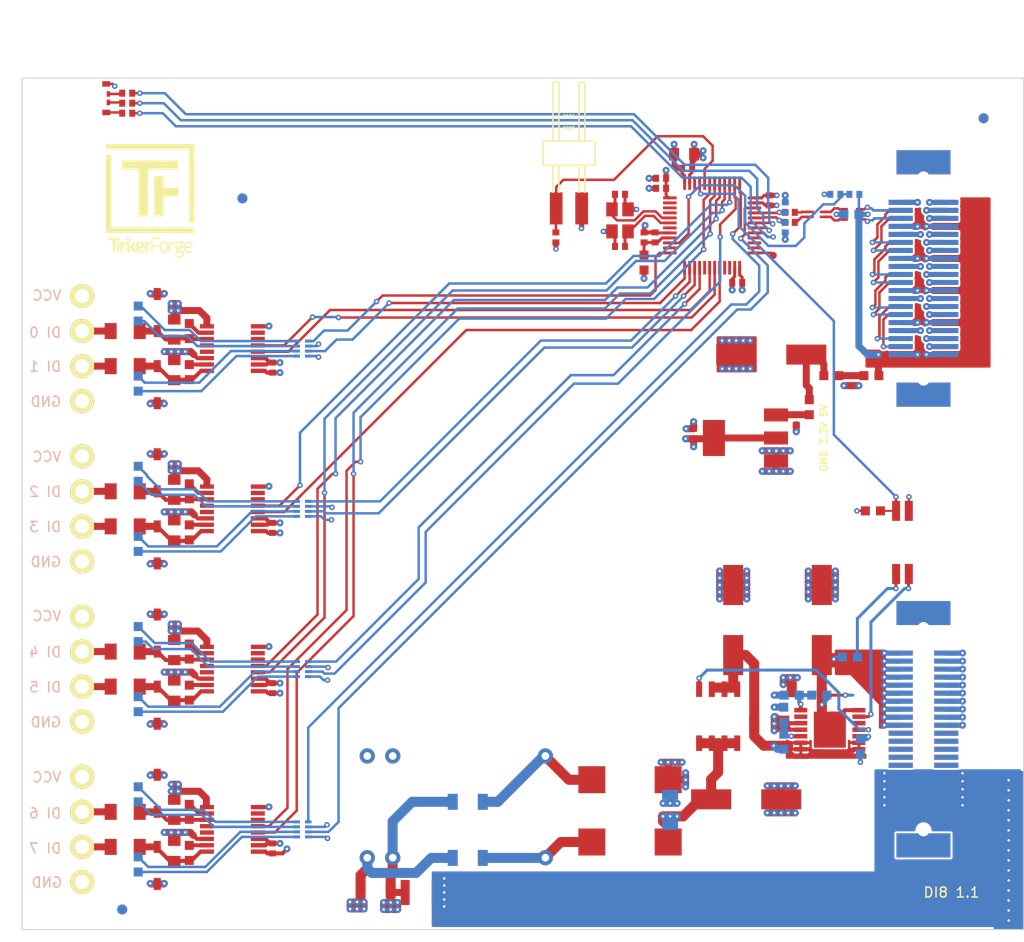
<source format=kicad_pcb>
(kicad_pcb (version 20171130) (host pcbnew 5.1.4-e60b266~84~ubuntu18.04.1)
  (layers (0 F.Cu signal) (1 GND power hide) (2 VCC power hide) (31 B.Cu signal) (34 B.Paste user) (35 F.Paste user) (36 B.SilkS user) (37 F.SilkS user) (38 B.Mask user) (39 F.Mask user) (44 Edge.Cuts user))
  (net 0 "")
  (net 1 GND)
  (net 2 3V3)
  (net 3 "Net-(C102-Pad1)")
  (net 4 "Net-(C108-Pad2)")
  (net 5 "Net-(C109-Pad2)")
  (net 6 +5V)
  (net 7 "Net-(C112-Pad1)")
  (net 8 USB-DP)
  (net 9 USB-DM)
  (net 10 5VA)
  (net 11 "Net-(C117-Pad1)")
  (net 12 Earth)
  (net 13 AGND)
  (net 14 "Net-(C202-Pad2)")
  (net 15 "Net-(C203-Pad2)")
  (net 16 "Net-(C205-Pad2)")
  (net 17 "Net-(C206-Pad2)")
  (net 18 "Net-(C207-Pad2)")
  (net 19 "Net-(C208-Pad2)")
  (net 20 "Net-(C209-Pad2)")
  (net 21 "Net-(C210-Pad2)")
  (net 22 "Net-(D203-Pad2)")
  (net 23 "Net-(D203-Pad1)")
  (net 24 "Net-(D204-Pad1)")
  (net 25 "Net-(D204-Pad2)")
  (net 26 "Net-(D205-Pad2)")
  (net 27 "Net-(D205-Pad1)")
  (net 28 "Net-(D206-Pad1)")
  (net 29 "Net-(D206-Pad2)")
  (net 30 "Net-(D207-Pad2)")
  (net 31 "Net-(D207-Pad1)")
  (net 32 "Net-(D208-Pad1)")
  (net 33 "Net-(D208-Pad2)")
  (net 34 "Net-(D209-Pad2)")
  (net 35 "Net-(D209-Pad1)")
  (net 36 "Net-(D210-Pad1)")
  (net 37 "Net-(D210-Pad2)")
  (net 38 VCC)
  (net 39 "Net-(J103-Pad29)")
  (net 40 "Net-(J103-Pad27)")
  (net 41 "Net-(J103-Pad21)")
  (net 42 "Net-(J103-Pad19)")
  (net 43 "Net-(J103-Pad13)")
  (net 44 "Net-(J103-Pad11)")
  (net 45 "Net-(J103-Pad5)")
  (net 46 "Net-(J103-Pad3)")
  (net 47 "Net-(LED101-Pad4)")
  (net 48 "Net-(LED101-Pad2)")
  (net 49 "Net-(LED101-Pad3)")
  (net 50 "Net-(P101-Pad2)")
  (net 51 LEDR)
  (net 52 "Net-(R203-Pad1)")
  (net 53 "Net-(R204-Pad1)")
  (net 54 "Net-(R211-Pad1)")
  (net 55 "Net-(R212-Pad1)")
  (net 56 "Net-(R213-Pad1)")
  (net 57 "Net-(R214-Pad1)")
  (net 58 "Net-(R215-Pad1)")
  (net 59 "Net-(R216-Pad1)")
  (net 60 LED3)
  (net 61 LED2)
  (net 62 LED5)
  (net 63 LED4)
  (net 64 LED6)
  (net 65 LED7)
  (net 66 "Net-(P201-Pad3)")
  (net 67 "Net-(P201-Pad2)")
  (net 68 "Net-(P202-Pad2)")
  (net 69 "Net-(P202-Pad3)")
  (net 70 "Net-(P203-Pad3)")
  (net 71 "Net-(P203-Pad2)")
  (net 72 "Net-(P204-Pad2)")
  (net 73 "Net-(P204-Pad3)")
  (net 74 LEDG)
  (net 75 LED1)
  (net 76 LED0)
  (net 77 IN0)
  (net 78 IN1)
  (net 79 IN2)
  (net 80 IN3)
  (net 81 IN5)
  (net 82 IN4)
  (net 83 IN7)
  (net 84 IN6)
  (net 85 LEDB)
  (net 86 "Net-(C119-Pad2)")
  (net 87 USB-DMA)
  (net 88 USB-DPA)
  (net 89 USB-DMB)
  (net 90 USB-DPB)
  (net 91 AIN0)
  (net 92 USB-DMC)
  (net 93 USB-DPC)
  (net 94 AGNDA)
  (net 95 VCCPWRA)
  (net 96 "Net-(P102-Pad1)")
  (net 97 "Net-(C121-Pad1)")
  (net 98 PWR_GOOD)
  (net 99 "Net-(R110-Pad2)")
  (net 100 "Net-(R111-Pad2)")
  (net 101 "Net-(R113-Pad2)")
  (net 102 "Net-(R114-Pad2)")
  (net 103 PWR_PG)
  (net 104 "Net-(Q101-PadG)")
  (net 105 "Net-(C120-Pad2)")
  (net 106 VO)
  (module kicad-libraries:Fiducial_Mark (layer B.Cu) (at 99.8 145.5)
    (fp_text reference Fiducial_Mark hide)
    (fp_text value VAL** hide)
    (pad 1 smd circle (at 0 0) (size 1.00076 1.00076) (layers B.Cu B.Paste B.Mask) (clearance 0.65024))
  )
  (module kicad-libraries:Fiducial_Mark (layer B.Cu) (at 185.8 66.5)
    (fp_text reference Fiducial_Mark hide)
    (fp_text value VAL** hide)
    (pad 1 smd circle (at 0 0) (size 1.00076 1.00076) (layers B.Cu B.Paste B.Mask) (clearance 0.65024))
  )
  (module kicad-libraries:Fiducial_Mark (layer B.Cu) (at 111.8 74.5)
    (fp_text reference Fiducial_Mark hide)
    (fp_text value VAL** hide)
    (pad 1 smd circle (at 0 0) (size 1.00076 1.00076) (layers B.Cu B.Paste B.Mask) (clearance 0.65024))
  )
  (module kicad-libraries:Fiducial_Mark (layer F.Cu) (at 175.8 142.5)
    (fp_text reference Fiducial_Mark hide)
    (fp_text value VAL** hide)
    (pad 1 smd circle (at 0 0) (size 1.00076 1.00076) (layers F.Cu F.Paste F.Mask) (clearance 0.65024))
  )
  (module kicad-libraries:Fiducial_Mark (layer F.Cu) (at 111.8 74.5)
    (fp_text reference Fiducial_Mark hide)
    (fp_text value VAL** hide)
    (pad 1 smd circle (at 0 0) (size 1.00076 1.00076) (layers F.Cu F.Paste F.Mask) (clearance 0.65024))
  )
  (module kicad-libraries:Fiducial_Mark (layer F.Cu) (at 99.8 145.5)
    (fp_text reference Fiducial_Mark hide)
    (fp_text value VAL** hide)
    (pad 1 smd circle (at 0 0) (size 1.00076 1.00076) (layers F.Cu F.Paste F.Mask) (clearance 0.65024))
  )
  (module kicad-libraries:Fiducial_Mark (layer F.Cu) (at 185.8 66.5)
    (fp_text reference Fiducial_Mark hide)
    (fp_text value VAL** hide)
    (pad 1 smd circle (at 0 0) (size 1.00076 1.00076) (layers F.Cu F.Paste F.Mask) (clearance 0.65024))
  )
  (module kicad-libraries:PE_Hook (layer F.Cu) (at 188.3 139.6)
    (fp_text reference P103)
    (fp_text value PE)
    (pad 1 smd rect (at 0 0) (size 3 15.85) (layers B.Cu B.Paste B.Mask) (net 12 Earth))
    (pad 1 smd rect (at 0 0) (size 3 15.85) (layers F.Cu F.Paste F.Mask) (net 12 Earth))
  )
  (module kicad-libraries:TEL10 (layer F.Cu) (at 133.15 135.25 180)
    (fp_text reference U104)
    (fp_text value TEL10)
    (pad 16 thru_hole circle (at -8.9 -5.08 180) (size 1.524 1.524) (drill 0.762) (layers *.Cu *.Mask) (net 86 "Net-(C119-Pad2)"))
    (pad 10 thru_hole circle (at 6.34 -5.08 180) (size 1.524 1.524) (drill 0.762) (layers *.Cu *.Mask) (net 13 AGND))
    (pad 9 thru_hole circle (at 8.88 -5.08 180) (size 1.524 1.524) (drill 0.762) (layers *.Cu *.Mask) (net 38 VCC))
    (pad 8 thru_hole circle (at 8.88 5.08 180) (size 1.524 1.524) (drill 0.762) (layers *.Cu *.Mask))
    (pad 7 thru_hole circle (at 6.34 5.08 180) (size 1.524 1.524) (drill 0.762) (layers *.Cu *.Mask))
    (pad 1 thru_hole circle (at -8.9 5.08 180) (size 1.524 1.524) (drill 0.762) (layers *.Cu *.Mask) (net 105 "Net-(C120-Pad2)"))
  )
  (module kicad-libraries:WE-SL5 (layer F.Cu) (at 150.5 135.65)
    (fp_text reference T101)
    (fp_text value 744273222)
    (pad 4 smd rect (at -3.81 3.11) (size 2.7 2.7) (layers F.Cu F.Paste F.Mask) (net 86 "Net-(C119-Pad2)"))
    (pad 3 smd rect (at 3.81 3.11) (size 2.7 2.7) (layers F.Cu F.Paste F.Mask) (net 97 "Net-(C121-Pad1)"))
    (pad 2 smd rect (at 3.81 -3.11) (size 2.7 2.7) (layers F.Cu F.Paste F.Mask) (net 94 AGNDA))
    (pad 1 smd rect (at -3.81 -3.11) (size 2.7 2.7) (layers F.Cu F.Paste F.Mask) (net 105 "Net-(C120-Pad2)"))
  )
  (module C0402F (layer F.Cu) (at 156.85 98 90)
    (fp_text reference C116)
    (fp_text value 1uF)
    (pad 2 smd rect (at 0.5 0 90) (size 0.6 0.7) (layers F.Cu F.Paste F.Mask) (net 1 GND))
    (pad 1 smd rect (at -0.5 0 90) (size 0.6 0.7) (layers F.Cu F.Paste F.Mask) (net 2 3V3))
  )
  (module kicad-libraries:SOT-223 (layer F.Cu) (at 161.975 98.425 90)
    (fp_text reference U102)
    (fp_text value AZ1117EH)
    (pad 2 smd rect (at 0 -3.0988 90) (size 3.59918 2.19964) (layers F.Cu F.Paste F.Mask) (net 2 3V3))
    (pad 3 smd rect (at 2.30124 3.0988 90) (size 1.30048 2.4003) (layers F.Cu F.Paste F.Mask) (net 11 "Net-(C117-Pad1)"))
    (pad 2 smd rect (at 0 3.0988 90) (size 1.30048 2.4003) (layers F.Cu F.Paste F.Mask) (net 2 3V3))
    (pad 1 smd rect (at -2.30124 3.0988 90) (size 1.30048 2.4003) (layers F.Cu F.Paste F.Mask) (net 1 GND))
  )
  (module kicad-libraries:SOP4 (layer F.Cu) (at 177.7 108.85 180)
    (fp_text reference U105)
    (fp_text value TLP293)
    (pad 1 smd rect (at 0.635 -3.15 180) (size 0.8 2) (layers F.Cu F.Paste F.Mask) (net 99 "Net-(R110-Pad2)"))
    (pad 2 smd rect (at -0.635 -3.15 180) (size 0.8 2) (layers F.Cu F.Paste F.Mask) (net 103 PWR_PG))
    (pad 3 smd rect (at -0.635 3.15 180) (size 0.8 2) (layers F.Cu F.Paste F.Mask) (net 1 GND))
    (pad 4 smd rect (at 0.635 3.15 180) (size 0.8 2) (layers F.Cu F.Paste F.Mask) (net 98 PWR_GOOD))
  )
  (module kicad-libraries:SOIC-8-MOSFET (layer F.Cu) (at 159.3 126.2 180)
    (fp_text reference Q101)
    (fp_text value FDS8449)
    (pad D smd rect (at -1.90246 -2.69748 180) (size 0.59944 1.5494) (layers F.Cu F.Paste F.Mask) (net 97 "Net-(C121-Pad1)"))
    (pad D smd rect (at -0.63246 -2.69748 180) (size 0.59944 1.5494) (layers F.Cu F.Paste F.Mask) (net 97 "Net-(C121-Pad1)"))
    (pad D smd rect (at 0.63246 -2.69748 180) (size 0.59944 1.5494) (layers F.Cu F.Paste F.Mask) (net 97 "Net-(C121-Pad1)"))
    (pad D smd rect (at 1.90246 -2.69748 180) (size 0.59944 1.5494) (layers F.Cu F.Paste F.Mask) (net 97 "Net-(C121-Pad1)"))
    (pad G smd rect (at 1.90246 2.69748) (size 0.59944 1.5494) (layers F.Cu F.Paste F.Mask) (net 104 "Net-(Q101-PadG)"))
    (pad S smd rect (at 0.63246 2.69748) (size 0.59944 1.5494) (layers F.Cu F.Paste F.Mask) (net 106 VO))
    (pad S smd rect (at -0.63246 2.69748) (size 0.59944 1.5494) (layers F.Cu F.Paste F.Mask) (net 106 VO))
    (pad S smd rect (at -1.90246 2.69748) (size 0.59944 1.5494) (layers F.Cu F.Paste F.Mask) (net 106 VO))
  )
  (module kicad-libraries:R0603F (layer B.Cu) (at 166.65 124.1 180)
    (fp_text reference R115)
    (fp_text value 10k)
    (pad 2 smd rect (at 0.75 0 180) (size 0.9 0.9) (layers B.Cu B.Paste B.Mask) (net 94 AGNDA))
    (pad 1 smd rect (at -0.75 0 180) (size 0.9 0.9) (layers B.Cu B.Paste B.Mask) (net 102 "Net-(R114-Pad2)"))
  )
  (module kicad-libraries:R0603F (layer B.Cu) (at 169.4 124.1 180)
    (fp_text reference R114)
    (fp_text value 68k)
    (pad 2 smd rect (at 0.75 0 180) (size 0.9 0.9) (layers B.Cu B.Paste B.Mask) (net 102 "Net-(R114-Pad2)"))
    (pad 1 smd rect (at -0.75 0 180) (size 0.9 0.9) (layers B.Cu B.Paste B.Mask) (net 95 VCCPWRA))
  )
  (module kicad-libraries:R0603F (layer B.Cu) (at 173.5 129.2 90)
    (fp_text reference R113)
    (fp_text value 22)
    (pad 2 smd rect (at 0.75 0 90) (size 0.9 0.9) (layers B.Cu B.Paste B.Mask) (net 101 "Net-(R113-Pad2)"))
    (pad 1 smd rect (at -0.75 0 90) (size 0.9 0.9) (layers B.Cu B.Paste B.Mask) (net 106 VO))
  )
  (module kicad-libraries:R0603F (layer B.Cu) (at 165.85 126.05 90)
    (fp_text reference R112)
    (fp_text value DNP)
    (pad 2 smd rect (at 0.75 0 90) (size 0.9 0.9) (layers B.Cu B.Paste B.Mask) (net 94 AGNDA))
    (pad 1 smd rect (at -0.75 0 90) (size 0.9 0.9) (layers B.Cu B.Paste B.Mask) (net 100 "Net-(R111-Pad2)"))
  )
  (module kicad-libraries:R0603F (layer B.Cu) (at 165.85 128.75 90)
    (fp_text reference R111)
    (fp_text value DNP)
    (pad 2 smd rect (at 0.75 0 90) (size 0.9 0.9) (layers B.Cu B.Paste B.Mask) (net 100 "Net-(R111-Pad2)"))
    (pad 1 smd rect (at -0.75 0 90) (size 0.9 0.9) (layers B.Cu B.Paste B.Mask) (net 106 VO))
  )
  (module kicad-libraries:R0603F (layer B.Cu) (at 172.45 120.3)
    (fp_text reference R110)
    (fp_text value 10k)
    (pad 2 smd rect (at 0.75 0) (size 0.9 0.9) (layers B.Cu B.Paste B.Mask) (net 99 "Net-(R110-Pad2)"))
    (pad 1 smd rect (at -0.75 0) (size 0.9 0.9) (layers B.Cu B.Paste B.Mask) (net 95 VCCPWRA))
  )
  (module kicad-libraries:R0603F (layer F.Cu) (at 174.75 105.7 180)
    (fp_text reference R109)
    (fp_text value 10k)
    (pad 2 smd rect (at 0.75 0 180) (size 0.9 0.9) (layers F.Cu F.Paste F.Mask) (net 2 3V3))
    (pad 1 smd rect (at -0.75 0 180) (size 0.9 0.9) (layers F.Cu F.Paste F.Mask) (net 98 PWR_GOOD))
  )
  (module kicad-libraries:ELKO_83 (layer F.Cu) (at 160.8 116.6 270)
    (fp_text reference C124)
    (fp_text value 100µF/35V)
    (pad 1 smd rect (at 3.50012 0 270) (size 4.0005 1.99898) (layers F.Cu F.Paste F.Mask) (net 106 VO))
    (pad 2 smd rect (at -3.50012 0 270) (size 4.0005 1.99898) (layers F.Cu F.Paste F.Mask) (net 94 AGNDA))
  )
  (module kicad-libraries:ELKO_83 (layer F.Cu) (at 162.1 134.5 180)
    (fp_text reference C123)
    (fp_text value 100µF/35V)
    (pad 1 smd rect (at 3.50012 0 180) (size 4.0005 1.99898) (layers F.Cu F.Paste F.Mask) (net 97 "Net-(C121-Pad1)"))
    (pad 2 smd rect (at -3.50012 0 180) (size 4.0005 1.99898) (layers F.Cu F.Paste F.Mask) (net 94 AGNDA))
  )
  (module C0805 (layer F.Cu) (at 155.9 70.1)
    (fp_text reference C110)
    (fp_text value 10uF)
    (pad 1 smd rect (at -1.00076 0) (size 1.00076 1.24968) (layers F.Cu F.Paste F.Mask) (net 2 3V3) (clearance 0.14986))
    (pad 2 smd rect (at 1.00076 0) (size 1.00076 1.24968) (layers F.Cu F.Paste F.Mask) (net 1 GND) (clearance 0.14986))
  )
  (module kicad-libraries:ELKO_83 (layer F.Cu) (at 164.6 90.1)
    (fp_text reference C111)
    (fp_text value TBD)
    (pad 2 smd rect (at -3.50012 0) (size 4.0005 1.99898) (layers F.Cu F.Paste F.Mask) (net 1 GND))
    (pad 1 smd rect (at 3.50012 0) (size 4.0005 1.99898) (layers F.Cu F.Paste F.Mask) (net 6 +5V))
  )
  (module C0603F (layer B.Cu) (at 172.6 76.1 180)
    (fp_text reference C115)
    (fp_text value TBD)
    (pad 2 smd rect (at 0.75 0 180) (size 0.9 0.9) (layers B.Cu B.Paste B.Mask) (net 1 GND))
    (pad 1 smd rect (at -0.75 0 180) (size 0.9 0.9) (layers B.Cu B.Paste B.Mask) (net 10 5VA))
  )
  (module C0402F (layer F.Cu) (at 167.1 96.6 270)
    (fp_text reference C117)
    (fp_text value 1uF)
    (pad 1 smd rect (at -0.5 0 270) (size 0.6 0.7) (layers F.Cu F.Paste F.Mask) (net 11 "Net-(C117-Pad1)"))
    (pad 2 smd rect (at 0.5 0 270) (size 0.6 0.7) (layers F.Cu F.Paste F.Mask) (net 1 GND))
  )
  (module C1210 (layer F.Cu) (at 129.6 143.8 180)
    (fp_text reference C201)
    (fp_text value 500pF/2kV)
    (pad 1 smd rect (at -1.5494 0 180) (size 0.89916 2.49936) (layers F.Cu F.Paste F.Mask) (net 12 Earth) (clearance 0.14986))
    (pad 2 smd rect (at 1.5494 0 180) (size 0.89916 2.49936) (layers F.Cu F.Paste F.Mask) (net 13 AGND) (clearance 0.14986))
  )
  (module SOD-123 (layer F.Cu) (at 103.3 85.9 90)
    (fp_text reference D201)
    (fp_text value SMF36CA)
    (pad 1 smd rect (at -1.84912 0 90) (size 1.19888 0.70104) (layers F.Cu F.Paste F.Mask) (net 15 "Net-(C203-Pad2)") (clearance 0.14986))
    (pad 2 smd rect (at 1.84912 0 90) (size 1.19888 0.70104) (layers F.Cu F.Paste F.Mask) (net 13 AGND) (clearance 0.14986))
  )
  (module SOD-123 (layer F.Cu) (at 103.3 93.1 270)
    (fp_text reference D202)
    (fp_text value SMF36CA)
    (pad 2 smd rect (at 1.84912 0 270) (size 1.19888 0.70104) (layers F.Cu F.Paste F.Mask) (net 13 AGND) (clearance 0.14986))
    (pad 1 smd rect (at -1.84912 0 270) (size 1.19888 0.70104) (layers F.Cu F.Paste F.Mask) (net 14 "Net-(C202-Pad2)") (clearance 0.14986))
  )
  (module SOD-123 (layer F.Cu) (at 103.3 101.9 90)
    (fp_text reference D211)
    (fp_text value SMF36CA)
    (pad 2 smd rect (at 1.84912 0 90) (size 1.19888 0.70104) (layers F.Cu F.Paste F.Mask) (net 13 AGND) (clearance 0.14986))
    (pad 1 smd rect (at -1.84912 0 90) (size 1.19888 0.70104) (layers F.Cu F.Paste F.Mask) (net 17 "Net-(C206-Pad2)") (clearance 0.14986))
  )
  (module SOD-123 (layer F.Cu) (at 103.3 117.9 90)
    (fp_text reference D212)
    (fp_text value SMF36CA)
    (pad 1 smd rect (at -1.84912 0 90) (size 1.19888 0.70104) (layers F.Cu F.Paste F.Mask) (net 19 "Net-(C208-Pad2)") (clearance 0.14986))
    (pad 2 smd rect (at 1.84912 0 90) (size 1.19888 0.70104) (layers F.Cu F.Paste F.Mask) (net 13 AGND) (clearance 0.14986))
  )
  (module SOD-123 (layer F.Cu) (at 103.3 133.9 90)
    (fp_text reference D213)
    (fp_text value SMF36CA)
    (pad 1 smd rect (at -1.84912 0 90) (size 1.19888 0.70104) (layers F.Cu F.Paste F.Mask) (net 21 "Net-(C210-Pad2)") (clearance 0.14986))
    (pad 2 smd rect (at 1.84912 0 90) (size 1.19888 0.70104) (layers F.Cu F.Paste F.Mask) (net 13 AGND) (clearance 0.14986))
  )
  (module SOD-123 (layer F.Cu) (at 103.3 109.1 270)
    (fp_text reference D214)
    (fp_text value SMF36CA)
    (pad 1 smd rect (at -1.84912 0 270) (size 1.19888 0.70104) (layers F.Cu F.Paste F.Mask) (net 16 "Net-(C205-Pad2)") (clearance 0.14986))
    (pad 2 smd rect (at 1.84912 0 270) (size 1.19888 0.70104) (layers F.Cu F.Paste F.Mask) (net 13 AGND) (clearance 0.14986))
  )
  (module SOD-123 (layer F.Cu) (at 103.3 125.1 270)
    (fp_text reference D215)
    (fp_text value SMF36CA)
    (pad 2 smd rect (at 1.84912 0 270) (size 1.19888 0.70104) (layers F.Cu F.Paste F.Mask) (net 13 AGND) (clearance 0.14986))
    (pad 1 smd rect (at -1.84912 0 270) (size 1.19888 0.70104) (layers F.Cu F.Paste F.Mask) (net 18 "Net-(C207-Pad2)") (clearance 0.14986))
  )
  (module SOD-123 (layer F.Cu) (at 103.3 141.1 270)
    (fp_text reference D216)
    (fp_text value SMF36CA)
    (pad 2 smd rect (at 1.84912 0 270) (size 1.19888 0.70104) (layers F.Cu F.Paste F.Mask) (net 13 AGND) (clearance 0.14986))
    (pad 1 smd rect (at -1.84912 0 270) (size 1.19888 0.70104) (layers F.Cu F.Paste F.Mask) (net 20 "Net-(C209-Pad2)") (clearance 0.14986))
  )
  (module TNG-40-TOP (layer F.Cu) (at 179.8 127.5 270)
    (fp_text reference J101)
    (fp_text value TNG-Power-TOP)
    (pad MNT smd rect (at -11.6 0 270) (size 2.4 5.4) (layers F.Cu F.Paste F.Mask))
    (pad MNT smd rect (at 11.6 0 270) (size 2.4 5.4) (layers F.Cu F.Paste F.Mask))
    (pad "" np_thru_hole circle (at -10.1 0 270) (size 0.8 0.8) (drill 0.8) (layers *.Cu *.Mask))
    (pad "" np_thru_hole circle (at 10.1 0 270) (size 1.2 1.2) (drill 1.2) (layers *.Cu *.Mask))
    (pad 2 smd rect (at -7.6 -2.275 270) (size 0.5 2.4) (layers F.Cu F.Paste F.Mask) (net 94 AGNDA))
    (pad 4 smd rect (at -6.8 -2.275 270) (size 0.5 2.4) (layers F.Cu F.Paste F.Mask) (net 94 AGNDA))
    (pad 6 smd rect (at -6 -2.275 270) (size 0.5 2.4) (layers F.Cu F.Paste F.Mask) (net 94 AGNDA))
    (pad 8 smd rect (at -5.2 -2.275 270) (size 0.5 2.4) (layers F.Cu F.Paste F.Mask) (net 94 AGNDA))
    (pad 10 smd rect (at -4.4 -2.275 270) (size 0.5 2.4) (layers F.Cu F.Paste F.Mask) (net 94 AGNDA))
    (pad 12 smd rect (at -3.6 -2.275 270) (size 0.5 2.4) (layers F.Cu F.Paste F.Mask) (net 94 AGNDA))
    (pad 14 smd rect (at -2.8 -2.275 270) (size 0.5 2.4) (layers F.Cu F.Paste F.Mask) (net 94 AGNDA))
    (pad 16 smd rect (at -2 -2.275 270) (size 0.5 2.4) (layers F.Cu F.Paste F.Mask) (net 94 AGNDA))
    (pad 18 smd rect (at -1.2 -2.275 270) (size 0.5 2.4) (layers F.Cu F.Paste F.Mask) (net 94 AGNDA))
    (pad 20 smd rect (at -0.4 -2.275 270) (size 0.5 2.4) (layers F.Cu F.Paste F.Mask) (net 94 AGNDA))
    (pad 22 smd rect (at 0.4 -2.275 270) (size 0.5 2.4) (layers F.Cu F.Paste F.Mask))
    (pad 24 smd rect (at 1.2 -2.275 270) (size 0.5 2.4) (layers F.Cu F.Paste F.Mask))
    (pad 26 smd rect (at 2 -2.275 270) (size 0.5 2.4) (layers F.Cu F.Paste F.Mask))
    (pad 28 smd rect (at 2.8 -2.275 270) (size 0.5 2.4) (layers F.Cu F.Paste F.Mask))
    (pad 30 smd rect (at 3.6 -2.275 270) (size 0.5 2.4) (layers F.Cu F.Paste F.Mask))
    (pad 32 smd rect (at 4.4 -2.275 270) (size 0.5 2.4) (layers F.Cu F.Paste F.Mask) (net 12 Earth))
    (pad 34 smd rect (at 5.2 -2.275 270) (size 0.5 2.4) (layers F.Cu F.Paste F.Mask) (net 12 Earth))
    (pad 36 smd rect (at 6 -2.275 270) (size 0.5 2.4) (layers F.Cu F.Paste F.Mask) (net 12 Earth))
    (pad 38 smd rect (at 6.8 -2.275 270) (size 0.5 2.4) (layers F.Cu F.Paste F.Mask) (net 12 Earth))
    (pad 40 smd rect (at 7.6 -2.275 270) (size 0.5 2.4) (layers F.Cu F.Paste F.Mask) (net 12 Earth))
    (pad 1 smd rect (at -7.6 2.275 270) (size 0.5 2.4) (layers F.Cu F.Paste F.Mask) (net 95 VCCPWRA))
    (pad 3 smd rect (at -6.8 2.275 270) (size 0.5 2.4) (layers F.Cu F.Paste F.Mask) (net 95 VCCPWRA))
    (pad 5 smd rect (at -6 2.275 270) (size 0.5 2.4) (layers F.Cu F.Paste F.Mask) (net 95 VCCPWRA))
    (pad 7 smd rect (at -5.2 2.275 270) (size 0.5 2.4) (layers F.Cu F.Paste F.Mask) (net 95 VCCPWRA))
    (pad 9 smd rect (at -4.4 2.275 270) (size 0.5 2.4) (layers F.Cu F.Paste F.Mask) (net 95 VCCPWRA))
    (pad 11 smd rect (at -3.6 2.275 270) (size 0.5 2.4) (layers F.Cu F.Paste F.Mask) (net 95 VCCPWRA))
    (pad 13 smd rect (at -2.8 2.275 270) (size 0.5 2.4) (layers F.Cu F.Paste F.Mask) (net 95 VCCPWRA))
    (pad 15 smd rect (at -2 2.275 270) (size 0.5 2.4) (layers F.Cu F.Paste F.Mask) (net 95 VCCPWRA))
    (pad 17 smd rect (at -1.2 2.275 270) (size 0.5 2.4) (layers F.Cu F.Paste F.Mask) (net 95 VCCPWRA))
    (pad 19 smd rect (at -0.4 2.275 270) (size 0.5 2.4) (layers F.Cu F.Paste F.Mask) (net 95 VCCPWRA))
    (pad 21 smd rect (at 0.4 2.275 270) (size 0.5 2.4) (layers F.Cu F.Paste F.Mask))
    (pad 23 smd rect (at 1.2 2.275 270) (size 0.5 2.4) (layers F.Cu F.Paste F.Mask))
    (pad 25 smd rect (at 2 2.275 270) (size 0.5 2.4) (layers F.Cu F.Paste F.Mask))
    (pad 27 smd rect (at 2.8 2.275 270) (size 0.5 2.4) (layers F.Cu F.Paste F.Mask))
    (pad 29 smd rect (at 3.6 2.275 270) (size 0.5 2.4) (layers F.Cu F.Paste F.Mask))
    (pad 31 smd rect (at 4.4 2.275 270) (size 0.5 2.4) (layers F.Cu F.Paste F.Mask) (net 12 Earth))
    (pad 33 smd rect (at 5.2 2.275 270) (size 0.5 2.4) (layers F.Cu F.Paste F.Mask) (net 12 Earth))
    (pad 35 smd rect (at 6 2.275 270) (size 0.5 2.4) (layers F.Cu F.Paste F.Mask) (net 12 Earth))
    (pad 37 smd rect (at 6.8 2.275 270) (size 0.5 2.4) (layers F.Cu F.Paste F.Mask) (net 12 Earth))
    (pad 39 smd rect (at 7.6 2.275 270) (size 0.5 2.4) (layers F.Cu F.Paste F.Mask) (net 12 Earth))
  )
  (module TNG-40-BTM (layer B.Cu) (at 179.8 127.5 270)
    (fp_text reference J102)
    (fp_text value TNG-Power-BTM)
    (pad MNT smd rect (at -11.6 0 270) (size 2.4 5.4) (layers B.Cu B.Paste B.Mask))
    (pad MNT smd rect (at 11.6 0 270) (size 2.4 5.4) (layers B.Cu B.Paste B.Mask))
    (pad "" np_thru_hole circle (at -10.1 0 270) (size 1.2 1.2) (drill 1.2) (layers *.Cu *.Mask))
    (pad "" np_thru_hole circle (at 10.1 0 270) (size 0.8 0.8) (drill 0.8) (layers *.Cu *.Mask))
    (pad 2 smd rect (at -7.6 2.275 270) (size 0.5 2.4) (layers B.Cu B.Paste B.Mask) (net 95 VCCPWRA))
    (pad 4 smd rect (at -6.8 2.275 270) (size 0.5 2.4) (layers B.Cu B.Paste B.Mask) (net 95 VCCPWRA))
    (pad 6 smd rect (at -6 2.275 270) (size 0.5 2.4) (layers B.Cu B.Paste B.Mask) (net 95 VCCPWRA))
    (pad 8 smd rect (at -5.2 2.275 270) (size 0.5 2.4) (layers B.Cu B.Paste B.Mask) (net 95 VCCPWRA))
    (pad 10 smd rect (at -4.4 2.275 270) (size 0.5 2.4) (layers B.Cu B.Paste B.Mask) (net 95 VCCPWRA))
    (pad 12 smd rect (at -3.6 2.275 270) (size 0.5 2.4) (layers B.Cu B.Paste B.Mask) (net 95 VCCPWRA))
    (pad 14 smd rect (at -2.8 2.275 270) (size 0.5 2.4) (layers B.Cu B.Paste B.Mask) (net 95 VCCPWRA))
    (pad 16 smd rect (at -2 2.275 270) (size 0.5 2.4) (layers B.Cu B.Paste B.Mask) (net 95 VCCPWRA))
    (pad 18 smd rect (at -1.2 2.275 270) (size 0.5 2.4) (layers B.Cu B.Paste B.Mask) (net 95 VCCPWRA))
    (pad 20 smd rect (at -0.4 2.275 270) (size 0.5 2.4) (layers B.Cu B.Paste B.Mask) (net 95 VCCPWRA))
    (pad 22 smd rect (at 0.4 2.275 270) (size 0.5 2.4) (layers B.Cu B.Paste B.Mask))
    (pad 24 smd rect (at 1.2 2.275 270) (size 0.5 2.4) (layers B.Cu B.Paste B.Mask))
    (pad 26 smd rect (at 2 2.275 270) (size 0.5 2.4) (layers B.Cu B.Paste B.Mask))
    (pad 28 smd rect (at 2.8 2.275 270) (size 0.5 2.4) (layers B.Cu B.Paste B.Mask))
    (pad 30 smd rect (at 3.6 2.275 270) (size 0.5 2.4) (layers B.Cu B.Paste B.Mask))
    (pad 32 smd rect (at 4.4 2.275 270) (size 0.5 2.4) (layers B.Cu B.Paste B.Mask) (net 12 Earth))
    (pad 34 smd rect (at 5.2 2.275 270) (size 0.5 2.4) (layers B.Cu B.Paste B.Mask) (net 12 Earth))
    (pad 36 smd rect (at 6 2.275 270) (size 0.5 2.4) (layers B.Cu B.Paste B.Mask) (net 12 Earth))
    (pad 38 smd rect (at 6.8 2.275 270) (size 0.5 2.4) (layers B.Cu B.Paste B.Mask) (net 12 Earth))
    (pad 40 smd rect (at 7.6 2.275 270) (size 0.5 2.4) (layers B.Cu B.Paste B.Mask) (net 12 Earth))
    (pad 1 smd rect (at -7.6 -2.275 270) (size 0.5 2.4) (layers B.Cu B.Paste B.Mask) (net 94 AGNDA))
    (pad 3 smd rect (at -6.8 -2.275 270) (size 0.5 2.4) (layers B.Cu B.Paste B.Mask) (net 94 AGNDA))
    (pad 5 smd rect (at -6 -2.275 270) (size 0.5 2.4) (layers B.Cu B.Paste B.Mask) (net 94 AGNDA))
    (pad 7 smd rect (at -5.2 -2.275 270) (size 0.5 2.4) (layers B.Cu B.Paste B.Mask) (net 94 AGNDA))
    (pad 9 smd rect (at -4.4 -2.275 270) (size 0.5 2.4) (layers B.Cu B.Paste B.Mask) (net 94 AGNDA))
    (pad 11 smd rect (at -3.6 -2.275 270) (size 0.5 2.4) (layers B.Cu B.Paste B.Mask) (net 94 AGNDA))
    (pad 13 smd rect (at -2.8 -2.275 270) (size 0.5 2.4) (layers B.Cu B.Paste B.Mask) (net 94 AGNDA))
    (pad 15 smd rect (at -2 -2.275 270) (size 0.5 2.4) (layers B.Cu B.Paste B.Mask) (net 94 AGNDA))
    (pad 17 smd rect (at -1.2 -2.275 270) (size 0.5 2.4) (layers B.Cu B.Paste B.Mask) (net 94 AGNDA))
    (pad 19 smd rect (at -0.4 -2.275 270) (size 0.5 2.4) (layers B.Cu B.Paste B.Mask) (net 94 AGNDA))
    (pad 21 smd rect (at 0.4 -2.275 270) (size 0.5 2.4) (layers B.Cu B.Paste B.Mask))
    (pad 23 smd rect (at 1.2 -2.275 270) (size 0.5 2.4) (layers B.Cu B.Paste B.Mask))
    (pad 25 smd rect (at 2 -2.275 270) (size 0.5 2.4) (layers B.Cu B.Paste B.Mask))
    (pad 27 smd rect (at 2.8 -2.275 270) (size 0.5 2.4) (layers B.Cu B.Paste B.Mask))
    (pad 29 smd rect (at 3.6 -2.275 270) (size 0.5 2.4) (layers B.Cu B.Paste B.Mask))
    (pad 31 smd rect (at 4.4 -2.275 270) (size 0.5 2.4) (layers B.Cu B.Paste B.Mask) (net 12 Earth))
    (pad 33 smd rect (at 5.2 -2.275 270) (size 0.5 2.4) (layers B.Cu B.Paste B.Mask) (net 12 Earth))
    (pad 35 smd rect (at 6 -2.275 270) (size 0.5 2.4) (layers B.Cu B.Paste B.Mask) (net 12 Earth))
    (pad 37 smd rect (at 6.8 -2.275 270) (size 0.5 2.4) (layers B.Cu B.Paste B.Mask) (net 12 Earth))
    (pad 39 smd rect (at 7.6 -2.275 270) (size 0.5 2.4) (layers B.Cu B.Paste B.Mask) (net 12 Earth))
  )
  (module TNG-40-TOP (layer F.Cu) (at 179.8 82.5 270)
    (fp_text reference J103)
    (fp_text value TNG-Data-TOP)
    (pad 39 smd rect (at 7.6 2.275 270) (size 0.5 2.4) (layers F.Cu F.Paste F.Mask) (net 10 5VA))
    (pad 37 smd rect (at 6.8 2.275 270) (size 0.5 2.4) (layers F.Cu F.Paste F.Mask))
    (pad 35 smd rect (at 6 2.275 270) (size 0.5 2.4) (layers F.Cu F.Paste F.Mask))
    (pad 33 smd rect (at 5.2 2.275 270) (size 0.5 2.4) (layers F.Cu F.Paste F.Mask) (net 1 GND))
    (pad 31 smd rect (at 4.4 2.275 270) (size 0.5 2.4) (layers F.Cu F.Paste F.Mask) (net 10 5VA))
    (pad 29 smd rect (at 3.6 2.275 270) (size 0.5 2.4) (layers F.Cu F.Paste F.Mask) (net 39 "Net-(J103-Pad29)"))
    (pad 27 smd rect (at 2.8 2.275 270) (size 0.5 2.4) (layers F.Cu F.Paste F.Mask) (net 40 "Net-(J103-Pad27)"))
    (pad 25 smd rect (at 2 2.275 270) (size 0.5 2.4) (layers F.Cu F.Paste F.Mask) (net 1 GND))
    (pad 23 smd rect (at 1.2 2.275 270) (size 0.5 2.4) (layers F.Cu F.Paste F.Mask) (net 10 5VA))
    (pad 21 smd rect (at 0.4 2.275 270) (size 0.5 2.4) (layers F.Cu F.Paste F.Mask) (net 41 "Net-(J103-Pad21)"))
    (pad 19 smd rect (at -0.4 2.275 270) (size 0.5 2.4) (layers F.Cu F.Paste F.Mask) (net 42 "Net-(J103-Pad19)"))
    (pad 17 smd rect (at -1.2 2.275 270) (size 0.5 2.4) (layers F.Cu F.Paste F.Mask) (net 1 GND))
    (pad 15 smd rect (at -2 2.275 270) (size 0.5 2.4) (layers F.Cu F.Paste F.Mask) (net 10 5VA))
    (pad 13 smd rect (at -2.8 2.275 270) (size 0.5 2.4) (layers F.Cu F.Paste F.Mask) (net 43 "Net-(J103-Pad13)"))
    (pad 11 smd rect (at -3.6 2.275 270) (size 0.5 2.4) (layers F.Cu F.Paste F.Mask) (net 44 "Net-(J103-Pad11)"))
    (pad 9 smd rect (at -4.4 2.275 270) (size 0.5 2.4) (layers F.Cu F.Paste F.Mask) (net 1 GND))
    (pad 7 smd rect (at -5.2 2.275 270) (size 0.5 2.4) (layers F.Cu F.Paste F.Mask) (net 10 5VA))
    (pad 5 smd rect (at -6 2.275 270) (size 0.5 2.4) (layers F.Cu F.Paste F.Mask) (net 45 "Net-(J103-Pad5)"))
    (pad 3 smd rect (at -6.8 2.275 270) (size 0.5 2.4) (layers F.Cu F.Paste F.Mask) (net 46 "Net-(J103-Pad3)"))
    (pad 1 smd rect (at -7.6 2.275 270) (size 0.5 2.4) (layers F.Cu F.Paste F.Mask) (net 1 GND))
    (pad 40 smd rect (at 7.6 -2.275 270) (size 0.5 2.4) (layers F.Cu F.Paste F.Mask) (net 10 5VA))
    (pad 38 smd rect (at 6.8 -2.275 270) (size 0.5 2.4) (layers F.Cu F.Paste F.Mask) (net 1 GND))
    (pad 36 smd rect (at 6 -2.275 270) (size 0.5 2.4) (layers F.Cu F.Paste F.Mask) (net 1 GND))
    (pad 34 smd rect (at 5.2 -2.275 270) (size 0.5 2.4) (layers F.Cu F.Paste F.Mask) (net 1 GND))
    (pad 32 smd rect (at 4.4 -2.275 270) (size 0.5 2.4) (layers F.Cu F.Paste F.Mask) (net 10 5VA))
    (pad 30 smd rect (at 3.6 -2.275 270) (size 0.5 2.4) (layers F.Cu F.Paste F.Mask) (net 1 GND))
    (pad 28 smd rect (at 2.8 -2.275 270) (size 0.5 2.4) (layers F.Cu F.Paste F.Mask) (net 1 GND))
    (pad 26 smd rect (at 2 -2.275 270) (size 0.5 2.4) (layers F.Cu F.Paste F.Mask) (net 1 GND))
    (pad 24 smd rect (at 1.2 -2.275 270) (size 0.5 2.4) (layers F.Cu F.Paste F.Mask) (net 10 5VA))
    (pad 22 smd rect (at 0.4 -2.275 270) (size 0.5 2.4) (layers F.Cu F.Paste F.Mask) (net 1 GND))
    (pad 20 smd rect (at -0.4 -2.275 270) (size 0.5 2.4) (layers F.Cu F.Paste F.Mask) (net 1 GND))
    (pad 18 smd rect (at -1.2 -2.275 270) (size 0.5 2.4) (layers F.Cu F.Paste F.Mask) (net 1 GND))
    (pad 16 smd rect (at -2 -2.275 270) (size 0.5 2.4) (layers F.Cu F.Paste F.Mask) (net 10 5VA))
    (pad 14 smd rect (at -2.8 -2.275 270) (size 0.5 2.4) (layers F.Cu F.Paste F.Mask) (net 1 GND))
    (pad 12 smd rect (at -3.6 -2.275 270) (size 0.5 2.4) (layers F.Cu F.Paste F.Mask) (net 1 GND))
    (pad 10 smd rect (at -4.4 -2.275 270) (size 0.5 2.4) (layers F.Cu F.Paste F.Mask) (net 1 GND))
    (pad 8 smd rect (at -5.2 -2.275 270) (size 0.5 2.4) (layers F.Cu F.Paste F.Mask) (net 10 5VA))
    (pad 6 smd rect (at -6 -2.275 270) (size 0.5 2.4) (layers F.Cu F.Paste F.Mask) (net 1 GND))
    (pad 4 smd rect (at -6.8 -2.275 270) (size 0.5 2.4) (layers F.Cu F.Paste F.Mask) (net 1 GND))
    (pad 2 smd rect (at -7.6 -2.275 270) (size 0.5 2.4) (layers F.Cu F.Paste F.Mask) (net 1 GND))
    (pad "" np_thru_hole circle (at 10.1 0 270) (size 1.2 1.2) (drill 1.2) (layers *.Cu *.Mask))
    (pad "" np_thru_hole circle (at -10.1 0 270) (size 0.8 0.8) (drill 0.8) (layers *.Cu *.Mask))
    (pad MNT smd rect (at 11.6 0 270) (size 2.4 5.4) (layers F.Cu F.Paste F.Mask))
    (pad MNT smd rect (at -11.6 0 270) (size 2.4 5.4) (layers F.Cu F.Paste F.Mask))
  )
  (module TNG-40-BTM (layer B.Cu) (at 179.8 82.5 270)
    (fp_text reference J104)
    (fp_text value TNG-Data-BTM)
    (pad 39 smd rect (at 7.6 -2.275 270) (size 0.5 2.4) (layers B.Cu B.Paste B.Mask) (net 10 5VA))
    (pad 37 smd rect (at 6.8 -2.275 270) (size 0.5 2.4) (layers B.Cu B.Paste B.Mask) (net 1 GND))
    (pad 35 smd rect (at 6 -2.275 270) (size 0.5 2.4) (layers B.Cu B.Paste B.Mask) (net 1 GND))
    (pad 33 smd rect (at 5.2 -2.275 270) (size 0.5 2.4) (layers B.Cu B.Paste B.Mask) (net 1 GND))
    (pad 31 smd rect (at 4.4 -2.275 270) (size 0.5 2.4) (layers B.Cu B.Paste B.Mask) (net 10 5VA))
    (pad 29 smd rect (at 3.6 -2.275 270) (size 0.5 2.4) (layers B.Cu B.Paste B.Mask) (net 1 GND))
    (pad 27 smd rect (at 2.8 -2.275 270) (size 0.5 2.4) (layers B.Cu B.Paste B.Mask) (net 1 GND))
    (pad 25 smd rect (at 2 -2.275 270) (size 0.5 2.4) (layers B.Cu B.Paste B.Mask) (net 1 GND))
    (pad 23 smd rect (at 1.2 -2.275 270) (size 0.5 2.4) (layers B.Cu B.Paste B.Mask) (net 10 5VA))
    (pad 21 smd rect (at 0.4 -2.275 270) (size 0.5 2.4) (layers B.Cu B.Paste B.Mask) (net 1 GND))
    (pad 19 smd rect (at -0.4 -2.275 270) (size 0.5 2.4) (layers B.Cu B.Paste B.Mask) (net 1 GND))
    (pad 17 smd rect (at -1.2 -2.275 270) (size 0.5 2.4) (layers B.Cu B.Paste B.Mask) (net 1 GND))
    (pad 15 smd rect (at -2 -2.275 270) (size 0.5 2.4) (layers B.Cu B.Paste B.Mask) (net 10 5VA))
    (pad 13 smd rect (at -2.8 -2.275 270) (size 0.5 2.4) (layers B.Cu B.Paste B.Mask) (net 1 GND))
    (pad 11 smd rect (at -3.6 -2.275 270) (size 0.5 2.4) (layers B.Cu B.Paste B.Mask) (net 1 GND))
    (pad 9 smd rect (at -4.4 -2.275 270) (size 0.5 2.4) (layers B.Cu B.Paste B.Mask) (net 1 GND))
    (pad 7 smd rect (at -5.2 -2.275 270) (size 0.5 2.4) (layers B.Cu B.Paste B.Mask) (net 10 5VA))
    (pad 5 smd rect (at -6 -2.275 270) (size 0.5 2.4) (layers B.Cu B.Paste B.Mask) (net 1 GND))
    (pad 3 smd rect (at -6.8 -2.275 270) (size 0.5 2.4) (layers B.Cu B.Paste B.Mask) (net 1 GND))
    (pad 1 smd rect (at -7.6 -2.275 270) (size 0.5 2.4) (layers B.Cu B.Paste B.Mask) (net 1 GND))
    (pad 40 smd rect (at 7.6 2.275 270) (size 0.5 2.4) (layers B.Cu B.Paste B.Mask) (net 10 5VA))
    (pad 38 smd rect (at 6.8 2.275 270) (size 0.5 2.4) (layers B.Cu B.Paste B.Mask) (net 39 "Net-(J103-Pad29)"))
    (pad 36 smd rect (at 6 2.275 270) (size 0.5 2.4) (layers B.Cu B.Paste B.Mask) (net 40 "Net-(J103-Pad27)"))
    (pad 34 smd rect (at 5.2 2.275 270) (size 0.5 2.4) (layers B.Cu B.Paste B.Mask) (net 1 GND))
    (pad 32 smd rect (at 4.4 2.275 270) (size 0.5 2.4) (layers B.Cu B.Paste B.Mask) (net 10 5VA))
    (pad 30 smd rect (at 3.6 2.275 270) (size 0.5 2.4) (layers B.Cu B.Paste B.Mask) (net 41 "Net-(J103-Pad21)"))
    (pad 28 smd rect (at 2.8 2.275 270) (size 0.5 2.4) (layers B.Cu B.Paste B.Mask) (net 42 "Net-(J103-Pad19)"))
    (pad 26 smd rect (at 2 2.275 270) (size 0.5 2.4) (layers B.Cu B.Paste B.Mask) (net 1 GND))
    (pad 24 smd rect (at 1.2 2.275 270) (size 0.5 2.4) (layers B.Cu B.Paste B.Mask) (net 10 5VA))
    (pad 22 smd rect (at 0.4 2.275 270) (size 0.5 2.4) (layers B.Cu B.Paste B.Mask) (net 43 "Net-(J103-Pad13)"))
    (pad 20 smd rect (at -0.4 2.275 270) (size 0.5 2.4) (layers B.Cu B.Paste B.Mask) (net 44 "Net-(J103-Pad11)"))
    (pad 18 smd rect (at -1.2 2.275 270) (size 0.5 2.4) (layers B.Cu B.Paste B.Mask) (net 1 GND))
    (pad 16 smd rect (at -2 2.275 270) (size 0.5 2.4) (layers B.Cu B.Paste B.Mask) (net 10 5VA))
    (pad 14 smd rect (at -2.8 2.275 270) (size 0.5 2.4) (layers B.Cu B.Paste B.Mask) (net 45 "Net-(J103-Pad5)"))
    (pad 12 smd rect (at -3.6 2.275 270) (size 0.5 2.4) (layers B.Cu B.Paste B.Mask) (net 46 "Net-(J103-Pad3)"))
    (pad 10 smd rect (at -4.4 2.275 270) (size 0.5 2.4) (layers B.Cu B.Paste B.Mask) (net 1 GND))
    (pad 8 smd rect (at -5.2 2.275 270) (size 0.5 2.4) (layers B.Cu B.Paste B.Mask) (net 10 5VA))
    (pad 6 smd rect (at -6 2.275 270) (size 0.5 2.4) (layers B.Cu B.Paste B.Mask) (net 87 USB-DMA))
    (pad 4 smd rect (at -6.8 2.275 270) (size 0.5 2.4) (layers B.Cu B.Paste B.Mask) (net 88 USB-DPA))
    (pad 2 smd rect (at -7.6 2.275 270) (size 0.5 2.4) (layers B.Cu B.Paste B.Mask) (net 1 GND))
    (pad "" np_thru_hole circle (at 10.1 0 270) (size 0.8 0.8) (drill 0.8) (layers *.Cu *.Mask))
    (pad "" np_thru_hole circle (at -10.1 0 270) (size 1.2 1.2) (drill 1.2) (layers *.Cu *.Mask))
    (pad MNT smd rect (at 11.6 0 270) (size 2.4 5.4) (layers B.Cu B.Paste B.Mask))
    (pad MNT smd rect (at -11.6 0 270) (size 2.4 5.4) (layers B.Cu B.Paste B.Mask))
  )
  (module R0603F (layer F.Cu) (at 151.9 80.9 90)
    (fp_text reference L101)
    (fp_text value FB)
    (pad 1 smd rect (at -0.75 0 90) (size 0.9 0.9) (layers F.Cu F.Paste F.Mask) (net 2 3V3))
    (pad 2 smd rect (at 0.75 0 90) (size 0.9 0.9) (layers F.Cu F.Paste F.Mask) (net 3 "Net-(C102-Pad1)"))
  )
  (module R0603F (layer F.Cu) (at 168.4 95.35 270)
    (fp_text reference L102)
    (fp_text value INDUCTs)
    (pad 1 smd rect (at -0.75 0 270) (size 0.9 0.9) (layers F.Cu F.Paste F.Mask) (net 6 +5V))
    (pad 2 smd rect (at 0.75 0 270) (size 0.9 0.9) (layers F.Cu F.Paste F.Mask) (net 11 "Net-(C117-Pad1)"))
  )
  (module R0603F (layer F.Cu) (at 170.6 92.2 180)
    (fp_text reference L103)
    (fp_text value INDUCTs)
    (pad 1 smd rect (at -0.75 0 180) (size 0.9 0.9) (layers F.Cu F.Paste F.Mask) (net 7 "Net-(C112-Pad1)"))
    (pad 2 smd rect (at 0.75 0 180) (size 0.9 0.9) (layers F.Cu F.Paste F.Mask) (net 6 +5V))
  )
  (module R0603F (layer F.Cu) (at 174.6 92.2 180)
    (fp_text reference L104)
    (fp_text value INDUCTs)
    (pad 2 smd rect (at 0.75 0 180) (size 0.9 0.9) (layers F.Cu F.Paste F.Mask) (net 7 "Net-(C112-Pad1)"))
    (pad 1 smd rect (at -0.75 0 180) (size 0.9 0.9) (layers F.Cu F.Paste F.Mask) (net 10 5VA))
  )
  (module WE-CNSW-0603 (layer F.Cu) (at 169.15 76.1 180)
    (fp_text reference L105)
    (fp_text value 744230900)
    (pad 1 smd rect (at -0.725 -0.25 180) (size 0.85 0.25) (layers F.Cu F.Paste F.Mask) (net 89 USB-DMB))
    (pad 2 smd rect (at 0.725 -0.25 180) (size 0.85 0.25) (layers F.Cu F.Paste F.Mask) (net 92 USB-DMC))
    (pad 3 smd rect (at 0.725 0.25 180) (size 0.85 0.25) (layers F.Cu F.Paste F.Mask) (net 93 USB-DPC))
    (pad 4 smd rect (at -0.725 0.25 180) (size 0.85 0.25) (layers F.Cu F.Paste F.Mask) (net 90 USB-DPB))
  )
  (module pin_array_2x1_smd (layer F.Cu) (at 144.4 70 180)
    (fp_text reference P101 (at 0 3.7 180) (layer F.SilkS) (effects (font (size 0.3 0.3) (thickness 0.075))))
    (fp_text value BOOT (at 0 2.5 180) (layer F.SilkS) (effects (font (size 0.3 0.3) (thickness 0.075))))
    (pad "" np_thru_hole circle (at 0 0 180) (size 1.78 1.78) (drill 1.78) (layers *.Cu *.Mask F.SilkS))
    (pad 1 smd rect (at -1.27 -5.5 180) (size 1.27 3.2) (layers F.Cu F.Paste F.Mask) (net 2 3V3))
    (pad 2 smd rect (at 1.27 -5.5 180) (size 1.27 3.2) (layers F.Cu F.Paste F.Mask) (net 50 "Net-(P101-Pad2)"))
  )
  (module OQ_4P (layer F.Cu) (at 95.8 89.5 270)
    (fp_text reference P201)
    (fp_text value INPUT0)
    (pad 1 thru_hole circle (at -5.25018 0 270) (size 2.4003 2.4003) (drill 1.39954) (layers *.Cu *.Mask F.SilkS) (net 38 VCC))
    (pad 4 thru_hole circle (at 5.25018 0 270) (size 2.4003 2.4003) (drill 1.39954) (layers *.Cu *.Mask F.SilkS) (net 13 AGND))
    (pad 3 thru_hole circle (at 1.75006 0 270) (size 2.4003 2.4003) (drill 1.39954) (layers *.Cu *.Mask F.SilkS) (net 66 "Net-(P201-Pad3)"))
    (pad 2 thru_hole circle (at -1.75006 0 270) (size 2.4003 2.4003) (drill 1.39954) (layers *.Cu *.Mask F.SilkS) (net 67 "Net-(P201-Pad2)"))
  )
  (module OQ_4P (layer F.Cu) (at 95.8 105.5 270)
    (fp_text reference P202)
    (fp_text value INPUT1)
    (pad 2 thru_hole circle (at -1.75006 0 270) (size 2.4003 2.4003) (drill 1.39954) (layers *.Cu *.Mask F.SilkS) (net 68 "Net-(P202-Pad2)"))
    (pad 3 thru_hole circle (at 1.75006 0 270) (size 2.4003 2.4003) (drill 1.39954) (layers *.Cu *.Mask F.SilkS) (net 69 "Net-(P202-Pad3)"))
    (pad 4 thru_hole circle (at 5.25018 0 270) (size 2.4003 2.4003) (drill 1.39954) (layers *.Cu *.Mask F.SilkS) (net 13 AGND))
    (pad 1 thru_hole circle (at -5.25018 0 270) (size 2.4003 2.4003) (drill 1.39954) (layers *.Cu *.Mask F.SilkS) (net 38 VCC))
  )
  (module OQ_4P (layer F.Cu) (at 95.8 121.5 270)
    (fp_text reference P203)
    (fp_text value INPUT2)
    (pad 1 thru_hole circle (at -5.25018 0 270) (size 2.4003 2.4003) (drill 1.39954) (layers *.Cu *.Mask F.SilkS) (net 38 VCC))
    (pad 4 thru_hole circle (at 5.25018 0 270) (size 2.4003 2.4003) (drill 1.39954) (layers *.Cu *.Mask F.SilkS) (net 13 AGND))
    (pad 3 thru_hole circle (at 1.75006 0 270) (size 2.4003 2.4003) (drill 1.39954) (layers *.Cu *.Mask F.SilkS) (net 70 "Net-(P203-Pad3)"))
    (pad 2 thru_hole circle (at -1.75006 0 270) (size 2.4003 2.4003) (drill 1.39954) (layers *.Cu *.Mask F.SilkS) (net 71 "Net-(P203-Pad2)"))
  )
  (module OQ_4P (layer F.Cu) (at 95.8 137.5 270)
    (fp_text reference P204)
    (fp_text value INPUT3)
    (pad 2 thru_hole circle (at -1.75006 0 270) (size 2.4003 2.4003) (drill 1.39954) (layers *.Cu *.Mask F.SilkS) (net 72 "Net-(P204-Pad2)"))
    (pad 3 thru_hole circle (at 1.75006 0 270) (size 2.4003 2.4003) (drill 1.39954) (layers *.Cu *.Mask F.SilkS) (net 73 "Net-(P204-Pad3)"))
    (pad 4 thru_hole circle (at 5.25018 0 270) (size 2.4003 2.4003) (drill 1.39954) (layers *.Cu *.Mask F.SilkS) (net 13 AGND))
    (pad 1 thru_hole circle (at -5.25018 0 270) (size 2.4003 2.4003) (drill 1.39954) (layers *.Cu *.Mask F.SilkS) (net 38 VCC))
  )
  (module R0603F (layer F.Cu) (at 106.5 91.85 270)
    (fp_text reference R203)
    (fp_text value 562)
    (pad 1 smd rect (at -0.75 0 270) (size 0.9 0.9) (layers F.Cu F.Paste F.Mask) (net 52 "Net-(R203-Pad1)"))
    (pad 2 smd rect (at 0.75 0 270) (size 0.9 0.9) (layers F.Cu F.Paste F.Mask) (net 14 "Net-(C202-Pad2)"))
  )
  (module R0603F (layer F.Cu) (at 106.5 87.75 270)
    (fp_text reference R204)
    (fp_text value 562)
    (pad 1 smd rect (at -0.75 0 270) (size 0.9 0.9) (layers F.Cu F.Paste F.Mask) (net 53 "Net-(R204-Pad1)"))
    (pad 2 smd rect (at 0.75 0 270) (size 0.9 0.9) (layers F.Cu F.Paste F.Mask) (net 15 "Net-(C203-Pad2)"))
  )
  (module R0603F (layer F.Cu) (at 106.5 107.85 270)
    (fp_text reference R211)
    (fp_text value 562)
    (pad 1 smd rect (at -0.75 0 270) (size 0.9 0.9) (layers F.Cu F.Paste F.Mask) (net 54 "Net-(R211-Pad1)"))
    (pad 2 smd rect (at 0.75 0 270) (size 0.9 0.9) (layers F.Cu F.Paste F.Mask) (net 16 "Net-(C205-Pad2)"))
  )
  (module R0603F (layer F.Cu) (at 106.5 103.75 270)
    (fp_text reference R212)
    (fp_text value 562)
    (pad 1 smd rect (at -0.75 0 270) (size 0.9 0.9) (layers F.Cu F.Paste F.Mask) (net 55 "Net-(R212-Pad1)"))
    (pad 2 smd rect (at 0.75 0 270) (size 0.9 0.9) (layers F.Cu F.Paste F.Mask) (net 17 "Net-(C206-Pad2)"))
  )
  (module R0603F (layer F.Cu) (at 106.5 123.85 270)
    (fp_text reference R213)
    (fp_text value 562)
    (pad 2 smd rect (at 0.75 0 270) (size 0.9 0.9) (layers F.Cu F.Paste F.Mask) (net 18 "Net-(C207-Pad2)"))
    (pad 1 smd rect (at -0.75 0 270) (size 0.9 0.9) (layers F.Cu F.Paste F.Mask) (net 56 "Net-(R213-Pad1)"))
  )
  (module R0603F (layer F.Cu) (at 106.5 119.75 270)
    (fp_text reference R214)
    (fp_text value 562)
    (pad 2 smd rect (at 0.75 0 270) (size 0.9 0.9) (layers F.Cu F.Paste F.Mask) (net 19 "Net-(C208-Pad2)"))
    (pad 1 smd rect (at -0.75 0 270) (size 0.9 0.9) (layers F.Cu F.Paste F.Mask) (net 57 "Net-(R214-Pad1)"))
  )
  (module R0603F (layer F.Cu) (at 106.5 139.85 270)
    (fp_text reference R215)
    (fp_text value 562)
    (pad 1 smd rect (at -0.75 0 270) (size 0.9 0.9) (layers F.Cu F.Paste F.Mask) (net 58 "Net-(R215-Pad1)"))
    (pad 2 smd rect (at 0.75 0 270) (size 0.9 0.9) (layers F.Cu F.Paste F.Mask) (net 20 "Net-(C209-Pad2)"))
  )
  (module R0603F (layer F.Cu) (at 106.5 135.75 270)
    (fp_text reference R216)
    (fp_text value 562)
    (pad 2 smd rect (at 0.75 0 270) (size 0.9 0.9) (layers F.Cu F.Paste F.Mask) (net 21 "Net-(C210-Pad2)"))
    (pad 1 smd rect (at -0.75 0 270) (size 0.9 0.9) (layers F.Cu F.Paste F.Mask) (net 59 "Net-(R216-Pad1)"))
  )
  (module kicad-libraries:LQFP48 (layer F.Cu) (at 158.7 77.2 270)
    (fp_text reference U101)
    (fp_text value STM32F070CBT6)
    (pad 1 smd rect (at -2.74828 4.22402 90) (size 0.28956 1.34874) (layers F.Cu F.Paste F.Mask) (net 2 3V3))
    (pad 2 smd rect (at -2.2479 4.22402 90) (size 0.28956 1.34874) (layers F.Cu F.Paste F.Mask))
    (pad 3 smd rect (at -1.74752 4.22402 90) (size 0.28956 1.34874) (layers F.Cu F.Paste F.Mask))
    (pad 4 smd rect (at -1.24968 4.22402 90) (size 0.28956 1.34874) (layers F.Cu F.Paste F.Mask))
    (pad 5 smd rect (at -0.7493 4.22402 90) (size 0.28956 1.34874) (layers F.Cu F.Paste F.Mask) (net 4 "Net-(C108-Pad2)"))
    (pad 6 smd rect (at -0.24892 4.22402 90) (size 0.28956 1.34874) (layers F.Cu F.Paste F.Mask) (net 5 "Net-(C109-Pad2)"))
    (pad 7 smd rect (at 0.24892 4.22402 90) (size 0.28956 1.34874) (layers F.Cu F.Paste F.Mask))
    (pad 8 smd rect (at 0.7493 4.22402 90) (size 0.28956 1.34874) (layers F.Cu F.Paste F.Mask) (net 1 GND))
    (pad 9 smd rect (at 1.24968 4.22402 90) (size 0.28956 1.34874) (layers F.Cu F.Paste F.Mask) (net 3 "Net-(C102-Pad1)"))
    (pad 10 smd rect (at 1.74752 4.22402 90) (size 0.28956 1.34874) (layers F.Cu F.Paste F.Mask) (net 91 AIN0))
    (pad 11 smd rect (at 2.2479 4.22402 90) (size 0.28956 1.34874) (layers F.Cu F.Paste F.Mask))
    (pad 12 smd rect (at 2.74828 4.22402 90) (size 0.28956 1.34874) (layers F.Cu F.Paste F.Mask) (net 76 LED0))
    (pad 13 smd rect (at 4.22402 2.74828 180) (size 0.28956 1.34874) (layers F.Cu F.Paste F.Mask) (net 75 LED1))
    (pad 14 smd rect (at 4.22402 2.2479 180) (size 0.28956 1.34874) (layers F.Cu F.Paste F.Mask) (net 61 LED2))
    (pad 15 smd rect (at 4.22402 1.74752 180) (size 0.28956 1.34874) (layers F.Cu F.Paste F.Mask) (net 60 LED3))
    (pad 16 smd rect (at 4.22402 1.24968 180) (size 0.28956 1.34874) (layers F.Cu F.Paste F.Mask) (net 63 LED4))
    (pad 17 smd rect (at 4.22402 0.7493 180) (size 0.28956 1.34874) (layers F.Cu F.Paste F.Mask))
    (pad 18 smd rect (at 4.22402 0.24892 180) (size 0.28956 1.34874) (layers F.Cu F.Paste F.Mask) (net 77 IN0))
    (pad 19 smd rect (at 4.22402 -0.24892 180) (size 0.28956 1.34874) (layers F.Cu F.Paste F.Mask) (net 78 IN1))
    (pad 20 smd rect (at 4.22402 -0.7493 180) (size 0.28956 1.34874) (layers F.Cu F.Paste F.Mask) (net 79 IN2))
    (pad 21 smd rect (at 4.22402 -1.24968 180) (size 0.28956 1.34874) (layers F.Cu F.Paste F.Mask))
    (pad 22 smd rect (at 4.22402 -1.74752 180) (size 0.28956 1.34874) (layers F.Cu F.Paste F.Mask))
    (pad 23 smd rect (at 4.22402 -2.2479 180) (size 0.28956 1.34874) (layers F.Cu F.Paste F.Mask) (net 1 GND))
    (pad 24 smd rect (at 4.22402 -2.74828 180) (size 0.28956 1.34874) (layers F.Cu F.Paste F.Mask) (net 2 3V3))
    (pad 25 smd rect (at 2.74828 -4.22402 270) (size 0.28956 1.34874) (layers F.Cu F.Paste F.Mask) (net 96 "Net-(P102-Pad1)"))
    (pad 26 smd rect (at 2.2479 -4.22402 270) (size 0.28956 1.34874) (layers F.Cu F.Paste F.Mask))
    (pad 27 smd rect (at 1.74752 -4.22402 270) (size 0.28956 1.34874) (layers F.Cu F.Paste F.Mask))
    (pad 28 smd rect (at 1.24968 -4.22402 270) (size 0.28956 1.34874) (layers F.Cu F.Paste F.Mask))
    (pad 29 smd rect (at 0.7493 -4.22402 270) (size 0.28956 1.34874) (layers F.Cu F.Paste F.Mask) (net 51 LEDR))
    (pad 30 smd rect (at 0.24892 -4.22402 270) (size 0.28956 1.34874) (layers F.Cu F.Paste F.Mask) (net 74 LEDG))
    (pad 31 smd rect (at -0.24892 -4.22402 270) (size 0.28956 1.34874) (layers F.Cu F.Paste F.Mask) (net 85 LEDB))
    (pad 32 smd rect (at -0.7493 -4.22402 270) (size 0.28956 1.34874) (layers F.Cu F.Paste F.Mask) (net 9 USB-DM))
    (pad 33 smd rect (at -1.24968 -4.22402 270) (size 0.28956 1.34874) (layers F.Cu F.Paste F.Mask) (net 8 USB-DP))
    (pad 34 smd rect (at -1.74752 -4.22402 270) (size 0.28956 1.34874) (layers F.Cu F.Paste F.Mask) (net 65 LED7))
    (pad 35 smd rect (at -2.2479 -4.22402 270) (size 0.28956 1.34874) (layers F.Cu F.Paste F.Mask) (net 1 GND))
    (pad 36 smd rect (at -2.74828 -4.22402 270) (size 0.28956 1.34874) (layers F.Cu F.Paste F.Mask) (net 2 3V3))
    (pad 37 smd rect (at -4.22402 -2.74828) (size 0.28956 1.34874) (layers F.Cu F.Paste F.Mask) (net 64 LED6))
    (pad 38 smd rect (at -4.22402 -2.2479) (size 0.28956 1.34874) (layers F.Cu F.Paste F.Mask) (net 62 LED5))
    (pad 39 smd rect (at -4.22402 -1.74752) (size 0.28956 1.34874) (layers F.Cu F.Paste F.Mask) (net 80 IN3))
    (pad 40 smd rect (at -4.22402 -1.24968) (size 0.28956 1.34874) (layers F.Cu F.Paste F.Mask) (net 82 IN4))
    (pad 41 smd rect (at -4.22402 -0.7493) (size 0.28956 1.34874) (layers F.Cu F.Paste F.Mask) (net 81 IN5))
    (pad 42 smd rect (at -4.22402 -0.24892) (size 0.28956 1.34874) (layers F.Cu F.Paste F.Mask) (net 84 IN6))
    (pad 43 smd rect (at -4.22402 0.24892) (size 0.28956 1.34874) (layers F.Cu F.Paste F.Mask) (net 83 IN7))
    (pad 44 smd rect (at -4.22402 0.7493) (size 0.28956 1.34874) (layers F.Cu F.Paste F.Mask) (net 50 "Net-(P101-Pad2)"))
    (pad 45 smd rect (at -4.22402 1.24968) (size 0.28956 1.34874) (layers F.Cu F.Paste F.Mask) (net 98 PWR_GOOD))
    (pad 46 smd rect (at -4.22402 1.74752) (size 0.28956 1.34874) (layers F.Cu F.Paste F.Mask))
    (pad 47 smd rect (at -4.22402 2.2479) (size 0.28956 1.34874) (layers F.Cu F.Paste F.Mask) (net 1 GND))
    (pad 48 smd rect (at -4.22402 2.74828) (size 0.28956 1.34874) (layers F.Cu F.Paste F.Mask) (net 2 3V3))
  )
  (module SOT563-SPEC (layer F.Cu) (at 172.65 76.1 270)
    (fp_text reference U103)
    (fp_text value 82400152)
    (pad 1 smd rect (at -0.49784 0.75 90) (size 0.29972 0.7) (layers F.Cu F.Paste F.Mask) (net 90 USB-DPB) (clearance 0.14986))
    (pad 2 smd rect (at 0 0.75 90) (size 0.29972 0.7) (layers F.Cu F.Paste F.Mask) (net 1 GND) (clearance 0.14986))
    (pad 3 smd rect (at 0.49784 0.75 90) (size 0.29972 0.7) (layers F.Cu F.Paste F.Mask) (net 89 USB-DMB) (clearance 0.14986))
    (pad 4 smd rect (at 0.49784 -0.75 270) (size 0.29972 0.7) (layers F.Cu F.Paste F.Mask) (net 87 USB-DMA) (clearance 0.14986))
    (pad 5 smd rect (at 0 -0.75 270) (size 0.29972 0.7) (layers F.Cu F.Paste F.Mask) (net 10 5VA) (clearance 0.14986))
    (pad 6 smd rect (at -0.49784 -0.75 270) (size 0.29972 0.7) (layers F.Cu F.Paste F.Mask) (net 88 USB-DPA) (clearance 0.14986))
  )
  (module kicad-libraries:CRYSTAL_3225 (layer F.Cu) (at 149.5 76.7 90)
    (fp_text reference X101)
    (fp_text value TBD)
    (pad 3 smd rect (at -1.09982 -0.8001 90) (size 1.39954 1.15062) (layers F.Cu F.Paste F.Mask) (net 1 GND))
    (pad 2 smd rect (at 1.09982 -0.8001 90) (size 1.39954 1.15062) (layers F.Cu F.Paste F.Mask) (net 4 "Net-(C108-Pad2)"))
    (pad 1 smd rect (at -1.09982 0.8001 90) (size 1.39954 1.15062) (layers F.Cu F.Paste F.Mask) (net 5 "Net-(C109-Pad2)"))
    (pad 3 smd rect (at 1.09982 0.8001 90) (size 1.39954 1.15062) (layers F.Cu F.Paste F.Mask) (net 1 GND))
  )
  (module RMELF (layer F.Cu) (at 100.1 91.25 180)
    (fp_text reference R201)
    (fp_text value 1k)
    (pad 1 smd rect (at -1.45 0 180) (size 1.2 1.6) (layers F.Cu F.Paste F.Mask) (net 14 "Net-(C202-Pad2)"))
    (pad 2 smd rect (at 1.45 0 180) (size 1.2 1.6) (layers F.Cu F.Paste F.Mask) (net 66 "Net-(P201-Pad3)"))
  )
  (module RMELF (layer F.Cu) (at 100.1 87.75 180)
    (fp_text reference R202)
    (fp_text value 1k)
    (pad 2 smd rect (at 1.45 0 180) (size 1.2 1.6) (layers F.Cu F.Paste F.Mask) (net 67 "Net-(P201-Pad2)"))
    (pad 1 smd rect (at -1.45 0 180) (size 1.2 1.6) (layers F.Cu F.Paste F.Mask) (net 15 "Net-(C203-Pad2)"))
  )
  (module RMELF (layer F.Cu) (at 100.1 107.25 180)
    (fp_text reference R205)
    (fp_text value 1k)
    (pad 1 smd rect (at -1.45 0 180) (size 1.2 1.6) (layers F.Cu F.Paste F.Mask) (net 16 "Net-(C205-Pad2)"))
    (pad 2 smd rect (at 1.45 0 180) (size 1.2 1.6) (layers F.Cu F.Paste F.Mask) (net 69 "Net-(P202-Pad3)"))
  )
  (module RMELF (layer F.Cu) (at 100.1 103.75 180)
    (fp_text reference R206)
    (fp_text value 1k)
    (pad 2 smd rect (at 1.45 0 180) (size 1.2 1.6) (layers F.Cu F.Paste F.Mask) (net 68 "Net-(P202-Pad2)"))
    (pad 1 smd rect (at -1.45 0 180) (size 1.2 1.6) (layers F.Cu F.Paste F.Mask) (net 17 "Net-(C206-Pad2)"))
  )
  (module RMELF (layer F.Cu) (at 100.1 123.25 180)
    (fp_text reference R207)
    (fp_text value 1k)
    (pad 1 smd rect (at -1.45 0 180) (size 1.2 1.6) (layers F.Cu F.Paste F.Mask) (net 18 "Net-(C207-Pad2)"))
    (pad 2 smd rect (at 1.45 0 180) (size 1.2 1.6) (layers F.Cu F.Paste F.Mask) (net 70 "Net-(P203-Pad3)"))
  )
  (module RMELF (layer F.Cu) (at 100.1 119.75 180)
    (fp_text reference R208)
    (fp_text value 1k)
    (pad 2 smd rect (at 1.45 0 180) (size 1.2 1.6) (layers F.Cu F.Paste F.Mask) (net 71 "Net-(P203-Pad2)"))
    (pad 1 smd rect (at -1.45 0 180) (size 1.2 1.6) (layers F.Cu F.Paste F.Mask) (net 19 "Net-(C208-Pad2)"))
  )
  (module RMELF (layer F.Cu) (at 100.1 139.25 180)
    (fp_text reference R209)
    (fp_text value 1k)
    (pad 2 smd rect (at 1.45 0 180) (size 1.2 1.6) (layers F.Cu F.Paste F.Mask) (net 73 "Net-(P204-Pad3)"))
    (pad 1 smd rect (at -1.45 0 180) (size 1.2 1.6) (layers F.Cu F.Paste F.Mask) (net 20 "Net-(C209-Pad2)"))
  )
  (module RMELF (layer F.Cu) (at 100.1 135.75 180)
    (fp_text reference R210)
    (fp_text value 1k)
    (pad 1 smd rect (at -1.45 0 180) (size 1.2 1.6) (layers F.Cu F.Paste F.Mask) (net 21 "Net-(C210-Pad2)"))
    (pad 2 smd rect (at 1.45 0 180) (size 1.2 1.6) (layers F.Cu F.Paste F.Mask) (net 72 "Net-(P204-Pad2)"))
  )
  (module C0805 (layer F.Cu) (at 105 91.65 270)
    (fp_text reference C202)
    (fp_text value DNP)
    (pad 2 smd rect (at 1.00076 0 270) (size 1.00076 1.24968) (layers F.Cu F.Paste F.Mask) (net 14 "Net-(C202-Pad2)") (clearance 0.14986))
    (pad 1 smd rect (at -1.00076 0 270) (size 1.00076 1.24968) (layers F.Cu F.Paste F.Mask) (net 13 AGND) (clearance 0.14986))
  )
  (module C0805 (layer F.Cu) (at 105 87.6 270)
    (fp_text reference C203)
    (fp_text value DNP)
    (pad 1 smd rect (at -1.00076 0 270) (size 1.00076 1.24968) (layers F.Cu F.Paste F.Mask) (net 13 AGND) (clearance 0.14986))
    (pad 2 smd rect (at 1.00076 0 270) (size 1.00076 1.24968) (layers F.Cu F.Paste F.Mask) (net 15 "Net-(C203-Pad2)") (clearance 0.14986))
  )
  (module C0805 (layer F.Cu) (at 105 107.65 270)
    (fp_text reference C205)
    (fp_text value DNP)
    (pad 1 smd rect (at -1.00076 0 270) (size 1.00076 1.24968) (layers F.Cu F.Paste F.Mask) (net 13 AGND) (clearance 0.14986))
    (pad 2 smd rect (at 1.00076 0 270) (size 1.00076 1.24968) (layers F.Cu F.Paste F.Mask) (net 16 "Net-(C205-Pad2)") (clearance 0.14986))
  )
  (module C0805 (layer F.Cu) (at 105 103.6 270)
    (fp_text reference C206)
    (fp_text value DNP)
    (pad 2 smd rect (at 1.00076 0 270) (size 1.00076 1.24968) (layers F.Cu F.Paste F.Mask) (net 17 "Net-(C206-Pad2)") (clearance 0.14986))
    (pad 1 smd rect (at -1.00076 0 270) (size 1.00076 1.24968) (layers F.Cu F.Paste F.Mask) (net 13 AGND) (clearance 0.14986))
  )
  (module C0805 (layer F.Cu) (at 105 123.65 270)
    (fp_text reference C207)
    (fp_text value DNP)
    (pad 1 smd rect (at -1.00076 0 270) (size 1.00076 1.24968) (layers F.Cu F.Paste F.Mask) (net 13 AGND) (clearance 0.14986))
    (pad 2 smd rect (at 1.00076 0 270) (size 1.00076 1.24968) (layers F.Cu F.Paste F.Mask) (net 18 "Net-(C207-Pad2)") (clearance 0.14986))
  )
  (module C0805 (layer F.Cu) (at 105 119.6 270)
    (fp_text reference C208)
    (fp_text value DNP)
    (pad 2 smd rect (at 1.00076 0 270) (size 1.00076 1.24968) (layers F.Cu F.Paste F.Mask) (net 19 "Net-(C208-Pad2)") (clearance 0.14986))
    (pad 1 smd rect (at -1.00076 0 270) (size 1.00076 1.24968) (layers F.Cu F.Paste F.Mask) (net 13 AGND) (clearance 0.14986))
  )
  (module C0805 (layer F.Cu) (at 105 139.65 270)
    (fp_text reference C209)
    (fp_text value DNP)
    (pad 2 smd rect (at 1.00076 0 270) (size 1.00076 1.24968) (layers F.Cu F.Paste F.Mask) (net 20 "Net-(C209-Pad2)") (clearance 0.14986))
    (pad 1 smd rect (at -1.00076 0 270) (size 1.00076 1.24968) (layers F.Cu F.Paste F.Mask) (net 13 AGND) (clearance 0.14986))
  )
  (module C0805 (layer F.Cu) (at 105 135.55 270)
    (fp_text reference C210)
    (fp_text value DNP)
    (pad 1 smd rect (at -1.00076 0 270) (size 1.00076 1.24968) (layers F.Cu F.Paste F.Mask) (net 13 AGND) (clearance 0.14986))
    (pad 2 smd rect (at 1.00076 0 270) (size 1.00076 1.24968) (layers F.Cu F.Paste F.Mask) (net 21 "Net-(C210-Pad2)") (clearance 0.14986))
  )
  (module SSOP16 (layer F.Cu) (at 110.8 89.5 90)
    (fp_text reference U201)
    (fp_text value ISO1212)
    (pad 1 smd rect (at -2.2225 2.54 270) (size 0.4318 1.397) (layers F.Cu F.Paste F.Mask) (net 1 GND))
    (pad 2 smd rect (at -1.5875 2.54 270) (size 0.4318 1.397) (layers F.Cu F.Paste F.Mask) (net 2 3V3))
    (pad 3 smd rect (at -0.9525 2.54 270) (size 0.4318 1.397) (layers F.Cu F.Paste F.Mask) (net 2 3V3))
    (pad 4 smd rect (at -0.31496 2.54 270) (size 0.4318 1.397) (layers F.Cu F.Paste F.Mask) (net 77 IN0))
    (pad 5 smd rect (at 0.3175 2.54 270) (size 0.4318 1.397) (layers F.Cu F.Paste F.Mask) (net 78 IN1))
    (pad 6 smd rect (at 0.9525 2.54 270) (size 0.4318 1.397) (layers F.Cu F.Paste F.Mask))
    (pad 7 smd rect (at 1.5875 2.54 270) (size 0.4318 1.397) (layers F.Cu F.Paste F.Mask))
    (pad 8 smd rect (at 2.2225 2.54 270) (size 0.4318 1.397) (layers F.Cu F.Paste F.Mask) (net 1 GND))
    (pad 9 smd rect (at 2.2225 -2.54 90) (size 0.4318 1.397) (layers F.Cu F.Paste F.Mask) (net 13 AGND))
    (pad 10 smd rect (at 1.5875 -2.54 90) (size 0.4318 1.397) (layers F.Cu F.Paste F.Mask) (net 53 "Net-(R204-Pad1)"))
    (pad 11 smd rect (at 0.9525 -2.54 90) (size 0.4318 1.397) (layers F.Cu F.Paste F.Mask) (net 15 "Net-(C203-Pad2)"))
    (pad 12 smd rect (at 0.31496 -2.54 90) (size 0.4318 1.397) (layers F.Cu F.Paste F.Mask))
    (pad 13 smd rect (at -0.3175 -2.54 90) (size 0.4318 1.397) (layers F.Cu F.Paste F.Mask))
    (pad 14 smd rect (at -0.9525 -2.54 90) (size 0.4318 1.397) (layers F.Cu F.Paste F.Mask) (net 13 AGND))
    (pad 15 smd rect (at -1.5875 -2.54 90) (size 0.4318 1.397) (layers F.Cu F.Paste F.Mask) (net 52 "Net-(R203-Pad1)"))
    (pad 16 smd rect (at -2.2225 -2.54 90) (size 0.4318 1.397) (layers F.Cu F.Paste F.Mask) (net 14 "Net-(C202-Pad2)"))
  )
  (module SSOP16 (layer F.Cu) (at 110.8 105.5 90)
    (fp_text reference U202)
    (fp_text value ISO1212)
    (pad 1 smd rect (at -2.2225 2.54 270) (size 0.4318 1.397) (layers F.Cu F.Paste F.Mask) (net 1 GND))
    (pad 2 smd rect (at -1.5875 2.54 270) (size 0.4318 1.397) (layers F.Cu F.Paste F.Mask) (net 2 3V3))
    (pad 3 smd rect (at -0.9525 2.54 270) (size 0.4318 1.397) (layers F.Cu F.Paste F.Mask) (net 2 3V3))
    (pad 4 smd rect (at -0.31496 2.54 270) (size 0.4318 1.397) (layers F.Cu F.Paste F.Mask) (net 79 IN2))
    (pad 5 smd rect (at 0.3175 2.54 270) (size 0.4318 1.397) (layers F.Cu F.Paste F.Mask) (net 80 IN3))
    (pad 6 smd rect (at 0.9525 2.54 270) (size 0.4318 1.397) (layers F.Cu F.Paste F.Mask))
    (pad 7 smd rect (at 1.5875 2.54 270) (size 0.4318 1.397) (layers F.Cu F.Paste F.Mask))
    (pad 8 smd rect (at 2.2225 2.54 270) (size 0.4318 1.397) (layers F.Cu F.Paste F.Mask) (net 1 GND))
    (pad 9 smd rect (at 2.2225 -2.54 90) (size 0.4318 1.397) (layers F.Cu F.Paste F.Mask) (net 13 AGND))
    (pad 10 smd rect (at 1.5875 -2.54 90) (size 0.4318 1.397) (layers F.Cu F.Paste F.Mask) (net 55 "Net-(R212-Pad1)"))
    (pad 11 smd rect (at 0.9525 -2.54 90) (size 0.4318 1.397) (layers F.Cu F.Paste F.Mask) (net 17 "Net-(C206-Pad2)"))
    (pad 12 smd rect (at 0.31496 -2.54 90) (size 0.4318 1.397) (layers F.Cu F.Paste F.Mask))
    (pad 13 smd rect (at -0.3175 -2.54 90) (size 0.4318 1.397) (layers F.Cu F.Paste F.Mask))
    (pad 14 smd rect (at -0.9525 -2.54 90) (size 0.4318 1.397) (layers F.Cu F.Paste F.Mask) (net 13 AGND))
    (pad 15 smd rect (at -1.5875 -2.54 90) (size 0.4318 1.397) (layers F.Cu F.Paste F.Mask) (net 54 "Net-(R211-Pad1)"))
    (pad 16 smd rect (at -2.2225 -2.54 90) (size 0.4318 1.397) (layers F.Cu F.Paste F.Mask) (net 16 "Net-(C205-Pad2)"))
  )
  (module SSOP16 (layer F.Cu) (at 110.8 121.5 90)
    (fp_text reference U203)
    (fp_text value ISO1212)
    (pad 16 smd rect (at -2.2225 -2.54 90) (size 0.4318 1.397) (layers F.Cu F.Paste F.Mask) (net 18 "Net-(C207-Pad2)"))
    (pad 15 smd rect (at -1.5875 -2.54 90) (size 0.4318 1.397) (layers F.Cu F.Paste F.Mask) (net 56 "Net-(R213-Pad1)"))
    (pad 14 smd rect (at -0.9525 -2.54 90) (size 0.4318 1.397) (layers F.Cu F.Paste F.Mask) (net 13 AGND))
    (pad 13 smd rect (at -0.3175 -2.54 90) (size 0.4318 1.397) (layers F.Cu F.Paste F.Mask))
    (pad 12 smd rect (at 0.31496 -2.54 90) (size 0.4318 1.397) (layers F.Cu F.Paste F.Mask))
    (pad 11 smd rect (at 0.9525 -2.54 90) (size 0.4318 1.397) (layers F.Cu F.Paste F.Mask) (net 19 "Net-(C208-Pad2)"))
    (pad 10 smd rect (at 1.5875 -2.54 90) (size 0.4318 1.397) (layers F.Cu F.Paste F.Mask) (net 57 "Net-(R214-Pad1)"))
    (pad 9 smd rect (at 2.2225 -2.54 90) (size 0.4318 1.397) (layers F.Cu F.Paste F.Mask) (net 13 AGND))
    (pad 8 smd rect (at 2.2225 2.54 270) (size 0.4318 1.397) (layers F.Cu F.Paste F.Mask) (net 1 GND))
    (pad 7 smd rect (at 1.5875 2.54 270) (size 0.4318 1.397) (layers F.Cu F.Paste F.Mask))
    (pad 6 smd rect (at 0.9525 2.54 270) (size 0.4318 1.397) (layers F.Cu F.Paste F.Mask))
    (pad 5 smd rect (at 0.3175 2.54 270) (size 0.4318 1.397) (layers F.Cu F.Paste F.Mask) (net 81 IN5))
    (pad 4 smd rect (at -0.31496 2.54 270) (size 0.4318 1.397) (layers F.Cu F.Paste F.Mask) (net 82 IN4))
    (pad 3 smd rect (at -0.9525 2.54 270) (size 0.4318 1.397) (layers F.Cu F.Paste F.Mask) (net 2 3V3))
    (pad 2 smd rect (at -1.5875 2.54 270) (size 0.4318 1.397) (layers F.Cu F.Paste F.Mask) (net 2 3V3))
    (pad 1 smd rect (at -2.2225 2.54 270) (size 0.4318 1.397) (layers F.Cu F.Paste F.Mask) (net 1 GND))
  )
  (module SSOP16 (layer F.Cu) (at 110.8 137.5 90)
    (fp_text reference U204)
    (fp_text value ISO1212)
    (pad 16 smd rect (at -2.2225 -2.54 90) (size 0.4318 1.397) (layers F.Cu F.Paste F.Mask) (net 20 "Net-(C209-Pad2)"))
    (pad 15 smd rect (at -1.5875 -2.54 90) (size 0.4318 1.397) (layers F.Cu F.Paste F.Mask) (net 58 "Net-(R215-Pad1)"))
    (pad 14 smd rect (at -0.9525 -2.54 90) (size 0.4318 1.397) (layers F.Cu F.Paste F.Mask) (net 13 AGND))
    (pad 13 smd rect (at -0.3175 -2.54 90) (size 0.4318 1.397) (layers F.Cu F.Paste F.Mask))
    (pad 12 smd rect (at 0.31496 -2.54 90) (size 0.4318 1.397) (layers F.Cu F.Paste F.Mask))
    (pad 11 smd rect (at 0.9525 -2.54 90) (size 0.4318 1.397) (layers F.Cu F.Paste F.Mask) (net 21 "Net-(C210-Pad2)"))
    (pad 10 smd rect (at 1.5875 -2.54 90) (size 0.4318 1.397) (layers F.Cu F.Paste F.Mask) (net 59 "Net-(R216-Pad1)"))
    (pad 9 smd rect (at 2.2225 -2.54 90) (size 0.4318 1.397) (layers F.Cu F.Paste F.Mask) (net 13 AGND))
    (pad 8 smd rect (at 2.2225 2.54 270) (size 0.4318 1.397) (layers F.Cu F.Paste F.Mask) (net 1 GND))
    (pad 7 smd rect (at 1.5875 2.54 270) (size 0.4318 1.397) (layers F.Cu F.Paste F.Mask))
    (pad 6 smd rect (at 0.9525 2.54 270) (size 0.4318 1.397) (layers F.Cu F.Paste F.Mask))
    (pad 5 smd rect (at 0.3175 2.54 270) (size 0.4318 1.397) (layers F.Cu F.Paste F.Mask) (net 83 IN7))
    (pad 4 smd rect (at -0.31496 2.54 270) (size 0.4318 1.397) (layers F.Cu F.Paste F.Mask) (net 84 IN6))
    (pad 3 smd rect (at -0.9525 2.54 270) (size 0.4318 1.397) (layers F.Cu F.Paste F.Mask) (net 2 3V3))
    (pad 2 smd rect (at -1.5875 2.54 270) (size 0.4318 1.397) (layers F.Cu F.Paste F.Mask) (net 2 3V3))
    (pad 1 smd rect (at -2.2225 2.54 270) (size 0.4318 1.397) (layers F.Cu F.Paste F.Mask) (net 1 GND))
  )
  (module C0402F (layer B.Cu) (at 166 75.4 90)
    (fp_text reference C113)
    (fp_text value TBD/47pF)
    (pad 1 smd rect (at -0.5 0 90) (size 0.6 0.7) (layers B.Cu B.Paste B.Mask) (net 8 USB-DP))
    (pad 2 smd rect (at 0.5 0 90) (size 0.6 0.7) (layers B.Cu B.Paste B.Mask) (net 1 GND))
  )
  (module C0402F (layer B.Cu) (at 166 77.4 270)
    (fp_text reference C114)
    (fp_text value TBD/47pF)
    (pad 2 smd rect (at 0.5 0 270) (size 0.6 0.7) (layers B.Cu B.Paste B.Mask) (net 1 GND))
    (pad 1 smd rect (at -0.5 0 270) (size 0.6 0.7) (layers B.Cu B.Paste B.Mask) (net 9 USB-DM))
  )
  (module C0402F (layer F.Cu) (at 114.8 91.4 90)
    (fp_text reference C204)
    (fp_text value 100nF)
    (pad 2 smd rect (at 0.5 0 90) (size 0.6 0.7) (layers F.Cu F.Paste F.Mask) (net 2 3V3))
    (pad 1 smd rect (at -0.5 0 90) (size 0.6 0.7) (layers F.Cu F.Paste F.Mask) (net 1 GND))
  )
  (module C0402F (layer F.Cu) (at 114.8 107.4 90)
    (fp_text reference C211)
    (fp_text value 100nF)
    (pad 1 smd rect (at -0.5 0 90) (size 0.6 0.7) (layers F.Cu F.Paste F.Mask) (net 1 GND))
    (pad 2 smd rect (at 0.5 0 90) (size 0.6 0.7) (layers F.Cu F.Paste F.Mask) (net 2 3V3))
  )
  (module C0402F (layer F.Cu) (at 114.8 123.4 90)
    (fp_text reference C212)
    (fp_text value 100nF)
    (pad 2 smd rect (at 0.5 0 90) (size 0.6 0.7) (layers F.Cu F.Paste F.Mask) (net 2 3V3))
    (pad 1 smd rect (at -0.5 0 90) (size 0.6 0.7) (layers F.Cu F.Paste F.Mask) (net 1 GND))
  )
  (module C0402F (layer F.Cu) (at 114.8 139.4 90)
    (fp_text reference C213)
    (fp_text value 100nF)
    (pad 1 smd rect (at -0.5 0 90) (size 0.6 0.7) (layers F.Cu F.Paste F.Mask) (net 1 GND))
    (pad 2 smd rect (at 0.5 0 90) (size 0.6 0.7) (layers F.Cu F.Paste F.Mask) (net 2 3V3))
  )
  (module R0402F (layer F.Cu) (at 166.45 75.9 180)
    (fp_text reference R103)
    (fp_text value 22)
    (pad 1 smd rect (at -0.5 0 180) (size 0.6 0.7) (layers F.Cu F.Paste F.Mask) (net 93 USB-DPC))
    (pad 2 smd rect (at 0.5 0 180) (size 0.6 0.7) (layers F.Cu F.Paste F.Mask) (net 8 USB-DP))
  )
  (module R0402F (layer F.Cu) (at 166.45 76.9 180)
    (fp_text reference R104)
    (fp_text value 22)
    (pad 2 smd rect (at 0.5 0 180) (size 0.6 0.7) (layers F.Cu F.Paste F.Mask) (net 9 USB-DM))
    (pad 1 smd rect (at -0.5 0 180) (size 0.6 0.7) (layers F.Cu F.Paste F.Mask) (net 92 USB-DMC))
  )
  (module C0402F (layer F.Cu) (at 172.6 92.7 270)
    (fp_text reference C112)
    (fp_text value 100nF)
    (pad 2 smd rect (at 0.5 0 270) (size 0.6 0.7) (layers F.Cu F.Paste F.Mask) (net 1 GND))
    (pad 1 smd rect (at -0.5 0 270) (size 0.6 0.7) (layers F.Cu F.Paste F.Mask) (net 7 "Net-(C112-Pad1)"))
  )
  (module C0402F (layer F.Cu) (at 153.6 72.5 180)
    (fp_text reference C101)
    (fp_text value 1uF)
    (pad 2 smd rect (at 0.5 0 180) (size 0.6 0.7) (layers F.Cu F.Paste F.Mask) (net 1 GND))
    (pad 1 smd rect (at -0.5 0 180) (size 0.6 0.7) (layers F.Cu F.Paste F.Mask) (net 2 3V3))
  )
  (module C0402F (layer F.Cu) (at 151.9 78.4 90)
    (fp_text reference C102)
    (fp_text value 1uF)
    (pad 2 smd rect (at 0.5 0 90) (size 0.6 0.7) (layers F.Cu F.Paste F.Mask) (net 1 GND))
    (pad 1 smd rect (at -0.5 0 90) (size 0.6 0.7) (layers F.Cu F.Paste F.Mask) (net 3 "Net-(C102-Pad1)"))
  )
  (module C0402F (layer F.Cu) (at 161.2 82.9 180)
    (fp_text reference C103)
    (fp_text value 100nF)
    (pad 1 smd rect (at -0.5 0 180) (size 0.6 0.7) (layers F.Cu F.Paste F.Mask) (net 2 3V3))
    (pad 2 smd rect (at 0.5 0 180) (size 0.6 0.7) (layers F.Cu F.Paste F.Mask) (net 1 GND))
  )
  (module C0402F (layer F.Cu) (at 164.4 74.7 270)
    (fp_text reference C104)
    (fp_text value 100nF)
    (pad 2 smd rect (at 0.5 0 270) (size 0.6 0.7) (layers F.Cu F.Paste F.Mask) (net 1 GND))
    (pad 1 smd rect (at -0.5 0 270) (size 0.6 0.7) (layers F.Cu F.Paste F.Mask) (net 2 3V3))
  )
  (module C0402F (layer F.Cu) (at 156.2 71.5)
    (fp_text reference C105)
    (fp_text value 100nF)
    (pad 1 smd rect (at -0.5 0) (size 0.6 0.7) (layers F.Cu F.Paste F.Mask) (net 2 3V3))
    (pad 2 smd rect (at 0.5 0) (size 0.6 0.7) (layers F.Cu F.Paste F.Mask) (net 1 GND))
  )
  (module C0402F (layer F.Cu) (at 153.6 73.5 180)
    (fp_text reference C106)
    (fp_text value 100nF)
    (pad 2 smd rect (at 0.5 0 180) (size 0.6 0.7) (layers F.Cu F.Paste F.Mask) (net 1 GND))
    (pad 1 smd rect (at -0.5 0 180) (size 0.6 0.7) (layers F.Cu F.Paste F.Mask) (net 2 3V3))
  )
  (module C0402F (layer F.Cu) (at 153 78.4 90)
    (fp_text reference C107)
    (fp_text value 100nF)
    (pad 1 smd rect (at -0.5 0 90) (size 0.6 0.7) (layers F.Cu F.Paste F.Mask) (net 3 "Net-(C102-Pad1)"))
    (pad 2 smd rect (at 0.5 0 90) (size 0.6 0.7) (layers F.Cu F.Paste F.Mask) (net 1 GND))
  )
  (module R0402F (layer F.Cu) (at 100.3 66 180)
    (fp_text reference R102)
    (fp_text value 0)
    (pad 2 smd rect (at 0.5 0 180) (size 0.6 0.7) (layers F.Cu F.Paste F.Mask) (net 47 "Net-(LED101-Pad4)"))
    (pad 1 smd rect (at -0.5 0 180) (size 0.6 0.7) (layers F.Cu F.Paste F.Mask) (net 51 LEDR))
  )
  (module R0402F (layer F.Cu) (at 100.3 65 180)
    (fp_text reference R105)
    (fp_text value 0)
    (pad 1 smd rect (at -0.5 0 180) (size 0.6 0.7) (layers F.Cu F.Paste F.Mask) (net 74 LEDG))
    (pad 2 smd rect (at 0.5 0 180) (size 0.6 0.7) (layers F.Cu F.Paste F.Mask) (net 49 "Net-(LED101-Pad3)"))
  )
  (module R0402F (layer F.Cu) (at 100.3 64 180)
    (fp_text reference R106)
    (fp_text value 56)
    (pad 2 smd rect (at 0.5 0 180) (size 0.6 0.7) (layers F.Cu F.Paste F.Mask) (net 48 "Net-(LED101-Pad2)"))
    (pad 1 smd rect (at -0.5 0 180) (size 0.6 0.7) (layers F.Cu F.Paste F.Mask) (net 85 LEDB))
  )
  (module kicad-libraries:4X0402 (layer B.Cu) (at 117.8 89.5 270)
    (fp_text reference RP201)
    (fp_text value 470)
    (pad 1 smd rect (at -0.7493 -0.575 90) (size 0.29972 0.65) (layers B.Cu B.Paste B.Mask) (net 76 LED0))
    (pad 2 smd rect (at -0.24892 -0.575 90) (size 0.29972 0.65) (layers B.Cu B.Paste B.Mask) (net 2 3V3))
    (pad 3 smd rect (at 0.24892 -0.575 90) (size 0.29972 0.65) (layers B.Cu B.Paste B.Mask) (net 75 LED1))
    (pad 4 smd rect (at 0.7493 -0.575 90) (size 0.29972 0.65) (layers B.Cu B.Paste B.Mask) (net 2 3V3))
    (pad 5 smd rect (at 0.7493 0.575 270) (size 0.29972 0.65) (layers B.Cu B.Paste B.Mask) (net 24 "Net-(D204-Pad1)"))
    (pad 6 smd rect (at 0.24892 0.575 270) (size 0.29972 0.65) (layers B.Cu B.Paste B.Mask) (net 25 "Net-(D204-Pad2)"))
    (pad 7 smd rect (at -0.24892 0.575 270) (size 0.29972 0.65) (layers B.Cu B.Paste B.Mask) (net 23 "Net-(D203-Pad1)"))
    (pad 8 smd rect (at -0.7493 0.575 270) (size 0.29972 0.65) (layers B.Cu B.Paste B.Mask) (net 22 "Net-(D203-Pad2)"))
  )
  (module kicad-libraries:4X0402 (layer B.Cu) (at 117.8 105.5 270)
    (fp_text reference RP202)
    (fp_text value 470)
    (pad 8 smd rect (at -0.7493 0.575 270) (size 0.29972 0.65) (layers B.Cu B.Paste B.Mask) (net 26 "Net-(D205-Pad2)"))
    (pad 7 smd rect (at -0.24892 0.575 270) (size 0.29972 0.65) (layers B.Cu B.Paste B.Mask) (net 27 "Net-(D205-Pad1)"))
    (pad 6 smd rect (at 0.24892 0.575 270) (size 0.29972 0.65) (layers B.Cu B.Paste B.Mask) (net 29 "Net-(D206-Pad2)"))
    (pad 5 smd rect (at 0.7493 0.575 270) (size 0.29972 0.65) (layers B.Cu B.Paste B.Mask) (net 28 "Net-(D206-Pad1)"))
    (pad 4 smd rect (at 0.7493 -0.575 90) (size 0.29972 0.65) (layers B.Cu B.Paste B.Mask) (net 2 3V3))
    (pad 3 smd rect (at 0.24892 -0.575 90) (size 0.29972 0.65) (layers B.Cu B.Paste B.Mask) (net 60 LED3))
    (pad 2 smd rect (at -0.24892 -0.575 90) (size 0.29972 0.65) (layers B.Cu B.Paste B.Mask) (net 2 3V3))
    (pad 1 smd rect (at -0.7493 -0.575 90) (size 0.29972 0.65) (layers B.Cu B.Paste B.Mask) (net 61 LED2))
  )
  (module kicad-libraries:4X0402 (layer B.Cu) (at 117.8 121.5 270)
    (fp_text reference RP203)
    (fp_text value 470)
    (pad 8 smd rect (at -0.7493 0.575 270) (size 0.29972 0.65) (layers B.Cu B.Paste B.Mask) (net 30 "Net-(D207-Pad2)"))
    (pad 7 smd rect (at -0.24892 0.575 270) (size 0.29972 0.65) (layers B.Cu B.Paste B.Mask) (net 31 "Net-(D207-Pad1)"))
    (pad 6 smd rect (at 0.24892 0.575 270) (size 0.29972 0.65) (layers B.Cu B.Paste B.Mask) (net 33 "Net-(D208-Pad2)"))
    (pad 5 smd rect (at 0.7493 0.575 270) (size 0.29972 0.65) (layers B.Cu B.Paste B.Mask) (net 32 "Net-(D208-Pad1)"))
    (pad 4 smd rect (at 0.7493 -0.575 90) (size 0.29972 0.65) (layers B.Cu B.Paste B.Mask) (net 2 3V3))
    (pad 3 smd rect (at 0.24892 -0.575 90) (size 0.29972 0.65) (layers B.Cu B.Paste B.Mask) (net 62 LED5))
    (pad 2 smd rect (at -0.24892 -0.575 90) (size 0.29972 0.65) (layers B.Cu B.Paste B.Mask) (net 2 3V3))
    (pad 1 smd rect (at -0.7493 -0.575 90) (size 0.29972 0.65) (layers B.Cu B.Paste B.Mask) (net 63 LED4))
  )
  (module kicad-libraries:4X0402 (layer B.Cu) (at 117.8 137.5 270)
    (fp_text reference RP204)
    (fp_text value 470)
    (pad 1 smd rect (at -0.7493 -0.575 90) (size 0.29972 0.65) (layers B.Cu B.Paste B.Mask) (net 64 LED6))
    (pad 2 smd rect (at -0.24892 -0.575 90) (size 0.29972 0.65) (layers B.Cu B.Paste B.Mask) (net 2 3V3))
    (pad 3 smd rect (at 0.24892 -0.575 90) (size 0.29972 0.65) (layers B.Cu B.Paste B.Mask) (net 65 LED7))
    (pad 4 smd rect (at 0.7493 -0.575 90) (size 0.29972 0.65) (layers B.Cu B.Paste B.Mask) (net 2 3V3))
    (pad 5 smd rect (at 0.7493 0.575 270) (size 0.29972 0.65) (layers B.Cu B.Paste B.Mask) (net 36 "Net-(D210-Pad1)"))
    (pad 6 smd rect (at 0.24892 0.575 270) (size 0.29972 0.65) (layers B.Cu B.Paste B.Mask) (net 37 "Net-(D210-Pad2)"))
    (pad 7 smd rect (at -0.24892 0.575 270) (size 0.29972 0.65) (layers B.Cu B.Paste B.Mask) (net 35 "Net-(D209-Pad1)"))
    (pad 8 smd rect (at -0.7493 0.575 270) (size 0.29972 0.65) (layers B.Cu B.Paste B.Mask) (net 34 "Net-(D209-Pad2)"))
  )
  (module C0402F (layer F.Cu) (at 149.5 74.1 180)
    (fp_text reference C108)
    (fp_text value TBD)
    (pad 1 smd rect (at -0.5 0 180) (size 0.6 0.7) (layers F.Cu F.Paste F.Mask) (net 1 GND))
    (pad 2 smd rect (at 0.5 0 180) (size 0.6 0.7) (layers F.Cu F.Paste F.Mask) (net 4 "Net-(C108-Pad2)"))
  )
  (module C0402F (layer F.Cu) (at 149.5 79.3)
    (fp_text reference C109)
    (fp_text value TBD)
    (pad 2 smd rect (at 0.5 0) (size 0.6 0.7) (layers F.Cu F.Paste F.Mask) (net 5 "Net-(C109-Pad2)"))
    (pad 1 smd rect (at -0.5 0) (size 0.6 0.7) (layers F.Cu F.Paste F.Mask) (net 1 GND))
  )
  (module R0402F (layer F.Cu) (at 143.1 78.4 90)
    (fp_text reference R101)
    (fp_text value 510)
    (pad 2 smd rect (at 0.5 0 90) (size 0.6 0.7) (layers F.Cu F.Paste F.Mask) (net 50 "Net-(P101-Pad2)"))
    (pad 1 smd rect (at -0.5 0 90) (size 0.6 0.7) (layers F.Cu F.Paste F.Mask) (net 1 GND))
  )
  (module C1206 (layer F.Cu) (at 125.1 143.6)
    (fp_text reference C118)
    (fp_text value 10µF/35V)
    (pad 1 smd rect (at -1.50114 0) (size 1.00076 1.6002) (layers F.Cu F.Paste F.Mask) (net 38 VCC))
    (pad 2 smd rect (at 1.50114 0) (size 1.00076 1.6002) (layers F.Cu F.Paste F.Mask) (net 13 AGND))
  )
  (module C1206 (layer B.Cu) (at 134.3 134.75)
    (fp_text reference C120)
    (fp_text value "1nF 2kV")
    (pad 2 smd rect (at 1.50114 0) (size 1.00076 1.6002) (layers B.Cu B.Paste B.Mask) (net 105 "Net-(C120-Pad2)"))
    (pad 1 smd rect (at -1.50114 0) (size 1.00076 1.6002) (layers B.Cu B.Paste B.Mask) (net 13 AGND))
  )
  (module C1206 (layer B.Cu) (at 154.5 135.55 90)
    (fp_text reference C121)
    (fp_text value 10µF/35V)
    (pad 1 smd rect (at -1.50114 0 90) (size 1.00076 1.6002) (layers B.Cu B.Paste B.Mask) (net 97 "Net-(C121-Pad1)"))
    (pad 2 smd rect (at 1.50114 0 90) (size 1.00076 1.6002) (layers B.Cu B.Paste B.Mask) (net 94 AGNDA))
  )
  (module kicad-libraries:ELKO_83 (layer F.Cu) (at 169.65 116.6 270)
    (fp_text reference C122)
    (fp_text value 100µF/35V)
    (pad 2 smd rect (at -3.50012 0 270) (size 4.0005 1.99898) (layers F.Cu F.Paste F.Mask) (net 94 AGNDA))
    (pad 1 smd rect (at 3.50012 0 270) (size 4.0005 1.99898) (layers F.Cu F.Paste F.Mask) (net 95 VCCPWRA))
  )
  (module R0402F (layer B.Cu) (at 172.9 74.1 180)
    (fp_text reference R107)
    (fp_text value 1k)
    (pad 1 smd rect (at -0.5 0 180) (size 0.6 0.7) (layers B.Cu B.Paste B.Mask) (net 10 5VA))
    (pad 2 smd rect (at 0.5 0 180) (size 0.6 0.7) (layers B.Cu B.Paste B.Mask) (net 91 AIN0))
  )
  (module R0402F (layer B.Cu) (at 171 74.1 180)
    (fp_text reference R108)
    (fp_text value 1k)
    (pad 2 smd rect (at 0.5 0 180) (size 0.6 0.7) (layers B.Cu B.Paste B.Mask) (net 1 GND))
    (pad 1 smd rect (at -0.5 0 180) (size 0.6 0.7) (layers B.Cu B.Paste B.Mask) (net 91 AIN0))
  )
  (module LED-LP (layer B.Cu) (at 101.4 86 90)
    (fp_text reference D203)
    (fp_text value LED)
    (pad 1 smd rect (at -0.75 0 90) (size 0.9 0.9) (layers B.Cu B.Paste B.Mask) (net 23 "Net-(D203-Pad1)"))
    (pad 2 smd rect (at 0.75 0 90) (size 0.9 0.9) (layers B.Cu B.Paste B.Mask) (net 22 "Net-(D203-Pad2)"))
    (pad "" np_thru_hole circle (at 0 -1.7 90) (size 1 1) (drill 1) (layers *.Cu *.Mask))
  )
  (module LED-LP (layer B.Cu) (at 101.4 93 90)
    (fp_text reference D204)
    (fp_text value LED)
    (pad "" np_thru_hole circle (at 0 -1.7 90) (size 1 1) (drill 1) (layers *.Cu *.Mask))
    (pad 2 smd rect (at 0.75 0 90) (size 0.9 0.9) (layers B.Cu B.Paste B.Mask) (net 25 "Net-(D204-Pad2)"))
    (pad 1 smd rect (at -0.75 0 90) (size 0.9 0.9) (layers B.Cu B.Paste B.Mask) (net 24 "Net-(D204-Pad1)"))
  )
  (module LED-LP (layer B.Cu) (at 101.4 102 90)
    (fp_text reference D205)
    (fp_text value LED)
    (pad "" np_thru_hole circle (at 0 -1.7 90) (size 1 1) (drill 1) (layers *.Cu *.Mask))
    (pad 2 smd rect (at 0.75 0 90) (size 0.9 0.9) (layers B.Cu B.Paste B.Mask) (net 26 "Net-(D205-Pad2)"))
    (pad 1 smd rect (at -0.75 0 90) (size 0.9 0.9) (layers B.Cu B.Paste B.Mask) (net 27 "Net-(D205-Pad1)"))
  )
  (module LED-LP (layer B.Cu) (at 101.4 109 90)
    (fp_text reference D206)
    (fp_text value LED)
    (pad 1 smd rect (at -0.75 0 90) (size 0.9 0.9) (layers B.Cu B.Paste B.Mask) (net 28 "Net-(D206-Pad1)"))
    (pad 2 smd rect (at 0.75 0 90) (size 0.9 0.9) (layers B.Cu B.Paste B.Mask) (net 29 "Net-(D206-Pad2)"))
    (pad "" np_thru_hole circle (at 0 -1.7 90) (size 1 1) (drill 1) (layers *.Cu *.Mask))
  )
  (module LED-LP (layer B.Cu) (at 101.4 118 90)
    (fp_text reference D207)
    (fp_text value LED)
    (pad "" np_thru_hole circle (at 0 -1.7 90) (size 1 1) (drill 1) (layers *.Cu *.Mask))
    (pad 2 smd rect (at 0.75 0 90) (size 0.9 0.9) (layers B.Cu B.Paste B.Mask) (net 30 "Net-(D207-Pad2)"))
    (pad 1 smd rect (at -0.75 0 90) (size 0.9 0.9) (layers B.Cu B.Paste B.Mask) (net 31 "Net-(D207-Pad1)"))
  )
  (module LED-LP (layer B.Cu) (at 101.4 125 90)
    (fp_text reference D208)
    (fp_text value LED)
    (pad 1 smd rect (at -0.75 0 90) (size 0.9 0.9) (layers B.Cu B.Paste B.Mask) (net 32 "Net-(D208-Pad1)"))
    (pad 2 smd rect (at 0.75 0 90) (size 0.9 0.9) (layers B.Cu B.Paste B.Mask) (net 33 "Net-(D208-Pad2)"))
    (pad "" np_thru_hole circle (at 0 -1.7 90) (size 1 1) (drill 1) (layers *.Cu *.Mask))
  )
  (module LED-LP (layer B.Cu) (at 101.4 134 90)
    (fp_text reference D209)
    (fp_text value LED)
    (pad "" np_thru_hole circle (at 0 -1.7 90) (size 1 1) (drill 1) (layers *.Cu *.Mask))
    (pad 2 smd rect (at 0.75 0 90) (size 0.9 0.9) (layers B.Cu B.Paste B.Mask) (net 34 "Net-(D209-Pad2)"))
    (pad 1 smd rect (at -0.75 0 90) (size 0.9 0.9) (layers B.Cu B.Paste B.Mask) (net 35 "Net-(D209-Pad1)"))
  )
  (module LED-LP (layer B.Cu) (at 101.4 141 90)
    (fp_text reference D210)
    (fp_text value LED)
    (pad 1 smd rect (at -0.75 0 90) (size 0.9 0.9) (layers B.Cu B.Paste B.Mask) (net 36 "Net-(D210-Pad1)"))
    (pad 2 smd rect (at 0.75 0 90) (size 0.9 0.9) (layers B.Cu B.Paste B.Mask) (net 37 "Net-(D210-Pad2)"))
    (pad "" np_thru_hole circle (at 0 -1.7 90) (size 1 1) (drill 1) (layers *.Cu *.Mask))
  )
  (module LED-RGB-LP (layer F.Cu) (at 98.2 64.5 90)
    (fp_text reference LED101)
    (fp_text value EASV3015RGBA0)
    (pad "" np_thru_hole circle (at 0 -2.4 90) (size 1 1) (drill 1) (layers *.Cu *.Mask))
    (pad 1 smd rect (at 1.425 0 90) (size 0.55 0.78) (layers F.Cu F.Paste F.Mask) (net 2 3V3))
    (pad 4 smd rect (at -1.425 0 90) (size 0.55 0.78) (layers F.Cu F.Paste F.Mask) (net 47 "Net-(LED101-Pad4)"))
    (pad 2 smd rect (at 0.425 0.22 90) (size 0.55 0.34) (layers F.Cu F.Paste F.Mask) (net 48 "Net-(LED101-Pad2)"))
    (pad 3 smd rect (at -0.425 0.22 90) (size 0.55 0.34) (layers F.Cu F.Paste F.Mask) (net 49 "Net-(LED101-Pad3)"))
  )
  (module kicad-libraries:Logo_TF_10x12 (layer F.Cu) (at 102.6 74.6)
    (fp_text reference G*** hide)
    (fp_text value LOGO hide)
  )
  (module kicad-libraries:DEBUG_PAD (layer F.Cu) (at 164.8 80.2)
    (fp_text reference P102)
    (fp_text value Debug)
    (pad 1 smd circle (at 0 0) (size 0.7 0.7) (layers F.Cu F.Paste F.Mask) (net 96 "Net-(P102-Pad1)"))
  )
  (module C1206 (layer B.Cu) (at 134.3 140.35)
    (fp_text reference C119)
    (fp_text value "1nF 2kV")
    (pad 1 smd rect (at -1.50114 0) (size 1.00076 1.6002) (layers B.Cu B.Paste B.Mask) (net 38 VCC))
    (pad 2 smd rect (at 1.50114 0) (size 1.00076 1.6002) (layers B.Cu B.Paste B.Mask) (net 86 "Net-(C119-Pad2)"))
  )
  (module C1206 (layer F.Cu) (at 164.4 126.95)
    (fp_text reference C125)
    (fp_text value 10µF/35V)
    (pad 1 smd rect (at -1.50114 0) (size 1.00076 1.6002) (layers F.Cu F.Paste F.Mask) (net 106 VO))
    (pad 2 smd rect (at 1.50114 0) (size 1.00076 1.6002) (layers F.Cu F.Paste F.Mask) (net 94 AGNDA))
  )
  (module C1206 (layer F.Cu) (at 168.15 123.5 180)
    (fp_text reference C126)
    (fp_text value 10µF/35V)
    (pad 2 smd rect (at 1.50114 0 180) (size 1.00076 1.6002) (layers F.Cu F.Paste F.Mask) (net 94 AGNDA))
    (pad 1 smd rect (at -1.50114 0 180) (size 1.00076 1.6002) (layers F.Cu F.Paste F.Mask) (net 95 VCCPWRA))
  )
  (module kicad-libraries:HTSSOP14 (layer F.Cu) (at 170.45 127.55 180)
    (fp_text reference U106)
    (fp_text value STEF01)
    (pad 1 smd rect (at 2.9 1.95 180) (size 1.3 0.45) (layers F.Cu F.Paste F.Mask) (net 102 "Net-(R114-Pad2)"))
    (pad 2 smd rect (at 2.9 1.3 180) (size 1.3 0.45) (layers F.Cu F.Paste F.Mask))
    (pad 3 smd rect (at 2.9 0.65 180) (size 1.3 0.45) (layers F.Cu F.Paste F.Mask) (net 94 AGNDA))
    (pad 4 smd rect (at 2.9 0 180) (size 1.3 0.45) (layers F.Cu F.Paste F.Mask) (net 94 AGNDA))
    (pad 5 smd rect (at 2.9 -0.65 180) (size 1.3 0.45) (layers F.Cu F.Paste F.Mask) (net 100 "Net-(R111-Pad2)"))
    (pad 6 smd rect (at 2.9 -1.3 180) (size 1.3 0.45) (layers F.Cu F.Paste F.Mask) (net 106 VO))
    (pad 7 smd rect (at 2.9 -1.95 180) (size 1.3 0.45) (layers F.Cu F.Paste F.Mask) (net 106 VO))
    (pad 8 smd rect (at -2.9 -1.95 180) (size 1.3 0.45) (layers F.Cu F.Paste F.Mask) (net 106 VO))
    (pad 9 smd rect (at -2.9 -1.3 180) (size 1.3 0.45) (layers F.Cu F.Paste F.Mask) (net 106 VO))
    (pad 10 smd rect (at -2.9 -0.65 180) (size 1.3 0.45) (layers F.Cu F.Paste F.Mask) (net 101 "Net-(R113-Pad2)"))
    (pad 11 smd rect (at -2.9 0 180) (size 1.3 0.45) (layers F.Cu F.Paste F.Mask) (net 104 "Net-(Q101-PadG)"))
    (pad 12 smd rect (at -2.9 0.65 180) (size 1.3 0.45) (layers F.Cu F.Paste F.Mask))
    (pad 13 smd rect (at -2.9 1.3 180) (size 1.3 0.45) (layers F.Cu F.Paste F.Mask) (net 103 PWR_PG))
    (pad 14 smd rect (at -2.9 1.95 180) (size 1.3 0.45) (layers F.Cu F.Paste F.Mask) (net 95 VCCPWRA))
    (pad EXP smd rect (at 0 0 180) (size 3.2 3.6) (layers F.Cu F.Paste F.Mask) (net 95 VCCPWRA))
  )
  (gr_text "GND 3.3V 5V" (at 169.85 98.4 90) (layer F.SilkS) (effects (font (size 0.7 0.7))))
  (gr_text GND (at 93.9 142.8) (layer B.SilkS) (effects (font (size 1 1)) (justify left mirror)))
  (gr_text "DI 7" (at 93.8 139.4) (layer B.SilkS) (effects (font (size 1 1)) (justify left mirror)))
  (gr_text "DI 6" (at 93.8 135.9) (layer B.SilkS) (effects (font (size 1 1)) (justify left mirror)))
  (gr_text VCC (at 93.8 132.3) (layer B.SilkS) (effects (font (size 1 1)) (justify left mirror)))
  (gr_text GND (at 93.8 126.8) (layer B.SilkS) (effects (font (size 1 1)) (justify left mirror)))
  (gr_text "DI 5" (at 93.8 123.3) (layer B.SilkS) (effects (font (size 1 1)) (justify left mirror)))
  (gr_text "DI 4" (at 93.8 119.8) (layer B.SilkS) (effects (font (size 1 1)) (justify left mirror)))
  (gr_text VCC (at 93.8 116.2) (layer B.SilkS) (effects (font (size 1 1)) (justify left mirror)))
  (gr_text GND (at 93.8 110.8) (layer B.SilkS) (effects (font (size 1 1)) (justify left mirror)))
  (gr_text "DI 3" (at 93.8 107.3) (layer B.SilkS) (effects (font (size 1 1)) (justify left mirror)))
  (gr_text "DI 2" (at 93.8 103.8) (layer B.SilkS) (effects (font (size 1 1)) (justify left mirror)))
  (gr_text VCC (at 93.8 100.3) (layer B.SilkS) (effects (font (size 1 1)) (justify left mirror)))
  (gr_text GND (at 93.8 94.8) (layer B.SilkS) (effects (font (size 1 1)) (justify left mirror)))
  (gr_text "DI 1" (at 93.8 91.3) (layer B.SilkS) (effects (font (size 1 1)) (justify left mirror)))
  (gr_text VCC (at 93.8 84.2) (layer B.SilkS) (effects (font (size 1 1)) (justify left mirror)))
  (gr_text "DI 0" (at 93.8 87.9) (layer B.SilkS) (effects (font (size 1 1)) (justify left mirror)))
  (gr_text "DI8 1.1" (at 182.6 143.8) (layer F.SilkS) (effects (font (size 1 1))))
  (gr_line (start 189.8 147.5) (end 189.8 62.5) (angle 90) (layer Edge.Cuts) (width 0.1))
  (gr_line (start 89.8 147.5) (end 189.8 147.5) (angle 90) (layer Edge.Cuts) (width 0.1))
  (gr_line (start 89.8 62.5) (end 89.8 147.5) (angle 90) (layer Edge.Cuts) (width 0.1))
  (gr_line (start 189.8 62.5) (end 89.8 62.5) (angle 90) (layer Edge.Cuts) (width 0.1))
  (segment (start 156.4521 72.97598) (end 156.4521 72.1479) (width 0.3) (layer F.Cu) (net 1))
  (segment (start 156.4521 72.1479) (end 156.7 71.9) (width 0.3) (layer F.Cu) (net 1))
  (segment (start 156.7 71.9) (end 156.7 71.5) (width 0.3) (layer F.Cu) (net 1))
  (segment (start 154.47598 77.9493) (end 153.0493 77.9493) (width 0.3) (layer F.Cu) (net 1))
  (segment (start 153.0493 77.9493) (end 153 77.9) (width 0.3) (layer F.Cu) (net 1))
  (segment (start 149 79.3) (end 149 78.09992) (width 0.3) (layer F.Cu) (net 1))
  (segment (start 149 78.09992) (end 148.6999 77.79982) (width 0.3) (layer F.Cu) (net 1))
  (segment (start 150 74.1) (end 150 75.30008) (width 0.3) (layer F.Cu) (net 1))
  (segment (start 150 75.30008) (end 150.3001 75.60018) (width 0.3) (layer F.Cu) (net 1))
  (segment (start 160.7 82.9) (end 160.7 82.55) (width 0.3) (layer F.Cu) (net 1))
  (segment (start 160.7 82.55) (end 160.9479 82.3021) (width 0.3) (layer F.Cu) (net 1))
  (segment (start 160.9479 82.3021) (end 160.9479 81.42402) (width 0.3) (layer F.Cu) (net 1))
  (segment (start 162.92402 74.9521) (end 163.7521 74.9521) (width 0.3) (layer F.Cu) (net 1))
  (segment (start 163.7521 74.9521) (end 164 75.2) (width 0.3) (layer F.Cu) (net 1))
  (segment (start 164 75.2) (end 164.4 75.2) (width 0.3) (layer F.Cu) (net 1))
  (segment (start 156.90076 70.1) (end 156.90076 70.69924) (width 0.5) (layer F.Cu) (net 1))
  (segment (start 156.90076 70.69924) (end 156.7 70.9) (width 0.5) (layer F.Cu) (net 1))
  (segment (start 156.7 70.9) (end 156.7 71.5) (width 0.5) (layer F.Cu) (net 1))
  (segment (start 164.4 75.2) (end 165.15 75.2) (width 0.5) (layer F.Cu) (net 1))
  (via (at 165.15 75.2) (size 0.55) (drill 0.25) (layers F.Cu B.Cu) (net 1))
  (segment (start 156.90076 70.1) (end 156.90076 69.10076) (width 0.5) (layer F.Cu) (net 1))
  (segment (start 156.90076 69.10076) (end 156.9 69.1) (width 0.5) (layer F.Cu) (net 1))
  (via (at 156.9 69.1) (size 0.7) (drill 0.25) (layers F.Cu B.Cu) (net 1))
  (segment (start 156.90076 70.1) (end 157.45 70.1) (width 0.5) (layer F.Cu) (net 1))
  (segment (start 157.45 70.1) (end 157.8 70.45) (width 0.5) (layer F.Cu) (net 1))
  (via (at 157.8 70.45) (size 0.7) (drill 0.25) (layers F.Cu B.Cu) (net 1))
  (segment (start 156.90076 70.1) (end 157.45 70.1) (width 0.5) (layer F.Cu) (net 1))
  (segment (start 157.45 70.1) (end 157.8 69.75) (width 0.5) (layer F.Cu) (net 1))
  (via (at 157.8 69.75) (size 0.7) (drill 0.25) (layers F.Cu B.Cu) (net 1))
  (segment (start 153.1 72.5) (end 152.4 72.5) (width 0.5) (layer F.Cu) (net 1))
  (via (at 152.4 72.5) (size 0.7) (drill 0.25) (layers F.Cu B.Cu) (net 1))
  (segment (start 153.1 73.5) (end 152.4 73.5) (width 0.5) (layer F.Cu) (net 1))
  (via (at 152.4 73.5) (size 0.7) (drill 0.25) (layers F.Cu B.Cu) (net 1))
  (segment (start 160.7 82.9) (end 160.7 83.65) (width 0.5) (layer F.Cu) (net 1))
  (via (at 160.7 83.65) (size 0.7) (drill 0.25) (layers F.Cu B.Cu) (net 1))
  (segment (start 151.9 77.9) (end 151.9 77.3) (width 0.4) (layer F.Cu) (net 1))
  (segment (start 151.9 77.3) (end 152 77.2) (width 0.4) (layer F.Cu) (net 1))
  (via (at 152 77.2) (size 0.7) (drill 0.25) (layers F.Cu B.Cu) (net 1))
  (segment (start 153 77.9) (end 151.9 77.9) (width 0.4) (layer F.Cu) (net 1))
  (segment (start 171.9 76.1) (end 171.1 76.1) (width 0.25) (layer F.Cu) (net 1))
  (via (at 171.1 76.1) (size 0.55) (drill 0.25) (layers F.Cu B.Cu) (net 1))
  (segment (start 113.34 87.2775) (end 114.4225 87.2775) (width 0.4) (layer F.Cu) (net 1))
  (segment (start 114.4225 87.2775) (end 114.45 87.25) (width 0.4) (layer F.Cu) (net 1))
  (via (at 114.45 87.25) (size 0.7) (drill 0.25) (layers F.Cu B.Cu) (net 1))
  (segment (start 113.34 91.7225) (end 114.0725 91.7225) (width 0.4) (layer F.Cu) (net 1))
  (segment (start 114.0725 91.7225) (end 114.25 91.9) (width 0.4) (layer F.Cu) (net 1))
  (segment (start 114.25 91.9) (end 114.8 91.9) (width 0.4) (layer F.Cu) (net 1))
  (segment (start 114.8 91.9) (end 115.55 91.9) (width 0.4) (layer F.Cu) (net 1))
  (via (at 115.55 91.9) (size 0.7) (drill 0.25) (layers F.Cu B.Cu) (net 1))
  (segment (start 114.8 107.9) (end 115.55 107.9) (width 0.4) (layer F.Cu) (net 1))
  (via (at 115.55 107.9) (size 0.7) (drill 0.25) (layers F.Cu B.Cu) (net 1))
  (segment (start 114.8 123.9) (end 115.55 123.9) (width 0.4) (layer F.Cu) (net 1))
  (via (at 115.55 123.9) (size 0.7) (drill 0.25) (layers F.Cu B.Cu) (net 1))
  (segment (start 113.34 139.7225) (end 114.1225 139.7225) (width 0.4) (layer F.Cu) (net 1))
  (segment (start 114.1225 139.7225) (end 114.3 139.9) (width 0.4) (layer F.Cu) (net 1))
  (segment (start 114.3 139.9) (end 114.8 139.9) (width 0.4) (layer F.Cu) (net 1))
  (segment (start 113.34 123.7225) (end 114.1725 123.7225) (width 0.4) (layer F.Cu) (net 1))
  (segment (start 114.1725 123.7225) (end 114.35 123.9) (width 0.4) (layer F.Cu) (net 1))
  (segment (start 114.35 123.9) (end 114.8 123.9) (width 0.4) (layer F.Cu) (net 1))
  (segment (start 113.34 107.7225) (end 114.1725 107.7225) (width 0.4) (layer F.Cu) (net 1))
  (segment (start 114.1725 107.7225) (end 114.35 107.9) (width 0.4) (layer F.Cu) (net 1))
  (segment (start 114.35 107.9) (end 114.8 107.9) (width 0.4) (layer F.Cu) (net 1))
  (segment (start 113.34 103.2775) (end 114.4225 103.2775) (width 0.4) (layer F.Cu) (net 1))
  (segment (start 114.4225 103.2775) (end 114.45 103.25) (width 0.4) (layer F.Cu) (net 1))
  (via (at 114.45 103.25) (size 0.7) (drill 0.25) (layers F.Cu B.Cu) (net 1))
  (segment (start 113.34 119.2775) (end 114.4225 119.2775) (width 0.4) (layer F.Cu) (net 1))
  (segment (start 114.4225 119.2775) (end 114.45 119.25) (width 0.4) (layer F.Cu) (net 1))
  (via (at 114.45 119.25) (size 0.7) (drill 0.25) (layers F.Cu B.Cu) (net 1))
  (segment (start 113.34 135.2775) (end 114.4225 135.2775) (width 0.4) (layer F.Cu) (net 1))
  (segment (start 114.4225 135.2775) (end 114.45 135.25) (width 0.4) (layer F.Cu) (net 1))
  (via (at 114.45 135.25) (size 0.7) (drill 0.25) (layers F.Cu B.Cu) (net 1))
  (segment (start 143.1 78.9) (end 143.1 79.55) (width 0.5) (layer F.Cu) (net 1))
  (via (at 143.1 79.55) (size 0.55) (drill 0.25) (layers F.Cu B.Cu) (net 1))
  (segment (start 150.3001 75.60018) (end 151.14982 75.60018) (width 0.5) (layer F.Cu) (net 1))
  (segment (start 151.14982 75.60018) (end 151.15 75.6) (width 0.5) (layer F.Cu) (net 1))
  (via (at 151.15 75.6) (size 0.55) (drill 0.25) (layers F.Cu B.Cu) (net 1))
  (segment (start 148.6999 77.79982) (end 147.85018 77.79982) (width 0.5) (layer F.Cu) (net 1))
  (segment (start 147.85018 77.79982) (end 147.85 77.8) (width 0.5) (layer F.Cu) (net 1))
  (via (at 147.85 77.8) (size 0.55) (drill 0.25) (layers F.Cu B.Cu) (net 1))
  (segment (start 166 77.9) (end 166 78.6) (width 0.5) (layer B.Cu) (net 1))
  (via (at 166 78.6) (size 0.7) (drill 0.25) (layers F.Cu B.Cu) (net 1))
  (segment (start 166 74.9) (end 166 74.2) (width 0.5) (layer B.Cu) (net 1))
  (via (at 166 74.2) (size 0.7) (drill 0.25) (layers F.Cu B.Cu) (net 1))
  (segment (start 171.1 76.1) (end 171.85 76.1) (width 0.5) (layer B.Cu) (net 1))
  (segment (start 114.8 139.9) (end 115.8 139.9) (width 0.4) (layer F.Cu) (net 1))
  (segment (start 115.8 139.9) (end 116.25 139.45) (width 0.4) (layer F.Cu) (net 1))
  (via (at 116.25 139.45) (size 0.7) (drill 0.25) (layers F.Cu B.Cu) (net 1))
  (segment (start 182.075 74.9) (end 180.4 74.9) (width 0.5) (layer F.Cu) (net 1))
  (via (at 180.4 74.9) (size 0.7) (drill 0.25) (layers F.Cu B.Cu) (net 1))
  (segment (start 180.4 74.9) (end 182.075 74.9) (width 0.5) (layer B.Cu) (net 1))
  (segment (start 182.075 75.7) (end 180.1 75.7) (width 0.5) (layer B.Cu) (net 1))
  (via (at 180.1 75.7) (size 0.7) (drill 0.25) (layers F.Cu B.Cu) (net 1))
  (segment (start 180.1 75.7) (end 182.075 75.7) (width 0.5) (layer F.Cu) (net 1))
  (segment (start 182.075 76.5) (end 180.4 76.5) (width 0.5) (layer F.Cu) (net 1))
  (via (at 180.4 76.5) (size 0.7) (drill 0.25) (layers F.Cu B.Cu) (net 1))
  (segment (start 180.4 76.5) (end 182.075 76.5) (width 0.5) (layer B.Cu) (net 1))
  (segment (start 182.075 78.1) (end 180.4 78.1) (width 0.5) (layer F.Cu) (net 1))
  (via (at 180.4 78.1) (size 0.7) (drill 0.25) (layers F.Cu B.Cu) (net 1))
  (segment (start 180.4 78.1) (end 182.075 78.1) (width 0.5) (layer B.Cu) (net 1))
  (segment (start 182.075 78.9) (end 180.1 78.9) (width 0.5) (layer B.Cu) (net 1))
  (via (at 180.1 78.9) (size 0.7) (drill 0.25) (layers F.Cu B.Cu) (net 1))
  (segment (start 180.1 78.9) (end 182.075 78.9) (width 0.5) (layer F.Cu) (net 1))
  (segment (start 182.075 79.7) (end 180.4 79.7) (width 0.5) (layer F.Cu) (net 1))
  (via (at 180.4 79.7) (size 0.7) (drill 0.25) (layers F.Cu B.Cu) (net 1))
  (segment (start 180.4 79.7) (end 182.075 79.7) (width 0.5) (layer B.Cu) (net 1))
  (segment (start 182.075 81.3) (end 180.4 81.3) (width 0.5) (layer F.Cu) (net 1))
  (via (at 180.4 81.3) (size 0.7) (drill 0.25) (layers F.Cu B.Cu) (net 1))
  (segment (start 180.4 81.3) (end 182.075 81.3) (width 0.5) (layer B.Cu) (net 1))
  (segment (start 182.075 82.1) (end 180.1 82.1) (width 0.5) (layer B.Cu) (net 1))
  (via (at 180.1 82.1) (size 0.7) (drill 0.25) (layers F.Cu B.Cu) (net 1))
  (segment (start 180.1 82.1) (end 182.075 82.1) (width 0.5) (layer F.Cu) (net 1))
  (segment (start 182.075 82.9) (end 180.4 82.9) (width 0.5) (layer F.Cu) (net 1))
  (via (at 180.4 82.9) (size 0.7) (drill 0.25) (layers F.Cu B.Cu) (net 1))
  (segment (start 180.4 82.9) (end 182.075 82.9) (width 0.5) (layer B.Cu) (net 1))
  (segment (start 182.075 84.5) (end 180.4 84.5) (width 0.5) (layer B.Cu) (net 1))
  (via (at 180.4 84.5) (size 0.7) (drill 0.25) (layers F.Cu B.Cu) (net 1))
  (segment (start 180.4 84.5) (end 182.075 84.5) (width 0.5) (layer F.Cu) (net 1))
  (segment (start 182.075 85.3) (end 180.1 85.3) (width 0.5) (layer F.Cu) (net 1))
  (via (at 180.1 85.3) (size 0.7) (drill 0.25) (layers F.Cu B.Cu) (net 1))
  (segment (start 180.1 85.3) (end 182.075 85.3) (width 0.5) (layer B.Cu) (net 1))
  (segment (start 182.075 86.1) (end 180.4 86.1) (width 0.5) (layer B.Cu) (net 1))
  (via (at 180.4 86.1) (size 0.7) (drill 0.25) (layers F.Cu B.Cu) (net 1))
  (segment (start 180.4 86.1) (end 182.075 86.1) (width 0.5) (layer F.Cu) (net 1))
  (segment (start 182.075 87.7) (end 180.4 87.7) (width 0.5) (layer B.Cu) (net 1))
  (via (at 180.4 87.7) (size 0.7) (drill 0.25) (layers F.Cu B.Cu) (net 1))
  (segment (start 180.4 87.7) (end 182.075 87.7) (width 0.5) (layer F.Cu) (net 1))
  (segment (start 182.075 88.5) (end 180.1 88.5) (width 0.5) (layer F.Cu) (net 1))
  (via (at 180.1 88.5) (size 0.7) (drill 0.25) (layers F.Cu B.Cu) (net 1))
  (segment (start 180.1 88.5) (end 182.075 88.5) (width 0.5) (layer B.Cu) (net 1))
  (segment (start 182.075 89.3) (end 180.4 89.3) (width 0.5) (layer B.Cu) (net 1))
  (via (at 180.4 89.3) (size 0.7) (drill 0.25) (layers F.Cu B.Cu) (net 1))
  (segment (start 180.4 89.3) (end 182.075 89.3) (width 0.5) (layer F.Cu) (net 1))
  (segment (start 177.525 78.1) (end 179.5 78.1) (width 0.5) (layer F.Cu) (net 1))
  (via (at 179.5 78.1) (size 0.7) (drill 0.25) (layers F.Cu B.Cu) (net 1))
  (segment (start 179.5 78.1) (end 177.525 78.1) (width 0.5) (layer B.Cu) (net 1))
  (segment (start 177.525 81.3) (end 179.5 81.3) (width 0.5) (layer F.Cu) (net 1))
  (via (at 179.5 81.3) (size 0.7) (drill 0.25) (layers F.Cu B.Cu) (net 1))
  (segment (start 179.5 81.3) (end 177.525 81.3) (width 0.5) (layer B.Cu) (net 1))
  (segment (start 177.525 84.5) (end 179.5 84.5) (width 0.5) (layer F.Cu) (net 1))
  (via (at 179.5 84.5) (size 0.7) (drill 0.25) (layers F.Cu B.Cu) (net 1))
  (segment (start 179.5 84.5) (end 177.525 84.5) (width 0.5) (layer B.Cu) (net 1))
  (segment (start 177.525 87.7) (end 179.5 87.7) (width 0.5) (layer F.Cu) (net 1))
  (via (at 179.5 87.7) (size 0.7) (drill 0.25) (layers F.Cu B.Cu) (net 1))
  (segment (start 179.5 87.7) (end 177.525 87.7) (width 0.5) (layer B.Cu) (net 1))
  (segment (start 177.525 74.9) (end 179.2 74.9) (width 0.5) (layer F.Cu) (net 1))
  (via (at 179.2 74.9) (size 0.7) (drill 0.25) (layers F.Cu B.Cu) (net 1))
  (segment (start 179.2 74.9) (end 177.525 74.9) (width 0.5) (layer B.Cu) (net 1))
  (segment (start 161.09988 90.1) (end 161.09988 88.70012) (width 0.7) (layer F.Cu) (net 1))
  (segment (start 161.09988 88.70012) (end 161.1 88.7) (width 0.7) (layer F.Cu) (net 1))
  (via (at 161.1 88.7) (size 0.7) (drill 0.25) (layers F.Cu B.Cu) (net 1))
  (segment (start 161.1 88.7) (end 161.8 88.7) (width 0.7) (layer F.Cu) (net 1))
  (via (at 161.8 88.7) (size 0.7) (drill 0.25) (layers F.Cu B.Cu) (net 1))
  (segment (start 161.8 88.7) (end 162.5 88.7) (width 0.7) (layer F.Cu) (net 1))
  (via (at 162.5 88.7) (size 0.7) (drill 0.25) (layers F.Cu B.Cu) (net 1))
  (segment (start 161.1 88.7) (end 160.4 88.7) (width 0.7) (layer F.Cu) (net 1))
  (via (at 160.4 88.7) (size 0.7) (drill 0.25) (layers F.Cu B.Cu) (net 1))
  (segment (start 160.4 88.7) (end 159.7 88.7) (width 0.7) (layer F.Cu) (net 1))
  (via (at 159.7 88.7) (size 0.7) (drill 0.25) (layers F.Cu B.Cu) (net 1))
  (segment (start 161.09988 90.1) (end 161.09988 91.49988) (width 0.7) (layer F.Cu) (net 1))
  (segment (start 161.09988 91.49988) (end 161.1 91.5) (width 0.7) (layer F.Cu) (net 1))
  (via (at 161.1 91.5) (size 0.7) (drill 0.25) (layers F.Cu B.Cu) (net 1))
  (segment (start 161.1 91.5) (end 161.8 91.5) (width 0.7) (layer F.Cu) (net 1))
  (via (at 161.8 91.5) (size 0.7) (drill 0.25) (layers F.Cu B.Cu) (net 1))
  (segment (start 161.8 91.5) (end 162.5 91.5) (width 0.7) (layer F.Cu) (net 1))
  (via (at 162.5 91.5) (size 0.7) (drill 0.25) (layers F.Cu B.Cu) (net 1))
  (segment (start 161.1 91.5) (end 160.4 91.5) (width 0.7) (layer F.Cu) (net 1))
  (via (at 160.4 91.5) (size 0.7) (drill 0.25) (layers F.Cu B.Cu) (net 1))
  (segment (start 160.4 91.5) (end 159.7 91.5) (width 0.7) (layer F.Cu) (net 1))
  (via (at 159.7 91.5) (size 0.7) (drill 0.25) (layers F.Cu B.Cu) (net 1))
  (segment (start 170.5 74.1) (end 169.9 74.1) (width 0.4) (layer B.Cu) (net 1))
  (via (at 169.9 74.1) (size 0.55) (drill 0.25) (layers F.Cu B.Cu) (net 1))
  (via (at 178.35 104.3) (size 0.55) (drill 0.25) (layers F.Cu B.Cu) (net 1))
  (segment (start 178.335 105.7) (end 178.335 104.315) (width 0.25) (layer F.Cu) (net 1))
  (segment (start 178.335 104.315) (end 178.35 104.3) (width 0.25) (layer F.Cu) (net 1))
  (via (at 167.1 97.8) (size 0.7) (drill 0.25) (layers F.Cu B.Cu) (net 1))
  (segment (start 167.1 97.1) (end 167.1 97.8) (width 0.7) (layer F.Cu) (net 1))
  (via (at 156.85 96.8) (size 0.7) (drill 0.25) (layers F.Cu B.Cu) (net 1))
  (segment (start 156.85 97.5) (end 156.85 96.8) (width 0.7) (layer F.Cu) (net 1))
  (via (at 156.1 97.5) (size 0.7) (drill 0.25) (layers F.Cu B.Cu) (net 1))
  (segment (start 156.85 97.5) (end 156.1 97.5) (width 0.7) (layer F.Cu) (net 1))
  (segment (start 165.0738 100.72624) (end 165.0738 99.7262) (width 0.7) (layer F.Cu) (net 1))
  (via (at 165.1 99.7) (size 0.7) (drill 0.25) (layers F.Cu B.Cu) (net 1))
  (segment (start 165.0738 99.7262) (end 165.1 99.7) (width 0.7) (layer F.Cu) (net 1))
  (via (at 164.4 99.7) (size 0.7) (drill 0.25) (layers F.Cu B.Cu) (net 1))
  (segment (start 165.1 99.7) (end 164.4 99.7) (width 0.7) (layer F.Cu) (net 1))
  (via (at 163.7 99.7) (size 0.7) (drill 0.25) (layers F.Cu B.Cu) (net 1))
  (segment (start 164.4 99.7) (end 163.7 99.7) (width 0.7) (layer F.Cu) (net 1))
  (via (at 165.8 99.7) (size 0.7) (drill 0.25) (layers F.Cu B.Cu) (net 1))
  (segment (start 165.1 99.7) (end 165.8 99.7) (width 0.7) (layer F.Cu) (net 1))
  (via (at 166.5 99.7) (size 0.7) (drill 0.25) (layers F.Cu B.Cu) (net 1))
  (segment (start 165.8 99.7) (end 166.5 99.7) (width 0.7) (layer F.Cu) (net 1))
  (via (at 165.1 101.75) (size 0.7) (drill 0.25) (layers F.Cu B.Cu) (net 1))
  (segment (start 165.0738 100.72624) (end 165.0738 101.7238) (width 0.7) (layer F.Cu) (net 1))
  (segment (start 165.0738 101.7238) (end 165.1 101.75) (width 0.7) (layer F.Cu) (net 1))
  (via (at 165.8 101.75) (size 0.7) (drill 0.25) (layers F.Cu B.Cu) (net 1))
  (segment (start 165.1 101.75) (end 165.8 101.75) (width 0.7) (layer F.Cu) (net 1))
  (via (at 166.5 101.75) (size 0.7) (drill 0.25) (layers F.Cu B.Cu) (net 1))
  (segment (start 165.8 101.75) (end 166.5 101.75) (width 0.7) (layer F.Cu) (net 1))
  (via (at 164.4 101.75) (size 0.7) (drill 0.25) (layers F.Cu B.Cu) (net 1))
  (segment (start 165.1 101.75) (end 164.4 101.75) (width 0.7) (layer F.Cu) (net 1))
  (via (at 163.7 101.75) (size 0.7) (drill 0.25) (layers F.Cu B.Cu) (net 1))
  (segment (start 164.4 101.75) (end 163.7 101.75) (width 0.7) (layer F.Cu) (net 1))
  (via (at 171.85 93.2) (size 0.7) (drill 0.25) (layers F.Cu B.Cu) (net 1))
  (segment (start 172.6 93.2) (end 171.85 93.2) (width 0.7) (layer F.Cu) (net 1))
  (via (at 173.35 93.2) (size 0.7) (drill 0.25) (layers F.Cu B.Cu) (net 1))
  (segment (start 172.6 93.2) (end 173.35 93.2) (width 0.7) (layer F.Cu) (net 1))
  (segment (start 155.95172 72.97598) (end 155.95172 72.25172) (width 0.3) (layer F.Cu) (net 2))
  (segment (start 155.95172 72.25172) (end 155.7 72) (width 0.3) (layer F.Cu) (net 2))
  (segment (start 155.7 72) (end 155.7 71.5) (width 0.3) (layer F.Cu) (net 2))
  (segment (start 154.47598 74.45172) (end 154.35172 74.45172) (width 0.3) (layer F.Cu) (net 2))
  (segment (start 154.35172 74.45172) (end 154.1 74.2) (width 0.3) (layer F.Cu) (net 2))
  (segment (start 154.1 74.2) (end 154.1 73.5) (width 0.3) (layer F.Cu) (net 2))
  (segment (start 161.44828 81.42402) (end 161.44828 82.14828) (width 0.3) (layer F.Cu) (net 2))
  (segment (start 161.44828 82.14828) (end 161.7 82.4) (width 0.3) (layer F.Cu) (net 2))
  (segment (start 161.7 82.4) (end 161.7 82.9) (width 0.3) (layer F.Cu) (net 2))
  (segment (start 162.92402 74.45172) (end 163.64828 74.45172) (width 0.3) (layer F.Cu) (net 2))
  (segment (start 163.64828 74.45172) (end 163.9 74.2) (width 0.3) (layer F.Cu) (net 2))
  (segment (start 163.9 74.2) (end 164.4 74.2) (width 0.3) (layer F.Cu) (net 2))
  (segment (start 154.1 73.5) (end 154.1 72.5) (width 0.3) (layer F.Cu) (net 2))
  (segment (start 154.89924 70.1) (end 154.89924 71.19924) (width 0.5) (layer F.Cu) (net 2))
  (segment (start 154.89924 71.19924) (end 155.2 71.5) (width 0.5) (layer F.Cu) (net 2))
  (segment (start 155.2 71.5) (end 155.7 71.5) (width 0.5) (layer F.Cu) (net 2))
  (segment (start 164.4 74.2) (end 165.15 74.2) (width 0.5) (layer F.Cu) (net 2))
  (via (at 165.15 74.2) (size 0.55) (drill 0.25) (layers F.Cu B.Cu) (net 2))
  (segment (start 154.89924 70.1) (end 154.89924 69.10076) (width 0.5) (layer F.Cu) (net 2))
  (segment (start 154.89924 69.10076) (end 154.9 69.1) (width 0.5) (layer F.Cu) (net 2))
  (via (at 154.9 69.1) (size 0.7) (drill 0.25) (layers F.Cu B.Cu) (net 2))
  (segment (start 154.1 72.5) (end 154.1 71.7) (width 0.5) (layer F.Cu) (net 2))
  (via (at 154.1 71.7) (size 0.7) (drill 0.25) (layers F.Cu B.Cu) (net 2))
  (segment (start 161.7 82.9) (end 161.7 83.65) (width 0.5) (layer F.Cu) (net 2))
  (via (at 161.7 83.65) (size 0.7) (drill 0.25) (layers F.Cu B.Cu) (net 2))
  (segment (start 113.34 91.0875) (end 114.2125 91.0875) (width 0.4) (layer F.Cu) (net 2))
  (segment (start 114.2125 91.0875) (end 114.4 90.9) (width 0.4) (layer F.Cu) (net 2))
  (segment (start 114.4 90.9) (end 114.8 90.9) (width 0.4) (layer F.Cu) (net 2))
  (segment (start 113.34 90.4525) (end 114.1025 90.4525) (width 0.4) (layer F.Cu) (net 2))
  (segment (start 114.1025 90.4525) (end 114.55 90.9) (width 0.4) (layer F.Cu) (net 2))
  (segment (start 114.55 90.9) (end 114.8 90.9) (width 0.4) (layer F.Cu) (net 2))
  (segment (start 113.34 107.0875) (end 114.2625 107.0875) (width 0.4) (layer F.Cu) (net 2))
  (segment (start 114.2625 107.0875) (end 114.45 106.9) (width 0.4) (layer F.Cu) (net 2))
  (segment (start 114.45 106.9) (end 114.8 106.9) (width 0.4) (layer F.Cu) (net 2))
  (segment (start 113.34 106.4525) (end 114.1025 106.4525) (width 0.4) (layer F.Cu) (net 2))
  (segment (start 114.1025 106.4525) (end 114.55 106.9) (width 0.4) (layer F.Cu) (net 2))
  (segment (start 114.55 106.9) (end 114.8 106.9) (width 0.4) (layer F.Cu) (net 2))
  (segment (start 113.34 123.0875) (end 114.1625 123.0875) (width 0.4) (layer F.Cu) (net 2))
  (segment (start 114.1625 123.0875) (end 114.35 122.9) (width 0.4) (layer F.Cu) (net 2))
  (segment (start 114.35 122.9) (end 114.8 122.9) (width 0.4) (layer F.Cu) (net 2))
  (segment (start 113.34 122.4525) (end 114.1025 122.4525) (width 0.4) (layer F.Cu) (net 2))
  (segment (start 114.1025 122.4525) (end 114.35 122.7) (width 0.4) (layer F.Cu) (net 2))
  (segment (start 114.35 122.7) (end 114.35 122.9) (width 0.4) (layer F.Cu) (net 2))
  (segment (start 113.34 139.0875) (end 114.1125 139.0875) (width 0.4) (layer F.Cu) (net 2))
  (segment (start 114.1125 139.0875) (end 114.3 138.9) (width 0.4) (layer F.Cu) (net 2))
  (segment (start 114.3 138.9) (end 114.8 138.9) (width 0.4) (layer F.Cu) (net 2))
  (segment (start 113.34 138.4525) (end 114.1025 138.4525) (width 0.4) (layer F.Cu) (net 2))
  (segment (start 114.1025 138.4525) (end 114.3 138.65) (width 0.4) (layer F.Cu) (net 2))
  (segment (start 114.3 138.65) (end 114.3 138.9) (width 0.4) (layer F.Cu) (net 2))
  (segment (start 114.8 106.9) (end 115.55 106.9) (width 0.4) (layer F.Cu) (net 2))
  (via (at 115.55 106.9) (size 0.7) (drill 0.25) (layers F.Cu B.Cu) (net 2))
  (segment (start 114.8 122.9) (end 115.55 122.9) (width 0.4) (layer F.Cu) (net 2))
  (via (at 115.55 122.9) (size 0.7) (drill 0.25) (layers F.Cu B.Cu) (net 2))
  (segment (start 114.8 138.9) (end 115.55 138.9) (width 0.4) (layer F.Cu) (net 2))
  (via (at 115.55 138.9) (size 0.7) (drill 0.25) (layers F.Cu B.Cu) (net 2))
  (segment (start 114.8 90.9) (end 115.55 90.9) (width 0.4) (layer F.Cu) (net 2))
  (via (at 115.55 90.9) (size 0.7) (drill 0.25) (layers F.Cu B.Cu) (net 2))
  (segment (start 145.67 75.5) (end 145.67 77.48) (width 0.5) (layer F.Cu) (net 2))
  (segment (start 145.67 77.48) (end 145.65 77.5) (width 0.5) (layer F.Cu) (net 2))
  (via (at 145.65 77.5) (size 0.55) (drill 0.25) (layers F.Cu B.Cu) (net 2))
  (segment (start 151.9 81.65) (end 151.9 82.5) (width 0.5) (layer F.Cu) (net 2))
  (via (at 151.9 82.5) (size 0.7) (drill 0.25) (layers F.Cu B.Cu) (net 2))
  (segment (start 118.375 89.25108) (end 119.19892 89.25108) (width 0.25) (layer B.Cu) (net 2))
  (segment (start 119.19892 89.25108) (end 119.4 89.05) (width 0.25) (layer B.Cu) (net 2))
  (via (at 119.4 89.05) (size 0.55) (drill 0.25) (layers F.Cu B.Cu) (net 2))
  (segment (start 118.375 90.2493) (end 119.2993 90.2493) (width 0.25) (layer B.Cu) (net 2))
  (segment (start 119.2993 90.2493) (end 119.4 90.35) (width 0.25) (layer B.Cu) (net 2))
  (via (at 119.4 90.35) (size 0.55) (drill 0.25) (layers F.Cu B.Cu) (net 2))
  (segment (start 118.375 105.25108) (end 120.65108 105.25108) (width 0.25) (layer B.Cu) (net 2))
  (segment (start 120.65108 105.25108) (end 120.75 105.35) (width 0.25) (layer B.Cu) (net 2))
  (via (at 120.75 105.35) (size 0.55) (drill 0.25) (layers F.Cu B.Cu) (net 2))
  (segment (start 118.375 121.25108) (end 120.25108 121.25108) (width 0.25) (layer B.Cu) (net 2))
  (segment (start 120.25108 121.25108) (end 120.35 121.35) (width 0.25) (layer B.Cu) (net 2))
  (via (at 120.35 121.35) (size 0.55) (drill 0.25) (layers F.Cu B.Cu) (net 2))
  (segment (start 118.375 137.25108) (end 120.04892 137.25108) (width 0.25) (layer B.Cu) (net 2))
  (segment (start 120.04892 137.25108) (end 120.25 137.05) (width 0.25) (layer B.Cu) (net 2))
  (via (at 120.25 137.05) (size 0.55) (drill 0.25) (layers F.Cu B.Cu) (net 2))
  (segment (start 98.2 63.075) (end 98.825 63.075) (width 0.25) (layer F.Cu) (net 2))
  (segment (start 98.825 63.075) (end 99.05 63.3) (width 0.25) (layer F.Cu) (net 2))
  (via (at 99.05 63.3) (size 0.55) (drill 0.25) (layers F.Cu B.Cu) (net 2))
  (segment (start 118.375 106.2493) (end 119.6493 106.2493) (width 0.25) (layer B.Cu) (net 2))
  (segment (start 119.6493 106.2493) (end 120 106.6) (width 0.25) (layer B.Cu) (net 2))
  (segment (start 120 106.6) (end 120.7 106.6) (width 0.25) (layer B.Cu) (net 2))
  (via (at 120.7 106.6) (size 0.55) (drill 0.25) (layers F.Cu B.Cu) (net 2))
  (segment (start 118.375 122.2493) (end 119.5493 122.2493) (width 0.25) (layer B.Cu) (net 2))
  (segment (start 119.5493 122.2493) (end 119.9 122.6) (width 0.25) (layer B.Cu) (net 2))
  (segment (start 119.9 122.6) (end 120.3 122.6) (width 0.25) (layer B.Cu) (net 2))
  (via (at 120.3 122.6) (size 0.55) (drill 0.25) (layers F.Cu B.Cu) (net 2))
  (segment (start 118.375 138.2493) (end 120.1493 138.2493) (width 0.25) (layer B.Cu) (net 2))
  (segment (start 120.1493 138.2493) (end 120.3 138.4) (width 0.25) (layer B.Cu) (net 2))
  (via (at 120.3 138.4) (size 0.55) (drill 0.25) (layers F.Cu B.Cu) (net 2))
  (via (at 156.85 99.3) (size 0.7) (drill 0.25) (layers F.Cu B.Cu) (net 2))
  (segment (start 156.85 98.5) (end 156.85 99.3) (width 0.7) (layer F.Cu) (net 2))
  (via (at 156.05 98.5) (size 0.7) (drill 0.25) (layers F.Cu B.Cu) (net 2))
  (segment (start 156.85 98.5) (end 156.05 98.5) (width 0.7) (layer F.Cu) (net 2))
  (via (at 173.15 105.7) (size 0.55) (drill 0.25) (layers F.Cu B.Cu) (net 2))
  (segment (start 174 105.7) (end 173.15 105.7) (width 0.25) (layer F.Cu) (net 2))
  (segment (start 165.0738 98.425) (end 158.925 98.425) (width 0.7) (layer F.Cu) (net 2))
  (segment (start 158.925 98.425) (end 158.9 98.45) (width 0.7) (layer F.Cu) (net 2))
  (segment (start 158.8762 98.425) (end 158.225 98.425) (width 0.7) (layer F.Cu) (net 2))
  (segment (start 158.225 98.425) (end 158.15 98.5) (width 0.7) (layer F.Cu) (net 2))
  (segment (start 158.15 98.5) (end 156.85 98.5) (width 0.7) (layer F.Cu) (net 2))
  (segment (start 154.47598 78.44968) (end 153.70032 78.44968) (width 0.3) (layer F.Cu) (net 3))
  (segment (start 153.70032 78.44968) (end 153.25 78.9) (width 0.3) (layer F.Cu) (net 3))
  (segment (start 153.25 78.9) (end 153 78.9) (width 0.3) (layer F.Cu) (net 3))
  (segment (start 153 78.9) (end 151.9 78.9) (width 0.3) (layer F.Cu) (net 3))
  (segment (start 151.9 78.9) (end 151.9 80.15) (width 0.3) (layer F.Cu) (net 3))
  (segment (start 149 74.1) (end 149 75.30008) (width 0.3) (layer F.Cu) (net 4))
  (segment (start 149 75.30008) (end 148.6999 75.60018) (width 0.3) (layer F.Cu) (net 4))
  (segment (start 154.47598 76.4507) (end 153.7007 76.4507) (width 0.25) (layer F.Cu) (net 4))
  (segment (start 153.7007 76.4507) (end 153.05 75.8) (width 0.25) (layer F.Cu) (net 4))
  (segment (start 153.05 75.8) (end 151.85 75.8) (width 0.25) (layer F.Cu) (net 4))
  (segment (start 151.85 75.8) (end 150.95 76.7) (width 0.25) (layer F.Cu) (net 4))
  (segment (start 150.95 76.7) (end 149.2 76.7) (width 0.25) (layer F.Cu) (net 4))
  (segment (start 149.2 76.7) (end 148.6999 76.1999) (width 0.25) (layer F.Cu) (net 4))
  (segment (start 148.6999 76.1999) (end 148.6999 75.60018) (width 0.25) (layer F.Cu) (net 4))
  (segment (start 150 79.3) (end 150 78.09992) (width 0.3) (layer F.Cu) (net 5))
  (segment (start 150 78.09992) (end 150.3001 77.79982) (width 0.3) (layer F.Cu) (net 5))
  (segment (start 154.47598 76.95108) (end 153.55108 76.95108) (width 0.25) (layer F.Cu) (net 5))
  (segment (start 153.55108 76.95108) (end 152.85 76.25) (width 0.25) (layer F.Cu) (net 5))
  (segment (start 152.85 76.25) (end 152 76.25) (width 0.25) (layer F.Cu) (net 5))
  (segment (start 152 76.25) (end 150.45018 77.79982) (width 0.25) (layer F.Cu) (net 5))
  (segment (start 150.45018 77.79982) (end 150.3001 77.79982) (width 0.25) (layer F.Cu) (net 5))
  (segment (start 169.85 91.05) (end 168.9 90.1) (width 0.7) (layer F.Cu) (net 6))
  (segment (start 169.85 92.2) (end 169.85 91.05) (width 0.7) (layer F.Cu) (net 6))
  (segment (start 168.9 90.1) (end 168.1 90.1) (width 0.7) (layer F.Cu) (net 6))
  (segment (start 168.4 93.45) (end 168.1 93.15) (width 0.7) (layer F.Cu) (net 6))
  (segment (start 168.4 94.6) (end 168.4 93.45) (width 0.7) (layer F.Cu) (net 6))
  (segment (start 168.1 93.15) (end 168.1 90.1) (width 0.7) (layer F.Cu) (net 6))
  (segment (start 173.85 92.2) (end 172.6 92.2) (width 0.7) (layer F.Cu) (net 7))
  (segment (start 172.6 92.2) (end 171.35 92.2) (width 0.7) (layer F.Cu) (net 7))
  (segment (start 162.92402 75.95032) (end 165.89968 75.95032) (width 0.25) (layer F.Cu) (net 8))
  (segment (start 165.89968 75.95032) (end 165.95 75.9) (width 0.25) (layer F.Cu) (net 8))
  (segment (start 166 75.9) (end 165.4 75.9) (width 0.25) (layer B.Cu) (net 8))
  (via (at 165.4 75.9) (size 0.55) (drill 0.25) (layers F.Cu B.Cu) (net 8))
  (segment (start 165.4 75.9) (end 165.95 75.9) (width 0.25) (layer F.Cu) (net 8))
  (segment (start 165.95 76.9) (end 165.6 76.9) (width 0.25) (layer F.Cu) (net 9))
  (segment (start 165.6 76.9) (end 165.4 76.7) (width 0.25) (layer F.Cu) (net 9))
  (via (at 165.4 76.7) (size 0.55) (drill 0.25) (layers F.Cu B.Cu) (net 9))
  (segment (start 165.4 76.7) (end 165.6 76.9) (width 0.25) (layer B.Cu) (net 9))
  (segment (start 165.6 76.9) (end 166 76.9) (width 0.25) (layer B.Cu) (net 9))
  (segment (start 165.4 76.7) (end 165.1 76.4) (width 0.25) (layer F.Cu) (net 9))
  (segment (start 165.1 76.4) (end 163.9 76.4) (width 0.25) (layer F.Cu) (net 9))
  (segment (start 163.9 76.4) (end 163.8493 76.4507) (width 0.25) (layer F.Cu) (net 9))
  (segment (start 163.8493 76.4507) (end 162.92402 76.4507) (width 0.25) (layer F.Cu) (net 9))
  (segment (start 173.4 76.1) (end 174.25 76.1) (width 0.25) (layer F.Cu) (net 10))
  (via (at 174.25 76.1) (size 0.55) (drill 0.25) (layers F.Cu B.Cu) (net 10))
  (segment (start 174.25 76.1) (end 173.35 76.1) (width 0.5) (layer B.Cu) (net 10))
  (segment (start 182.075 77.3) (end 180.1 77.3) (width 0.5) (layer B.Cu) (net 10))
  (via (at 180.1 77.3) (size 0.7) (drill 0.25) (layers F.Cu B.Cu) (net 10))
  (segment (start 180.1 77.3) (end 182.075 77.3) (width 0.5) (layer F.Cu) (net 10))
  (segment (start 182.075 80.5) (end 180.1 80.5) (width 0.5) (layer B.Cu) (net 10))
  (via (at 180.1 80.5) (size 0.7) (drill 0.25) (layers F.Cu B.Cu) (net 10))
  (segment (start 180.1 80.5) (end 182.075 80.5) (width 0.5) (layer F.Cu) (net 10))
  (segment (start 182.075 83.7) (end 180.1 83.7) (width 0.5) (layer F.Cu) (net 10))
  (via (at 180.1 83.7) (size 0.7) (drill 0.25) (layers F.Cu B.Cu) (net 10))
  (segment (start 180.1 83.7) (end 182.075 83.7) (width 0.5) (layer B.Cu) (net 10))
  (segment (start 182.075 86.9) (end 180.1 86.9) (width 0.5) (layer F.Cu) (net 10))
  (via (at 180.1 86.9) (size 0.7) (drill 0.25) (layers F.Cu B.Cu) (net 10))
  (segment (start 180.1 86.9) (end 182.075 86.9) (width 0.5) (layer B.Cu) (net 10))
  (segment (start 182.075 90.1) (end 180.1 90.1) (width 0.5) (layer F.Cu) (net 10))
  (via (at 180.1 90.1) (size 0.7) (drill 0.25) (layers F.Cu B.Cu) (net 10))
  (segment (start 180.1 90.1) (end 182.075 90.1) (width 0.5) (layer B.Cu) (net 10))
  (segment (start 177.525 77.3) (end 179.2 77.3) (width 0.5) (layer F.Cu) (net 10))
  (via (at 179.2 77.3) (size 0.7) (drill 0.25) (layers F.Cu B.Cu) (net 10))
  (segment (start 179.2 77.3) (end 177.525 77.3) (width 0.5) (layer B.Cu) (net 10))
  (segment (start 177.525 80.5) (end 179.2 80.5) (width 0.5) (layer B.Cu) (net 10))
  (via (at 179.2 80.5) (size 0.7) (drill 0.25) (layers F.Cu B.Cu) (net 10))
  (segment (start 179.2 80.5) (end 177.525 80.5) (width 0.5) (layer F.Cu) (net 10))
  (segment (start 177.525 83.7) (end 179.2 83.7) (width 0.5) (layer B.Cu) (net 10))
  (via (at 179.2 83.7) (size 0.7) (drill 0.25) (layers F.Cu B.Cu) (net 10))
  (segment (start 179.2 83.7) (end 177.525 83.7) (width 0.5) (layer F.Cu) (net 10))
  (segment (start 177.525 86.9) (end 179.2 86.9) (width 0.5) (layer B.Cu) (net 10))
  (via (at 179.2 86.9) (size 0.7) (drill 0.25) (layers F.Cu B.Cu) (net 10))
  (segment (start 179.2 86.9) (end 177.525 86.9) (width 0.5) (layer F.Cu) (net 10))
  (segment (start 177.525 90.1) (end 179.2 90.1) (width 0.5) (layer B.Cu) (net 10))
  (via (at 179.2 90.1) (size 0.7) (drill 0.25) (layers F.Cu B.Cu) (net 10))
  (segment (start 179.2 90.1) (end 177.525 90.1) (width 0.5) (layer F.Cu) (net 10))
  (segment (start 173.35 76.1) (end 173.35 89.25) (width 0.7) (layer B.Cu) (net 10))
  (segment (start 173.35 89.25) (end 174.2 90.1) (width 0.7) (layer B.Cu) (net 10))
  (segment (start 174.2 90.1) (end 175.3 90.1) (width 0.7) (layer B.Cu) (net 10))
  (via (at 175.3 90.1) (size 0.7) (drill 0.25) (layers F.Cu B.Cu) (net 10))
  (segment (start 175.3 90.1) (end 174.45 90.1) (width 0.7) (layer F.Cu) (net 10))
  (segment (start 173.35 76.1) (end 173.35 74.15) (width 0.25) (layer B.Cu) (net 10))
  (segment (start 173.35 74.15) (end 173.4 74.1) (width 0.25) (layer B.Cu) (net 10))
  (segment (start 175.35 92.2) (end 175.35 90.15) (width 0.5) (layer F.Cu) (net 10))
  (segment (start 175.35 90.15) (end 175.3 90.1) (width 0.5) (layer F.Cu) (net 10))
  (segment (start 175.3 90.1) (end 175.3 92.15) (width 0.7) (layer F.Cu) (net 10))
  (segment (start 175.3 92.15) (end 175.35 92.2) (width 0.7) (layer F.Cu) (net 10))
  (segment (start 168.4 96.1) (end 167.1 96.1) (width 0.7) (layer F.Cu) (net 11))
  (segment (start 167.1 96.1) (end 165.1 96.1) (width 0.7) (layer F.Cu) (net 11))
  (segment (start 182.075 131.9) (end 183.7 131.9) (width 0.5) (layer F.Cu) (net 12))
  (via (at 183.7 131.9) (size 0.7) (drill 0.25) (layers F.Cu B.Cu) (net 12))
  (segment (start 183.7 131.9) (end 182.075 131.9) (width 0.5) (layer B.Cu) (net 12))
  (segment (start 182.075 132.7) (end 183.7 132.7) (width 0.5) (layer B.Cu) (net 12))
  (via (at 183.7 132.7) (size 0.7) (drill 0.25) (layers F.Cu B.Cu) (net 12))
  (segment (start 183.7 132.7) (end 182.075 132.7) (width 0.5) (layer F.Cu) (net 12))
  (segment (start 182.075 133.5) (end 183.7 133.5) (width 0.5) (layer F.Cu) (net 12))
  (via (at 183.7 133.5) (size 0.7) (drill 0.25) (layers F.Cu B.Cu) (net 12))
  (segment (start 183.7 133.5) (end 182.075 133.5) (width 0.5) (layer B.Cu) (net 12))
  (segment (start 182.075 134.3) (end 183.7 134.3) (width 0.5) (layer B.Cu) (net 12))
  (via (at 183.7 134.3) (size 0.7) (drill 0.25) (layers F.Cu B.Cu) (net 12))
  (segment (start 183.7 134.3) (end 182.075 134.3) (width 0.5) (layer F.Cu) (net 12))
  (segment (start 182.075 135.1) (end 183.7 135.1) (width 0.5) (layer F.Cu) (net 12))
  (via (at 183.7 135.1) (size 0.7) (drill 0.25) (layers F.Cu B.Cu) (net 12))
  (segment (start 183.7 135.1) (end 182.075 135.1) (width 0.5) (layer B.Cu) (net 12))
  (segment (start 177.525 131.9) (end 175.9 131.9) (width 0.5) (layer F.Cu) (net 12))
  (via (at 175.9 131.9) (size 0.7) (drill 0.25) (layers F.Cu B.Cu) (net 12))
  (segment (start 175.9 131.9) (end 177.525 131.9) (width 0.5) (layer B.Cu) (net 12))
  (segment (start 177.525 132.7) (end 175.9 132.7) (width 0.5) (layer F.Cu) (net 12))
  (via (at 175.9 132.7) (size 0.7) (drill 0.25) (layers F.Cu B.Cu) (net 12))
  (segment (start 175.9 132.7) (end 177.525 132.7) (width 0.5) (layer B.Cu) (net 12))
  (segment (start 177.525 133.5) (end 175.9 133.5) (width 0.5) (layer B.Cu) (net 12))
  (via (at 175.9 133.5) (size 0.7) (drill 0.25) (layers F.Cu B.Cu) (net 12))
  (segment (start 175.9 133.5) (end 177.525 133.5) (width 0.5) (layer F.Cu) (net 12))
  (segment (start 177.525 134.3) (end 175.9 134.3) (width 0.5) (layer F.Cu) (net 12))
  (via (at 175.9 134.3) (size 0.7) (drill 0.25) (layers F.Cu B.Cu) (net 12))
  (segment (start 175.9 134.3) (end 177.525 134.3) (width 0.5) (layer B.Cu) (net 12))
  (segment (start 177.525 135.1) (end 175.9 135.1) (width 0.5) (layer B.Cu) (net 12))
  (via (at 175.9 135.1) (size 0.7) (drill 0.25) (layers F.Cu B.Cu) (net 12))
  (segment (start 175.9 135.1) (end 177.525 135.1) (width 0.5) (layer F.Cu) (net 12))
  (via (at 131.95 143.8) (size 0.7) (drill 0.25) (layers F.Cu B.Cu) (net 12))
  (segment (start 131.1494 143.8) (end 131.95 143.8) (width 0.7) (layer F.Cu) (net 12))
  (via (at 131.95 143.1) (size 0.7) (drill 0.25) (layers F.Cu B.Cu) (net 12))
  (segment (start 131.95 143.8) (end 131.95 143.1) (width 0.7) (layer F.Cu) (net 12))
  (via (at 131.95 144.5) (size 0.7) (drill 0.25) (layers F.Cu B.Cu) (net 12))
  (segment (start 131.95 143.8) (end 131.95 144.5) (width 0.7) (layer F.Cu) (net 12))
  (via (at 131.95 145.2) (size 0.7) (drill 0.25) (layers F.Cu B.Cu) (net 12))
  (segment (start 131.95 144.5) (end 131.95 145.2) (width 0.7) (layer F.Cu) (net 12))
  (via (at 131.95 142.4) (size 0.7) (drill 0.25) (layers F.Cu B.Cu) (net 12))
  (segment (start 131.95 143.1) (end 131.95 142.4) (width 0.7) (layer F.Cu) (net 12))
  (via (at 188.3 139.6) (size 0.7) (drill 0.25) (layers F.Cu B.Cu) (net 12))
  (via (at 188.3 138.6) (size 0.7) (drill 0.25) (layers F.Cu B.Cu) (net 12))
  (segment (start 188.3 139.6) (end 188.3 138.6) (width 0.7) (layer F.Cu) (net 12))
  (via (at 188.3 137.6) (size 0.7) (drill 0.25) (layers F.Cu B.Cu) (net 12))
  (segment (start 188.3 139.6) (end 188.3 137.6) (width 0.7) (layer F.Cu) (net 12))
  (via (at 188.3 136.6) (size 0.7) (drill 0.25) (layers F.Cu B.Cu) (net 12))
  (segment (start 188.3 137.6) (end 188.3 136.6) (width 0.7) (layer B.Cu) (net 12))
  (via (at 188.3 140.6) (size 0.7) (drill 0.25) (layers F.Cu B.Cu) (net 12))
  (segment (start 188.3 139.6) (end 188.3 140.6) (width 0.7) (layer F.Cu) (net 12))
  (via (at 188.3 141.6) (size 0.7) (drill 0.25) (layers F.Cu B.Cu) (net 12))
  (segment (start 188.3 140.6) (end 188.3 141.6) (width 0.7) (layer B.Cu) (net 12))
  (via (at 188.3 142.6) (size 0.7) (drill 0.25) (layers F.Cu B.Cu) (net 12))
  (segment (start 188.3 141.6) (end 188.3 142.6) (width 0.7) (layer F.Cu) (net 12))
  (via (at 188.3 143.6) (size 0.7) (drill 0.25) (layers F.Cu B.Cu) (net 12))
  (segment (start 188.3 142.6) (end 188.3 143.6) (width 0.7) (layer B.Cu) (net 12))
  (via (at 188.3 144.6) (size 0.7) (drill 0.25) (layers F.Cu B.Cu) (net 12))
  (segment (start 188.3 143.6) (end 188.3 144.6) (width 0.7) (layer F.Cu) (net 12))
  (via (at 188.3 145.6) (size 0.7) (drill 0.25) (layers F.Cu B.Cu) (net 12))
  (segment (start 188.3 144.6) (end 188.3 145.6) (width 0.7) (layer B.Cu) (net 12))
  (via (at 188.3 146.6) (size 0.7) (drill 0.25) (layers F.Cu B.Cu) (net 12))
  (segment (start 188.3 145.6) (end 188.3 146.6) (width 0.7) (layer F.Cu) (net 12))
  (via (at 188.3 135.6) (size 0.7) (drill 0.25) (layers F.Cu B.Cu) (net 12))
  (segment (start 188.3 136.6) (end 188.3 135.6) (width 0.7) (layer B.Cu) (net 12))
  (via (at 188.3 134.6) (size 0.7) (drill 0.25) (layers F.Cu B.Cu) (net 12))
  (segment (start 188.3 135.6) (end 188.3 134.6) (width 0.7) (layer F.Cu) (net 12))
  (via (at 188.3 133.6) (size 0.7) (drill 0.25) (layers F.Cu B.Cu) (net 12))
  (segment (start 188.3 134.6) (end 188.3 133.6) (width 0.7) (layer B.Cu) (net 12))
  (via (at 188.3 132.6) (size 0.7) (drill 0.25) (layers F.Cu B.Cu) (net 12))
  (segment (start 188.3 133.6) (end 188.3 132.6) (width 0.7) (layer F.Cu) (net 12))
  (segment (start 105 134.54924) (end 105 134.1) (width 0.7) (layer F.Cu) (net 13))
  (segment (start 105 134.1) (end 105.4 133.7) (width 0.7) (layer F.Cu) (net 13))
  (via (at 105.4 133.7) (size 0.7) (drill 0.25) (layers F.Cu B.Cu) (net 13))
  (segment (start 105 134.54924) (end 105 134) (width 0.7) (layer F.Cu) (net 13))
  (segment (start 105 134) (end 104.7 133.7) (width 0.7) (layer F.Cu) (net 13))
  (via (at 104.7 133.7) (size 0.7) (drill 0.25) (layers F.Cu B.Cu) (net 13))
  (segment (start 105.4 133.7) (end 105.4 133) (width 0.7) (layer F.Cu) (net 13))
  (via (at 105.4 133) (size 0.7) (drill 0.25) (layers F.Cu B.Cu) (net 13))
  (segment (start 105.4 133) (end 104.7 133) (width 0.7) (layer F.Cu) (net 13))
  (via (at 104.7 133) (size 0.7) (drill 0.25) (layers F.Cu B.Cu) (net 13))
  (segment (start 104.7 133.7) (end 107.5 133.7) (width 0.7) (layer F.Cu) (net 13))
  (segment (start 107.5 133.7) (end 108.2 134.4) (width 0.7) (layer F.Cu) (net 13))
  (segment (start 108.2 134.4) (end 108.2 135) (width 0.7) (layer F.Cu) (net 13))
  (segment (start 105 138.64924) (end 105 138.2) (width 0.7) (layer F.Cu) (net 13))
  (segment (start 105 138.2) (end 105.4 137.8) (width 0.7) (layer F.Cu) (net 13))
  (via (at 105.4 137.8) (size 0.7) (drill 0.25) (layers F.Cu B.Cu) (net 13))
  (segment (start 105 138.64924) (end 105 138.1) (width 0.7) (layer F.Cu) (net 13))
  (segment (start 105 138.1) (end 104.7 137.8) (width 0.7) (layer F.Cu) (net 13))
  (via (at 104.7 137.8) (size 0.7) (drill 0.25) (layers F.Cu B.Cu) (net 13))
  (segment (start 104.7 137.8) (end 104 137.8) (width 0.7) (layer F.Cu) (net 13))
  (via (at 104 137.8) (size 0.7) (drill 0.25) (layers F.Cu B.Cu) (net 13))
  (segment (start 104.7 137.8) (end 106.1 137.8) (width 0.7) (layer F.Cu) (net 13))
  (via (at 106.1 137.8) (size 0.7) (drill 0.25) (layers F.Cu B.Cu) (net 13))
  (segment (start 106.1 137.8) (end 106.6 137.8) (width 0.7) (layer F.Cu) (net 13))
  (segment (start 106.6 137.8) (end 106.9 138.1) (width 0.7) (layer F.Cu) (net 13))
  (segment (start 108.26 138.4525) (end 107.2525 138.4525) (width 0.4) (layer F.Cu) (net 13))
  (segment (start 107.2525 138.4525) (end 106.6 137.8) (width 0.4) (layer F.Cu) (net 13))
  (segment (start 103.3 132.05088) (end 103.95088 132.05088) (width 0.7) (layer F.Cu) (net 13))
  (segment (start 103.95088 132.05088) (end 104 132.1) (width 0.7) (layer F.Cu) (net 13))
  (via (at 104 132.1) (size 0.7) (drill 0.25) (layers F.Cu B.Cu) (net 13))
  (segment (start 103.3 132.05088) (end 102.64912 132.05088) (width 0.7) (layer F.Cu) (net 13))
  (segment (start 102.64912 132.05088) (end 102.6 132.1) (width 0.7) (layer F.Cu) (net 13))
  (via (at 102.6 132.1) (size 0.7) (drill 0.25) (layers F.Cu B.Cu) (net 13))
  (segment (start 103.3 142.94912) (end 103.95088 142.94912) (width 0.7) (layer F.Cu) (net 13))
  (segment (start 103.95088 142.94912) (end 104 142.9) (width 0.7) (layer F.Cu) (net 13))
  (via (at 104 142.9) (size 0.7) (drill 0.25) (layers F.Cu B.Cu) (net 13))
  (segment (start 103.3 142.94912) (end 102.64912 142.94912) (width 0.7) (layer F.Cu) (net 13))
  (segment (start 102.64912 142.94912) (end 102.6 142.9) (width 0.7) (layer F.Cu) (net 13))
  (via (at 102.6 142.9) (size 0.7) (drill 0.25) (layers F.Cu B.Cu) (net 13))
  (segment (start 103.3 126.94912) (end 103.94912 126.94912) (width 0.7) (layer F.Cu) (net 13))
  (segment (start 103.94912 126.94912) (end 104 127) (width 0.7) (layer F.Cu) (net 13))
  (via (at 104 127) (size 0.7) (drill 0.25) (layers F.Cu B.Cu) (net 13))
  (segment (start 103.3 126.94912) (end 102.65088 126.94912) (width 0.7) (layer F.Cu) (net 13))
  (segment (start 102.65088 126.94912) (end 102.6 127) (width 0.7) (layer F.Cu) (net 13))
  (via (at 102.6 127) (size 0.7) (drill 0.25) (layers F.Cu B.Cu) (net 13))
  (segment (start 103.3 116.05088) (end 103.94912 116.05088) (width 0.7) (layer F.Cu) (net 13))
  (segment (start 103.94912 116.05088) (end 104 116) (width 0.7) (layer F.Cu) (net 13))
  (via (at 104 116) (size 0.7) (drill 0.25) (layers F.Cu B.Cu) (net 13))
  (segment (start 103.3 116.05088) (end 102.65088 116.05088) (width 0.7) (layer F.Cu) (net 13))
  (segment (start 102.65088 116.05088) (end 102.6 116) (width 0.7) (layer F.Cu) (net 13))
  (via (at 102.6 116) (size 0.7) (drill 0.25) (layers F.Cu B.Cu) (net 13))
  (segment (start 103.3 110.94912) (end 102.65088 110.94912) (width 0.7) (layer F.Cu) (net 13))
  (segment (start 102.65088 110.94912) (end 102.6 111) (width 0.7) (layer F.Cu) (net 13))
  (via (at 102.6 111) (size 0.7) (drill 0.25) (layers F.Cu B.Cu) (net 13))
  (segment (start 103.3 110.94912) (end 103.94912 110.94912) (width 0.7) (layer F.Cu) (net 13))
  (segment (start 103.94912 110.94912) (end 104 111) (width 0.7) (layer F.Cu) (net 13))
  (via (at 104 111) (size 0.7) (drill 0.25) (layers F.Cu B.Cu) (net 13))
  (segment (start 103.3 100.05088) (end 102.65088 100.05088) (width 0.7) (layer F.Cu) (net 13))
  (segment (start 102.65088 100.05088) (end 102.6 100) (width 0.7) (layer F.Cu) (net 13))
  (via (at 102.6 100) (size 0.7) (drill 0.25) (layers F.Cu B.Cu) (net 13))
  (segment (start 103.3 100.05088) (end 103.94912 100.05088) (width 0.7) (layer F.Cu) (net 13))
  (segment (start 103.94912 100.05088) (end 104 100) (width 0.7) (layer F.Cu) (net 13))
  (via (at 104 100) (size 0.7) (drill 0.25) (layers F.Cu B.Cu) (net 13))
  (segment (start 103.3 94.94912) (end 102.65088 94.94912) (width 0.7) (layer F.Cu) (net 13))
  (segment (start 102.65088 94.94912) (end 102.6 95) (width 0.7) (layer F.Cu) (net 13))
  (via (at 102.6 95) (size 0.7) (drill 0.25) (layers F.Cu B.Cu) (net 13))
  (segment (start 103.3 94.94912) (end 103.94912 94.94912) (width 0.7) (layer F.Cu) (net 13))
  (segment (start 103.94912 94.94912) (end 104 95) (width 0.7) (layer F.Cu) (net 13))
  (via (at 104 95) (size 0.7) (drill 0.25) (layers F.Cu B.Cu) (net 13))
  (segment (start 103.3 84.05088) (end 102.65088 84.05088) (width 0.7) (layer F.Cu) (net 13))
  (segment (start 102.65088 84.05088) (end 102.6 84) (width 0.7) (layer F.Cu) (net 13))
  (via (at 102.6 84) (size 0.7) (drill 0.25) (layers F.Cu B.Cu) (net 13))
  (segment (start 103.3 84.05088) (end 103.94912 84.05088) (width 0.7) (layer F.Cu) (net 13))
  (segment (start 103.94912 84.05088) (end 104 84) (width 0.7) (layer F.Cu) (net 13))
  (via (at 104 84) (size 0.7) (drill 0.25) (layers F.Cu B.Cu) (net 13))
  (segment (start 105 122.69924) (end 105 122.2) (width 0.7) (layer F.Cu) (net 13))
  (segment (start 105 122.2) (end 105.4 121.8) (width 0.7) (layer F.Cu) (net 13))
  (via (at 105.4 121.8) (size 0.7) (drill 0.25) (layers F.Cu B.Cu) (net 13))
  (segment (start 105.4 121.8) (end 104.7 121.8) (width 0.7) (layer F.Cu) (net 13))
  (via (at 104.7 121.8) (size 0.7) (drill 0.25) (layers F.Cu B.Cu) (net 13))
  (segment (start 104.7 121.8) (end 104 121.8) (width 0.7) (layer F.Cu) (net 13))
  (via (at 104 121.8) (size 0.7) (drill 0.25) (layers F.Cu B.Cu) (net 13))
  (segment (start 105.4 121.8) (end 106.1 121.8) (width 0.7) (layer F.Cu) (net 13))
  (via (at 106.1 121.8) (size 0.7) (drill 0.25) (layers F.Cu B.Cu) (net 13))
  (segment (start 105 106.69924) (end 105 106.2) (width 0.7) (layer F.Cu) (net 13))
  (segment (start 105 106.2) (end 105.4 105.8) (width 0.7) (layer F.Cu) (net 13))
  (via (at 105.4 105.8) (size 0.7) (drill 0.25) (layers F.Cu B.Cu) (net 13))
  (segment (start 105.4 105.8) (end 104.7 105.8) (width 0.7) (layer F.Cu) (net 13))
  (via (at 104.7 105.8) (size 0.7) (drill 0.25) (layers F.Cu B.Cu) (net 13))
  (segment (start 104.7 105.8) (end 104 105.8) (width 0.7) (layer F.Cu) (net 13))
  (via (at 104 105.8) (size 0.7) (drill 0.25) (layers F.Cu B.Cu) (net 13))
  (segment (start 105.4 105.8) (end 106.1 105.8) (width 0.7) (layer F.Cu) (net 13))
  (via (at 106.1 105.8) (size 0.7) (drill 0.25) (layers F.Cu B.Cu) (net 13))
  (segment (start 105 90.69924) (end 105 90.2) (width 0.7) (layer F.Cu) (net 13))
  (segment (start 105 90.2) (end 105.4 89.8) (width 0.7) (layer F.Cu) (net 13))
  (via (at 105.4 89.8) (size 0.7) (drill 0.25) (layers F.Cu B.Cu) (net 13))
  (segment (start 105.4 89.8) (end 104.7 89.8) (width 0.7) (layer F.Cu) (net 13))
  (via (at 104.7 89.8) (size 0.7) (drill 0.25) (layers F.Cu B.Cu) (net 13))
  (segment (start 104.7 89.8) (end 104 89.8) (width 0.7) (layer F.Cu) (net 13))
  (via (at 104 89.8) (size 0.7) (drill 0.25) (layers F.Cu B.Cu) (net 13))
  (segment (start 105.4 89.8) (end 106.1 89.8) (width 0.7) (layer F.Cu) (net 13))
  (via (at 106.1 89.8) (size 0.7) (drill 0.25) (layers F.Cu B.Cu) (net 13))
  (segment (start 105 118.59924) (end 105 118.1) (width 0.7) (layer F.Cu) (net 13))
  (segment (start 105 118.1) (end 105.4 117.7) (width 0.7) (layer F.Cu) (net 13))
  (via (at 105.4 117.7) (size 0.7) (drill 0.25) (layers F.Cu B.Cu) (net 13))
  (segment (start 105.4 117.7) (end 105.4 117) (width 0.7) (layer F.Cu) (net 13))
  (via (at 105.4 117) (size 0.7) (drill 0.25) (layers F.Cu B.Cu) (net 13))
  (segment (start 105.4 117) (end 104.7 117) (width 0.7) (layer F.Cu) (net 13))
  (via (at 104.7 117) (size 0.7) (drill 0.25) (layers F.Cu B.Cu) (net 13))
  (segment (start 104.7 117) (end 104.7 117.7) (width 0.7) (layer F.Cu) (net 13))
  (via (at 104.7 117.7) (size 0.7) (drill 0.25) (layers F.Cu B.Cu) (net 13))
  (segment (start 105 102.59924) (end 105 102.1) (width 0.7) (layer F.Cu) (net 13))
  (segment (start 105 102.1) (end 105.4 101.7) (width 0.7) (layer F.Cu) (net 13))
  (via (at 105.4 101.7) (size 0.7) (drill 0.25) (layers F.Cu B.Cu) (net 13))
  (segment (start 105.4 101.7) (end 105.4 101) (width 0.7) (layer F.Cu) (net 13))
  (via (at 105.4 101) (size 0.7) (drill 0.25) (layers F.Cu B.Cu) (net 13))
  (segment (start 105.4 101) (end 104.7 101) (width 0.7) (layer F.Cu) (net 13))
  (via (at 104.7 101) (size 0.7) (drill 0.25) (layers F.Cu B.Cu) (net 13))
  (segment (start 104.7 101) (end 104.7 101.7) (width 0.7) (layer F.Cu) (net 13))
  (via (at 104.7 101.7) (size 0.7) (drill 0.25) (layers F.Cu B.Cu) (net 13))
  (segment (start 105 86.59924) (end 105 86.1) (width 0.7) (layer F.Cu) (net 13))
  (segment (start 105 86.1) (end 105.4 85.7) (width 0.7) (layer F.Cu) (net 13))
  (via (at 105.4 85.7) (size 0.7) (drill 0.25) (layers F.Cu B.Cu) (net 13))
  (segment (start 105.4 85.7) (end 105.4 85) (width 0.7) (layer F.Cu) (net 13))
  (via (at 105.4 85) (size 0.7) (drill 0.25) (layers F.Cu B.Cu) (net 13))
  (segment (start 105.4 85) (end 104.7 85) (width 0.7) (layer F.Cu) (net 13))
  (via (at 104.7 85) (size 0.7) (drill 0.25) (layers F.Cu B.Cu) (net 13))
  (segment (start 104.7 85) (end 104.7 85.7) (width 0.7) (layer F.Cu) (net 13))
  (via (at 104.7 85.7) (size 0.7) (drill 0.25) (layers F.Cu B.Cu) (net 13))
  (segment (start 105.4 101.7) (end 107.4 101.7) (width 0.7) (layer F.Cu) (net 13))
  (segment (start 107.4 101.7) (end 108.25 102.55) (width 0.7) (layer F.Cu) (net 13))
  (segment (start 108.25 102.55) (end 108.25 103.05) (width 0.7) (layer F.Cu) (net 13))
  (segment (start 105.4 117.7) (end 107.35 117.7) (width 0.7) (layer F.Cu) (net 13))
  (segment (start 107.35 117.7) (end 108.25 118.6) (width 0.7) (layer F.Cu) (net 13))
  (segment (start 108.25 118.6) (end 108.25 119.05) (width 0.7) (layer F.Cu) (net 13))
  (segment (start 105.4 85.7) (end 107.5 85.7) (width 0.7) (layer F.Cu) (net 13))
  (segment (start 107.5 85.7) (end 108.25 86.45) (width 0.7) (layer F.Cu) (net 13))
  (segment (start 108.25 86.45) (end 108.25 87.05) (width 0.7) (layer F.Cu) (net 13))
  (segment (start 106.1 121.8) (end 106.75 121.8) (width 0.7) (layer F.Cu) (net 13))
  (segment (start 106.75 121.8) (end 107.05 122.1) (width 0.7) (layer F.Cu) (net 13))
  (segment (start 106.1 105.8) (end 106.7 105.8) (width 0.7) (layer F.Cu) (net 13))
  (segment (start 106.7 105.8) (end 107 106.1) (width 0.7) (layer F.Cu) (net 13))
  (segment (start 106.1 89.8) (end 106.65 89.8) (width 0.7) (layer F.Cu) (net 13))
  (segment (start 106.65 89.8) (end 106.95 90.1) (width 0.7) (layer F.Cu) (net 13))
  (segment (start 108.26 90.4525) (end 107.3025 90.4525) (width 0.4) (layer F.Cu) (net 13))
  (segment (start 107.3025 90.4525) (end 106.95 90.1) (width 0.4) (layer F.Cu) (net 13))
  (segment (start 108.26 106.4525) (end 107.3525 106.4525) (width 0.4) (layer F.Cu) (net 13))
  (segment (start 107.3525 106.4525) (end 107 106.1) (width 0.4) (layer F.Cu) (net 13))
  (segment (start 108.26 122.4525) (end 107.4025 122.4525) (width 0.4) (layer F.Cu) (net 13))
  (segment (start 107.4025 122.4525) (end 107.05 122.1) (width 0.4) (layer F.Cu) (net 13))
  (segment (start 126.60114 141.7999) (end 126.8 141.60104) (width 1) (layer F.Cu) (net 13))
  (segment (start 126.60114 143.6) (end 126.60114 141.7999) (width 1) (layer F.Cu) (net 13))
  (segment (start 126.8 141.60104) (end 126.8 140.35) (width 1) (layer F.Cu) (net 13))
  (via (at 126.6 144.8) (size 0.7) (drill 0.25) (layers F.Cu B.Cu) (net 13))
  (segment (start 126.60114 143.6) (end 126.60114 144.79886) (width 0.7) (layer F.Cu) (net 13))
  (segment (start 126.60114 144.79886) (end 126.6 144.8) (width 0.7) (layer F.Cu) (net 13))
  (via (at 126.6 145.5) (size 0.7) (drill 0.25) (layers F.Cu B.Cu) (net 13))
  (segment (start 126.6 144.8) (end 126.6 145.5) (width 0.7) (layer F.Cu) (net 13))
  (via (at 125.9 144.8) (size 0.7) (drill 0.25) (layers F.Cu B.Cu) (net 13))
  (segment (start 126.6 144.8) (end 125.9 144.8) (width 0.7) (layer F.Cu) (net 13))
  (via (at 125.9 145.5) (size 0.7) (drill 0.25) (layers F.Cu B.Cu) (net 13))
  (segment (start 125.9 144.8) (end 125.9 145.5) (width 0.7) (layer F.Cu) (net 13))
  (segment (start 132.79886 134.75) (end 128.75 134.75) (width 1) (layer B.Cu) (net 13))
  (segment (start 128.75 134.75) (end 126.8 136.7) (width 1) (layer B.Cu) (net 13))
  (segment (start 126.8 136.7) (end 126.8 140.35) (width 1) (layer B.Cu) (net 13))
  (via (at 127.3 144.8) (size 0.7) (drill 0.25) (layers F.Cu B.Cu) (net 13))
  (segment (start 126.6 144.8) (end 127.3 144.8) (width 0.7) (layer F.Cu) (net 13))
  (via (at 127.3 145.5) (size 0.7) (drill 0.25) (layers F.Cu B.Cu) (net 13))
  (segment (start 125.9 145.5) (end 127.3 145.5) (width 0.7) (layer F.Cu) (net 13))
  (segment (start 127.3 144.8) (end 127.3 145.5) (width 0.7) (layer F.Cu) (net 13))
  (segment (start 128.0506 143.8) (end 126.8 143.8) (width 0.7) (layer F.Cu) (net 13))
  (segment (start 126.8 143.8) (end 126.6 143.6) (width 0.7) (layer F.Cu) (net 13))
  (segment (start 101.55 91.25) (end 103.29912 91.25) (width 0.7) (layer F.Cu) (net 14))
  (segment (start 103.29912 91.25) (end 103.3 91.25088) (width 0.7) (layer F.Cu) (net 14))
  (segment (start 105 92.70076) (end 104.74988 92.70076) (width 0.4) (layer F.Cu) (net 14))
  (segment (start 104.74988 92.70076) (end 103.3 91.25088) (width 0.4) (layer F.Cu) (net 14))
  (segment (start 106.5 92.6) (end 105.10076 92.6) (width 0.4) (layer F.Cu) (net 14))
  (segment (start 105.10076 92.6) (end 105 92.70076) (width 0.4) (layer F.Cu) (net 14))
  (segment (start 108.26 91.7225) (end 107.6775 91.7225) (width 0.4) (layer F.Cu) (net 14))
  (segment (start 107.6775 91.7225) (end 106.8 92.6) (width 0.4) (layer F.Cu) (net 14))
  (segment (start 106.8 92.6) (end 106.5 92.6) (width 0.4) (layer F.Cu) (net 14))
  (segment (start 101.55 87.75) (end 103.29912 87.75) (width 0.7) (layer F.Cu) (net 15))
  (segment (start 103.29912 87.75) (end 103.3 87.74912) (width 0.7) (layer F.Cu) (net 15))
  (segment (start 108.26 88.5475) (end 106.5475 88.5475) (width 0.4) (layer F.Cu) (net 15))
  (segment (start 106.5475 88.5475) (end 106.5 88.5) (width 0.4) (layer F.Cu) (net 15))
  (segment (start 106.5 88.5) (end 105.10076 88.5) (width 0.4) (layer F.Cu) (net 15))
  (segment (start 105.10076 88.5) (end 105 88.60076) (width 0.4) (layer F.Cu) (net 15))
  (segment (start 105 88.60076) (end 104.15164 88.60076) (width 0.4) (layer F.Cu) (net 15))
  (segment (start 104.15164 88.60076) (end 103.3 87.74912) (width 0.4) (layer F.Cu) (net 15))
  (segment (start 101.55 107.25) (end 103.29912 107.25) (width 0.7) (layer F.Cu) (net 16))
  (segment (start 103.29912 107.25) (end 103.3 107.25088) (width 0.7) (layer F.Cu) (net 16))
  (segment (start 105 108.70076) (end 104.74988 108.70076) (width 0.4) (layer F.Cu) (net 16))
  (segment (start 104.74988 108.70076) (end 103.3 107.25088) (width 0.4) (layer F.Cu) (net 16))
  (segment (start 105 108.70076) (end 106.39924 108.70076) (width 0.4) (layer F.Cu) (net 16))
  (segment (start 106.39924 108.70076) (end 106.5 108.6) (width 0.4) (layer F.Cu) (net 16))
  (segment (start 108.26 107.7225) (end 107.6775 107.7225) (width 0.4) (layer F.Cu) (net 16))
  (segment (start 107.6775 107.7225) (end 106.8 108.6) (width 0.4) (layer F.Cu) (net 16))
  (segment (start 106.8 108.6) (end 106.5 108.6) (width 0.4) (layer F.Cu) (net 16))
  (segment (start 101.55 103.75) (end 103.29912 103.75) (width 0.7) (layer F.Cu) (net 17))
  (segment (start 103.29912 103.75) (end 103.3 103.74912) (width 0.7) (layer F.Cu) (net 17))
  (segment (start 105 104.60076) (end 104.15164 104.60076) (width 0.4) (layer F.Cu) (net 17))
  (segment (start 104.15164 104.60076) (end 103.3 103.74912) (width 0.4) (layer F.Cu) (net 17))
  (segment (start 108.26 104.5475) (end 106.5475 104.5475) (width 0.4) (layer F.Cu) (net 17))
  (segment (start 106.5475 104.5475) (end 106.5 104.5) (width 0.4) (layer F.Cu) (net 17))
  (segment (start 105 104.60076) (end 106.39924 104.60076) (width 0.4) (layer F.Cu) (net 17))
  (segment (start 106.39924 104.60076) (end 106.5 104.5) (width 0.4) (layer F.Cu) (net 17))
  (segment (start 101.55 123.25) (end 103.29912 123.25) (width 0.7) (layer F.Cu) (net 18))
  (segment (start 103.29912 123.25) (end 103.3 123.25088) (width 0.7) (layer F.Cu) (net 18))
  (segment (start 105 124.70076) (end 104.74988 124.70076) (width 0.4) (layer F.Cu) (net 18))
  (segment (start 104.74988 124.70076) (end 103.3 123.25088) (width 0.4) (layer F.Cu) (net 18))
  (segment (start 106.5 124.6) (end 105.10076 124.6) (width 0.4) (layer F.Cu) (net 18))
  (segment (start 105.10076 124.6) (end 105 124.70076) (width 0.4) (layer F.Cu) (net 18))
  (segment (start 108.26 123.7225) (end 107.6775 123.7225) (width 0.4) (layer F.Cu) (net 18))
  (segment (start 107.6775 123.7225) (end 106.8 124.6) (width 0.4) (layer F.Cu) (net 18))
  (segment (start 106.8 124.6) (end 106.5 124.6) (width 0.4) (layer F.Cu) (net 18))
  (segment (start 101.55 119.75) (end 103.29912 119.75) (width 0.7) (layer F.Cu) (net 19))
  (segment (start 103.29912 119.75) (end 103.3 119.74912) (width 0.7) (layer F.Cu) (net 19))
  (segment (start 105 120.60076) (end 104.15164 120.60076) (width 0.4) (layer F.Cu) (net 19))
  (segment (start 104.15164 120.60076) (end 103.3 119.74912) (width 0.4) (layer F.Cu) (net 19))
  (segment (start 106.5 120.5) (end 105.10076 120.5) (width 0.4) (layer F.Cu) (net 19))
  (segment (start 105.10076 120.5) (end 105 120.60076) (width 0.4) (layer F.Cu) (net 19))
  (segment (start 108.26 120.5475) (end 106.0475 120.5475) (width 0.4) (layer F.Cu) (net 19))
  (segment (start 106.0475 120.5475) (end 106.095 120.5) (width 0.4) (layer F.Cu) (net 19))
  (segment (start 106.095 120.5) (end 106.5 120.5) (width 0.4) (layer F.Cu) (net 19))
  (segment (start 101.55 139.25) (end 103.29912 139.25) (width 0.7) (layer F.Cu) (net 20))
  (segment (start 103.29912 139.25) (end 103.3 139.25088) (width 0.25) (layer F.Cu) (net 20))
  (segment (start 103.3 139.25088) (end 103.3 139.4) (width 0.25) (layer F.Cu) (net 20))
  (segment (start 103.3 139.4) (end 104.55076 140.65076) (width 0.4) (layer F.Cu) (net 20))
  (segment (start 104.55076 140.65076) (end 105 140.65076) (width 0.25) (layer F.Cu) (net 20))
  (segment (start 105 140.65076) (end 106.44924 140.65076) (width 0.4) (layer F.Cu) (net 20))
  (segment (start 106.44924 140.65076) (end 106.5 140.6) (width 0.25) (layer F.Cu) (net 20))
  (segment (start 108.26 139.7225) (end 107.6275 139.7225) (width 0.25) (layer F.Cu) (net 20))
  (segment (start 107.6275 139.7225) (end 106.75 140.6) (width 0.4) (layer F.Cu) (net 20))
  (segment (start 106.75 140.6) (end 106.5 140.6) (width 0.25) (layer F.Cu) (net 20))
  (segment (start 108.26 136.5475) (end 106.5475 136.5475) (width 0.4) (layer F.Cu) (net 21))
  (segment (start 106.5475 136.5475) (end 106.5 136.5) (width 0.25) (layer F.Cu) (net 21))
  (segment (start 105 136.55076) (end 106.44924 136.55076) (width 0.4) (layer F.Cu) (net 21))
  (segment (start 106.44924 136.55076) (end 106.5 136.5) (width 0.25) (layer F.Cu) (net 21))
  (segment (start 103.3 135.74912) (end 103.44912 135.74912) (width 0.25) (layer F.Cu) (net 21))
  (segment (start 103.44912 135.74912) (end 104.25076 136.55076) (width 0.4) (layer F.Cu) (net 21))
  (segment (start 104.25076 136.55076) (end 105 136.55076) (width 0.4) (layer F.Cu) (net 21))
  (segment (start 101.55 135.75) (end 103.29912 135.75) (width 0.7) (layer F.Cu) (net 21))
  (segment (start 103.29912 135.75) (end 103.3 135.74912) (width 0.25) (layer F.Cu) (net 21))
  (segment (start 117.225 88.7507) (end 107.6507 88.7507) (width 0.25) (layer B.Cu) (net 22))
  (segment (start 107.6507 88.7507) (end 106.55 87.65) (width 0.25) (layer B.Cu) (net 22))
  (segment (start 106.55 87.65) (end 104.05 87.65) (width 0.25) (layer B.Cu) (net 22))
  (segment (start 104.05 87.65) (end 101.65 85.25) (width 0.25) (layer B.Cu) (net 22))
  (segment (start 101.65 85.25) (end 101.4 85.25) (width 0.25) (layer B.Cu) (net 22))
  (segment (start 117.225 89.25108) (end 107.30108 89.25108) (width 0.25) (layer B.Cu) (net 23))
  (segment (start 107.30108 89.25108) (end 106.3 88.25) (width 0.25) (layer B.Cu) (net 23))
  (segment (start 106.3 88.25) (end 103.5 88.25) (width 0.25) (layer B.Cu) (net 23))
  (segment (start 103.5 88.25) (end 102 86.75) (width 0.25) (layer B.Cu) (net 23))
  (segment (start 102 86.75) (end 101.4 86.75) (width 0.25) (layer B.Cu) (net 23))
  (segment (start 117.225 90.2493) (end 111.2007 90.2493) (width 0.25) (layer B.Cu) (net 24))
  (segment (start 111.2007 90.2493) (end 107.7 93.75) (width 0.25) (layer B.Cu) (net 24))
  (segment (start 107.7 93.75) (end 101.4 93.75) (width 0.25) (layer B.Cu) (net 24))
  (segment (start 117.225 89.74892) (end 110.65108 89.74892) (width 0.25) (layer B.Cu) (net 25))
  (segment (start 110.65108 89.74892) (end 107.5 92.9) (width 0.25) (layer B.Cu) (net 25))
  (segment (start 107.5 92.9) (end 102.05 92.9) (width 0.25) (layer B.Cu) (net 25))
  (segment (start 102.05 92.9) (end 101.4 92.25) (width 0.25) (layer B.Cu) (net 25))
  (segment (start 117.225 104.7507) (end 108.3507 104.7507) (width 0.25) (layer B.Cu) (net 26))
  (segment (start 108.3507 104.7507) (end 107.15 103.55) (width 0.25) (layer B.Cu) (net 26))
  (segment (start 107.15 103.55) (end 103.6 103.55) (width 0.25) (layer B.Cu) (net 26))
  (segment (start 103.6 103.55) (end 102.25 102.2) (width 0.25) (layer B.Cu) (net 26))
  (segment (start 102.25 102.2) (end 102.25 102.1) (width 0.25) (layer B.Cu) (net 26))
  (segment (start 102.25 102.1) (end 101.4 101.25) (width 0.25) (layer B.Cu) (net 26))
  (segment (start 117.225 105.25108) (end 108.15108 105.25108) (width 0.25) (layer B.Cu) (net 27))
  (segment (start 108.15108 105.25108) (end 107 104.1) (width 0.25) (layer B.Cu) (net 27))
  (segment (start 107 104.1) (end 102.75 104.1) (width 0.25) (layer B.Cu) (net 27))
  (segment (start 102.75 104.1) (end 101.4 102.75) (width 0.25) (layer B.Cu) (net 27))
  (segment (start 101.4 109.75) (end 109.65 109.75) (width 0.25) (layer B.Cu) (net 28))
  (segment (start 109.65 109.75) (end 113.15 106.25) (width 0.25) (layer B.Cu) (net 28))
  (segment (start 113.15 106.25) (end 117.2243 106.25) (width 0.25) (layer B.Cu) (net 28))
  (segment (start 117.2243 106.25) (end 117.225 106.2493) (width 0.25) (layer B.Cu) (net 28))
  (segment (start 117.225 105.74892) (end 112.75108 105.74892) (width 0.25) (layer B.Cu) (net 29))
  (segment (start 112.75108 105.74892) (end 109.25 109.25) (width 0.25) (layer B.Cu) (net 29))
  (segment (start 109.25 109.25) (end 102.4 109.25) (width 0.25) (layer B.Cu) (net 29))
  (segment (start 102.4 109.25) (end 101.4 108.25) (width 0.25) (layer B.Cu) (net 29))
  (segment (start 117.225 120.7507) (end 108.6007 120.7507) (width 0.25) (layer B.Cu) (net 30))
  (segment (start 108.6007 120.7507) (end 106.75 118.9) (width 0.25) (layer B.Cu) (net 30))
  (segment (start 106.75 118.9) (end 103.05 118.9) (width 0.25) (layer B.Cu) (net 30))
  (segment (start 103.05 118.9) (end 101.4 117.25) (width 0.25) (layer B.Cu) (net 30))
  (segment (start 117.225 121.25108) (end 108.40108 121.25108) (width 0.25) (layer B.Cu) (net 31))
  (segment (start 108.40108 121.25108) (end 106.65 119.5) (width 0.25) (layer B.Cu) (net 31))
  (segment (start 106.65 119.5) (end 102.9 119.5) (width 0.25) (layer B.Cu) (net 31))
  (segment (start 102.9 119.5) (end 102.15 118.75) (width 0.25) (layer B.Cu) (net 31))
  (segment (start 102.15 118.75) (end 101.4 118.75) (width 0.25) (layer B.Cu) (net 31))
  (segment (start 101.4 125.75) (end 109.85 125.75) (width 0.25) (layer B.Cu) (net 32))
  (segment (start 117.225 122.2493) (end 113.3507 122.2493) (width 0.25) (layer B.Cu) (net 32))
  (segment (start 113.3507 122.2493) (end 109.85 125.75) (width 0.25) (layer B.Cu) (net 32))
  (segment (start 117.225 121.74892) (end 113.05108 121.74892) (width 0.25) (layer B.Cu) (net 33))
  (segment (start 113.05108 121.74892) (end 109.55 125.25) (width 0.25) (layer B.Cu) (net 33))
  (segment (start 109.55 125.25) (end 102.4 125.25) (width 0.25) (layer B.Cu) (net 33))
  (segment (start 102.4 125.25) (end 101.4 124.25) (width 0.25) (layer B.Cu) (net 33))
  (segment (start 117.225 136.7507) (end 109.1007 136.7507) (width 0.25) (layer B.Cu) (net 34))
  (segment (start 109.1007 136.7507) (end 107.9 135.55) (width 0.25) (layer B.Cu) (net 34))
  (segment (start 107.9 135.55) (end 103.7 135.55) (width 0.25) (layer B.Cu) (net 34))
  (segment (start 103.7 135.55) (end 101.4 133.25) (width 0.25) (layer B.Cu) (net 34))
  (segment (start 117.225 137.25108) (end 108.95108 137.25108) (width 0.25) (layer B.Cu) (net 35))
  (segment (start 108.95108 137.25108) (end 107.75 136.05) (width 0.25) (layer B.Cu) (net 35))
  (segment (start 107.75 136.05) (end 102.7 136.05) (width 0.25) (layer B.Cu) (net 35))
  (segment (start 102.7 136.05) (end 101.4 134.75) (width 0.25) (layer B.Cu) (net 35))
  (segment (start 101.4 141.75) (end 108.25 141.75) (width 0.25) (layer B.Cu) (net 36))
  (segment (start 117.225 138.2493) (end 111.7507 138.2493) (width 0.25) (layer B.Cu) (net 36))
  (segment (start 111.7507 138.2493) (end 108.25 141.75) (width 0.25) (layer B.Cu) (net 36))
  (segment (start 117.225 137.74892) (end 111.60108 137.74892) (width 0.25) (layer B.Cu) (net 37))
  (segment (start 111.60108 137.74892) (end 108.1 141.25) (width 0.25) (layer B.Cu) (net 37))
  (segment (start 108.1 141.25) (end 102.4 141.25) (width 0.25) (layer B.Cu) (net 37))
  (segment (start 102.4 141.25) (end 101.4 140.25) (width 0.25) (layer B.Cu) (net 37))
  (segment (start 124.27 141.40763) (end 123.6 142.07763) (width 1) (layer F.Cu) (net 38))
  (segment (start 124.27 140.33) (end 124.27 141.40763) (width 1) (layer F.Cu) (net 38))
  (segment (start 123.6 142.07763) (end 123.6 143.6) (width 1) (layer F.Cu) (net 38))
  (segment (start 124.27 141.40763) (end 124.71237 141.85) (width 1) (layer B.Cu) (net 38))
  (segment (start 124.27 140.33) (end 124.27 141.40763) (width 1) (layer B.Cu) (net 38))
  (segment (start 124.71237 141.85) (end 129.15 141.85) (width 1) (layer B.Cu) (net 38))
  (segment (start 129.15 141.85) (end 130.65 140.35) (width 1) (layer B.Cu) (net 38))
  (segment (start 130.65 140.35) (end 132.8 140.35) (width 1) (layer B.Cu) (net 38))
  (via (at 123.25 144.75) (size 0.7) (drill 0.25) (layers F.Cu B.Cu) (net 38))
  (segment (start 123.59886 143.6) (end 123.59886 144.40114) (width 0.7) (layer F.Cu) (net 38))
  (segment (start 123.59886 144.40114) (end 123.25 144.75) (width 0.7) (layer F.Cu) (net 38))
  (via (at 123.95 144.75) (size 0.7) (drill 0.25) (layers F.Cu B.Cu) (net 38))
  (segment (start 123.59886 143.6) (end 123.59886 144.39886) (width 0.7) (layer F.Cu) (net 38))
  (segment (start 123.59886 144.39886) (end 123.95 144.75) (width 0.7) (layer F.Cu) (net 38))
  (via (at 123.95 145.45) (size 0.7) (drill 0.25) (layers F.Cu B.Cu) (net 38))
  (segment (start 123.95 144.75) (end 123.95 145.45) (width 0.7) (layer F.Cu) (net 38))
  (via (at 123.25 145.45) (size 0.7) (drill 0.25) (layers F.Cu B.Cu) (net 38))
  (segment (start 123.95 145.45) (end 123.25 145.45) (width 0.7) (layer F.Cu) (net 38))
  (segment (start 123.25 144.75) (end 123.25 145.45) (width 0.7) (layer F.Cu) (net 38))
  (via (at 122.55 144.75) (size 0.7) (drill 0.25) (layers F.Cu B.Cu) (net 38))
  (segment (start 123.25 144.75) (end 122.55 144.75) (width 0.7) (layer F.Cu) (net 38))
  (via (at 122.55 145.45) (size 0.7) (drill 0.25) (layers F.Cu B.Cu) (net 38))
  (segment (start 122.55 144.75) (end 122.55 145.45) (width 0.7) (layer F.Cu) (net 38))
  (segment (start 122.55 145.45) (end 123.25 145.45) (width 0.7) (layer F.Cu) (net 38))
  (segment (start 177.525 89.3) (end 175.8 89.3) (width 0.25) (layer B.Cu) (net 39))
  (via (at 175.8 89.3) (size 0.55) (drill 0.25) (layers F.Cu B.Cu) (net 39))
  (segment (start 175.8 89.3) (end 175.8 86.6) (width 0.25) (layer F.Cu) (net 39))
  (segment (start 175.8 86.6) (end 176.3 86.1) (width 0.25) (layer F.Cu) (net 39))
  (segment (start 176.3 86.1) (end 177.525 86.1) (width 0.25) (layer F.Cu) (net 39))
  (segment (start 177.525 88.5) (end 175.2 88.5) (width 0.25) (layer B.Cu) (net 40))
  (via (at 175.2 88.5) (size 0.55) (drill 0.25) (layers F.Cu B.Cu) (net 40))
  (segment (start 175.2 88.5) (end 175.4 88.3) (width 0.25) (layer F.Cu) (net 40))
  (segment (start 175.4 88.3) (end 175.4 86.3) (width 0.25) (layer F.Cu) (net 40))
  (segment (start 175.4 88.3) (end 175.4 86.3) (width 0.25) (layer F.Cu) (net 40))
  (segment (start 175.4 86.3) (end 176.4 85.3) (width 0.25) (layer F.Cu) (net 40))
  (segment (start 176.4 85.3) (end 177.525 85.3) (width 0.25) (layer F.Cu) (net 40))
  (segment (start 177.525 86.1) (end 174.8 86.1) (width 0.25) (layer B.Cu) (net 41))
  (via (at 174.8 86.1) (size 0.55) (drill 0.25) (layers F.Cu B.Cu) (net 41))
  (segment (start 176.4 82.9) (end 177.525 82.9) (width 0.25) (layer F.Cu) (net 41))
  (segment (start 174.8 86.1) (end 175.4 85.5) (width 0.25) (layer F.Cu) (net 41))
  (segment (start 175.4 85.5) (end 175.4 83.9) (width 0.25) (layer F.Cu) (net 41))
  (segment (start 175.4 83.9) (end 176.4 82.9) (width 0.25) (layer F.Cu) (net 41))
  (segment (start 176.3 82.1) (end 177.525 82.1) (width 0.25) (layer F.Cu) (net 42))
  (segment (start 177.525 85.3) (end 177.425 85.4) (width 0.25) (layer B.Cu) (net 42))
  (segment (start 177.425 85.4) (end 174.7 85.4) (width 0.25) (layer B.Cu) (net 42))
  (via (at 174.7 85.4) (size 0.55) (drill 0.25) (layers F.Cu B.Cu) (net 42))
  (segment (start 174.7 85.4) (end 174.999998 85.100002) (width 0.25) (layer F.Cu) (net 42))
  (segment (start 176 82.4) (end 176.3 82.1) (width 0.25) (layer F.Cu) (net 42))
  (segment (start 176.3 82.1) (end 177.525 82.1) (width 0.25) (layer F.Cu) (net 42))
  (segment (start 174.999998 85.100002) (end 174.999998 83.700002) (width 0.25) (layer F.Cu) (net 42))
  (segment (start 174.999998 83.700002) (end 176 82.7) (width 0.25) (layer F.Cu) (net 42))
  (segment (start 176 82.7) (end 176 82.4) (width 0.25) (layer F.Cu) (net 42))
  (segment (start 177.525 82.1) (end 176.3 82.1) (width 0.25) (layer F.Cu) (net 42))
  (segment (start 176.3 82.1) (end 176 82.4) (width 0.25) (layer F.Cu) (net 42))
  (segment (start 177.525 82.9) (end 174.8 82.9) (width 0.25) (layer B.Cu) (net 43))
  (via (at 174.8 82.9) (size 0.55) (drill 0.25) (layers F.Cu B.Cu) (net 43))
  (segment (start 174.8 82.9) (end 175.3 82.4) (width 0.25) (layer F.Cu) (net 43))
  (segment (start 175.3 82.4) (end 175.3 80.8) (width 0.25) (layer F.Cu) (net 43))
  (segment (start 175.3 80.8) (end 176.4 79.7) (width 0.25) (layer F.Cu) (net 43))
  (segment (start 176.4 79.7) (end 177.525 79.7) (width 0.25) (layer F.Cu) (net 43))
  (segment (start 177.525 82.1) (end 174.7 82.1) (width 0.25) (layer B.Cu) (net 44))
  (via (at 174.7 82.1) (size 0.55) (drill 0.25) (layers F.Cu B.Cu) (net 44))
  (segment (start 174.7 82.1) (end 174.9 81.9) (width 0.25) (layer F.Cu) (net 44))
  (segment (start 174.9 81.9) (end 174.9 80.6) (width 0.25) (layer F.Cu) (net 44))
  (segment (start 174.9 80.6) (end 176 79.5) (width 0.25) (layer F.Cu) (net 44))
  (segment (start 176 79.5) (end 176 79.3) (width 0.25) (layer F.Cu) (net 44))
  (segment (start 176 79.3) (end 176.4 78.9) (width 0.25) (layer F.Cu) (net 44))
  (segment (start 176.4 78.9) (end 177.525 78.9) (width 0.25) (layer F.Cu) (net 44))
  (segment (start 177.525 79.7) (end 174.8 79.7) (width 0.25) (layer B.Cu) (net 45))
  (via (at 174.8 79.7) (size 0.55) (drill 0.25) (layers F.Cu B.Cu) (net 45))
  (segment (start 174.8 79.7) (end 175.6 78.9) (width 0.25) (layer F.Cu) (net 45))
  (segment (start 175.6 78.9) (end 175.6 77.3) (width 0.25) (layer F.Cu) (net 45))
  (segment (start 175.6 77.3) (end 176.4 76.5) (width 0.25) (layer F.Cu) (net 45))
  (segment (start 176.4 76.5) (end 177.525 76.5) (width 0.25) (layer F.Cu) (net 45))
  (segment (start 177.525 78.9) (end 174.7 78.9) (width 0.25) (layer B.Cu) (net 46))
  (via (at 174.7 78.9) (size 0.55) (drill 0.25) (layers F.Cu B.Cu) (net 46))
  (segment (start 174.7 78.9) (end 175.199998 78.400002) (width 0.25) (layer F.Cu) (net 46))
  (segment (start 175.199998 78.400002) (end 175.199998 77.100002) (width 0.25) (layer F.Cu) (net 46))
  (segment (start 175.199998 77.100002) (end 176 76.3) (width 0.25) (layer F.Cu) (net 46))
  (segment (start 176 76.3) (end 176 76.1) (width 0.25) (layer F.Cu) (net 46))
  (segment (start 176 76.1) (end 176.4 75.7) (width 0.25) (layer F.Cu) (net 46))
  (segment (start 176.4 75.7) (end 177.525 75.7) (width 0.25) (layer F.Cu) (net 46))
  (segment (start 98.2 65.925) (end 99.725 65.925) (width 0.25) (layer F.Cu) (net 47))
  (segment (start 99.725 65.925) (end 99.8 66) (width 0.25) (layer F.Cu) (net 47))
  (segment (start 98.42 64.075) (end 99.725 64.075) (width 0.25) (layer F.Cu) (net 48))
  (segment (start 99.725 64.075) (end 99.8 64) (width 0.25) (layer F.Cu) (net 48))
  (segment (start 98.42 64.925) (end 99.725 64.925) (width 0.25) (layer F.Cu) (net 49))
  (segment (start 99.725 64.925) (end 99.8 65) (width 0.25) (layer F.Cu) (net 49))
  (segment (start 157.9507 72.97598) (end 157.9507 71.5493) (width 0.25) (layer F.Cu) (net 50))
  (segment (start 157.9507 71.5493) (end 158.75 70.75) (width 0.25) (layer F.Cu) (net 50))
  (segment (start 158.75 70.75) (end 158.75 69.25) (width 0.25) (layer F.Cu) (net 50))
  (segment (start 158.75 69.25) (end 157.8 68.3) (width 0.25) (layer F.Cu) (net 50))
  (segment (start 157.8 68.3) (end 153.25 68.3) (width 0.25) (layer F.Cu) (net 50))
  (segment (start 153.25 68.3) (end 148.9 72.65) (width 0.25) (layer F.Cu) (net 50))
  (segment (start 148.9 72.65) (end 143.85 72.65) (width 0.25) (layer F.Cu) (net 50))
  (segment (start 143.85 72.65) (end 143.13 73.37) (width 0.25) (layer F.Cu) (net 50))
  (segment (start 143.13 73.37) (end 143.13 75.5) (width 0.25) (layer F.Cu) (net 50))
  (segment (start 143.1 77.9) (end 143.1 75.53) (width 0.25) (layer F.Cu) (net 50))
  (segment (start 143.1 75.53) (end 143.13 75.5) (width 0.25) (layer F.Cu) (net 50))
  (segment (start 162.92402 77.9493) (end 163.8493 77.9493) (width 0.25) (layer F.Cu) (net 51))
  (segment (start 163.8493 77.9493) (end 164.25 78.35) (width 0.25) (layer F.Cu) (net 51))
  (segment (start 164.25 78.35) (end 164.8 78.35) (width 0.25) (layer F.Cu) (net 51))
  (via (at 164.8 78.35) (size 0.55) (drill 0.25) (layers F.Cu B.Cu) (net 51))
  (via (at 101.55 66) (size 0.55) (drill 0.25) (layers F.Cu B.Cu) (net 51))
  (segment (start 101.55 66) (end 100.8 66) (width 0.25) (layer F.Cu) (net 51))
  (segment (start 103.85 66) (end 101.55 66) (width 0.25) (layer B.Cu) (net 51))
  (segment (start 105.15 67.3) (end 103.85 66) (width 0.25) (layer B.Cu) (net 51))
  (segment (start 150.6 67.3) (end 105.15 67.3) (width 0.25) (layer B.Cu) (net 51))
  (segment (start 164.2 78.35) (end 162.55 76.7) (width 0.25) (layer B.Cu) (net 51))
  (segment (start 162.55 76.7) (end 162.55 73.35) (width 0.25) (layer B.Cu) (net 51))
  (segment (start 161.65 72.45) (end 155.75 72.45) (width 0.25) (layer B.Cu) (net 51))
  (segment (start 164.8 78.35) (end 164.2 78.35) (width 0.25) (layer B.Cu) (net 51))
  (segment (start 162.55 73.35) (end 161.65 72.45) (width 0.25) (layer B.Cu) (net 51))
  (segment (start 155.75 72.45) (end 150.6 67.3) (width 0.25) (layer B.Cu) (net 51))
  (segment (start 108.26 91.0875) (end 106.5125 91.0875) (width 0.4) (layer F.Cu) (net 52))
  (segment (start 106.5125 91.0875) (end 106.5 91.1) (width 0.4) (layer F.Cu) (net 52))
  (segment (start 108.26 87.9125) (end 107.4125 87.9125) (width 0.4) (layer F.Cu) (net 53))
  (segment (start 107.4125 87.9125) (end 106.5 87) (width 0.4) (layer F.Cu) (net 53))
  (segment (start 108.26 107.0875) (end 106.5125 107.0875) (width 0.4) (layer F.Cu) (net 54))
  (segment (start 106.5125 107.0875) (end 106.5 107.1) (width 0.4) (layer F.Cu) (net 54))
  (segment (start 108.26 103.9125) (end 107.4125 103.9125) (width 0.4) (layer F.Cu) (net 55))
  (segment (start 107.4125 103.9125) (end 106.5 103) (width 0.4) (layer F.Cu) (net 55))
  (segment (start 108.26 123.0875) (end 106.5125 123.0875) (width 0.4) (layer F.Cu) (net 56))
  (segment (start 106.5125 123.0875) (end 106.5 123.1) (width 0.4) (layer F.Cu) (net 56))
  (segment (start 108.26 119.9125) (end 107.4125 119.9125) (width 0.4) (layer F.Cu) (net 57))
  (segment (start 107.4125 119.9125) (end 106.5 119) (width 0.4) (layer F.Cu) (net 57))
  (segment (start 108.26 139.0875) (end 106.5125 139.0875) (width 0.4) (layer F.Cu) (net 58))
  (segment (start 106.5125 139.0875) (end 106.5 139.1) (width 0.25) (layer F.Cu) (net 58))
  (segment (start 108.26 135.9125) (end 107.4625 135.9125) (width 0.4) (layer F.Cu) (net 59))
  (segment (start 107.4625 135.9125) (end 106.55 135) (width 0.4) (layer F.Cu) (net 59))
  (segment (start 106.55 135) (end 106.5 135) (width 0.25) (layer F.Cu) (net 59))
  (segment (start 118.375 105.74892) (end 119.94892 105.74892) (width 0.25) (layer B.Cu) (net 60))
  (segment (start 119.94892 105.74892) (end 120.15 105.95) (width 0.25) (layer B.Cu) (net 60))
  (segment (start 120.15 105.95) (end 125.4 105.95) (width 0.25) (layer B.Cu) (net 60))
  (segment (start 125.4 105.95) (end 141.95 89.4) (width 0.25) (layer B.Cu) (net 60))
  (segment (start 141.95 89.4) (end 150.7 89.4) (width 0.25) (layer B.Cu) (net 60))
  (segment (start 150.7 89.4) (end 155.85 84.25) (width 0.25) (layer B.Cu) (net 60))
  (via (at 155.85 84.25) (size 0.55) (drill 0.25) (layers F.Cu B.Cu) (net 60))
  (segment (start 155.85 84.25) (end 156.95248 83.14752) (width 0.25) (layer F.Cu) (net 60))
  (segment (start 156.95248 83.14752) (end 156.95248 81.42402) (width 0.25) (layer F.Cu) (net 60))
  (segment (start 118.375 104.7507) (end 125.5493 104.7507) (width 0.25) (layer B.Cu) (net 61))
  (segment (start 125.5493 104.7507) (end 141.6 88.7) (width 0.25) (layer B.Cu) (net 61))
  (segment (start 141.6 88.7) (end 150.6 88.7) (width 0.25) (layer B.Cu) (net 61))
  (segment (start 150.6 88.7) (end 155.05 84.25) (width 0.25) (layer B.Cu) (net 61))
  (via (at 155.05 84.25) (size 0.55) (drill 0.25) (layers F.Cu B.Cu) (net 61))
  (segment (start 155.05 84.25) (end 156.4521 82.8479) (width 0.25) (layer F.Cu) (net 61))
  (segment (start 156.4521 82.8479) (end 156.4521 81.42402) (width 0.25) (layer F.Cu) (net 61))
  (segment (start 160.9479 72.97598) (end 160.9479 74.3979) (width 0.25) (layer F.Cu) (net 62))
  (segment (start 160.9479 74.3979) (end 161.05 74.5) (width 0.25) (layer F.Cu) (net 62))
  (segment (start 161.05 74.5) (end 161.05 75.55) (width 0.25) (layer F.Cu) (net 62))
  (segment (start 161.05 75.55) (end 159.5 77.1) (width 0.25) (layer F.Cu) (net 62))
  (segment (start 159.5 77.1) (end 159.5 78.35) (width 0.25) (layer F.Cu) (net 62))
  (via (at 159.5 78.35) (size 0.55) (drill 0.25) (layers F.Cu B.Cu) (net 62))
  (segment (start 159.5 82.8) (end 159.5 78.35) (width 0.25) (layer B.Cu) (net 62))
  (segment (start 144.9 93) (end 149.3 93) (width 0.25) (layer B.Cu) (net 62))
  (segment (start 149.3 93) (end 159.5 82.8) (width 0.25) (layer B.Cu) (net 62))
  (segment (start 130.1 112.85) (end 130.1 107.8) (width 0.25) (layer B.Cu) (net 62))
  (segment (start 118.375 121.74892) (end 119.79892 121.74892) (width 0.25) (layer B.Cu) (net 62))
  (segment (start 119.79892 121.74892) (end 120 121.95) (width 0.25) (layer B.Cu) (net 62))
  (segment (start 121 121.95) (end 130.1 112.85) (width 0.25) (layer B.Cu) (net 62))
  (segment (start 120 121.95) (end 121 121.95) (width 0.25) (layer B.Cu) (net 62))
  (segment (start 130.1 107.8) (end 144.9 93) (width 0.25) (layer B.Cu) (net 62))
  (segment (start 118.375 120.7507) (end 121.1493 120.7507) (width 0.25) (layer B.Cu) (net 63))
  (segment (start 121.1493 120.7507) (end 129.4 112.5) (width 0.25) (layer B.Cu) (net 63))
  (segment (start 129.4 112.5) (end 129.4 107.35) (width 0.25) (layer B.Cu) (net 63))
  (segment (start 129.4 107.35) (end 144.6 92.15) (width 0.25) (layer B.Cu) (net 63))
  (segment (start 144.6 92.15) (end 148.85 92.15) (width 0.25) (layer B.Cu) (net 63))
  (segment (start 148.85 92.15) (end 155.95 85.05) (width 0.25) (layer B.Cu) (net 63))
  (via (at 155.95 85.05) (size 0.55) (drill 0.25) (layers F.Cu B.Cu) (net 63))
  (segment (start 155.95 85.05) (end 157.45032 83.54968) (width 0.25) (layer F.Cu) (net 63))
  (segment (start 157.45032 83.54968) (end 157.45032 81.42402) (width 0.25) (layer F.Cu) (net 63))
  (via (at 160.75 78.05) (size 0.55) (drill 0.25) (layers F.Cu B.Cu) (net 64))
  (segment (start 161.44828 72.97598) (end 161.44828 73.90035) (width 0.25) (layer F.Cu) (net 64))
  (segment (start 161.44828 73.90035) (end 161.55 74.00207) (width 0.25) (layer F.Cu) (net 64))
  (segment (start 161.55 74.00207) (end 161.55 77.25) (width 0.25) (layer F.Cu) (net 64))
  (segment (start 161.55 77.25) (end 161.024999 77.775001) (width 0.25) (layer F.Cu) (net 64))
  (segment (start 161.024999 77.775001) (end 160.75 78.05) (width 0.25) (layer F.Cu) (net 64))
  (segment (start 160.75 78.438908) (end 160.75 78.05) (width 0.25) (layer B.Cu) (net 64))
  (segment (start 160.75 78.564002) (end 160.75 78.438908) (width 0.25) (layer B.Cu) (net 64))
  (segment (start 118.375 127.325) (end 160.6 85.1) (width 0.25) (layer B.Cu) (net 64))
  (segment (start 118.375 136.7507) (end 118.375 127.325) (width 0.25) (layer B.Cu) (net 64))
  (segment (start 160.6 85.1) (end 162.1 85.1) (width 0.25) (layer B.Cu) (net 64))
  (segment (start 163.4 83.8) (end 163.4 81.214002) (width 0.25) (layer B.Cu) (net 64))
  (segment (start 163.4 81.214002) (end 160.75 78.564002) (width 0.25) (layer B.Cu) (net 64))
  (segment (start 162.1 85.1) (end 163.4 83.8) (width 0.25) (layer B.Cu) (net 64))
  (segment (start 162.92402 75.45248) (end 161.99965 75.45248) (width 0.25) (layer F.Cu) (net 65))
  (segment (start 161.824999 78.225001) (end 161.55 78.5) (width 0.25) (layer F.Cu) (net 65))
  (segment (start 121.4 136.75) (end 121.4 125.4) (width 0.25) (layer B.Cu) (net 65))
  (segment (start 120.40108 137.74892) (end 121.4 136.75) (width 0.25) (layer B.Cu) (net 65))
  (segment (start 118.375 137.74892) (end 120.40108 137.74892) (width 0.25) (layer B.Cu) (net 65))
  (segment (start 161.99965 75.45248) (end 161.95 75.50213) (width 0.25) (layer F.Cu) (net 65))
  (segment (start 161.95 75.50213) (end 161.95 78.1) (width 0.25) (layer F.Cu) (net 65))
  (segment (start 161.824999 78.774999) (end 161.55 78.5) (width 0.25) (layer B.Cu) (net 65))
  (segment (start 164.25 83.9) (end 164.25 81.2) (width 0.25) (layer B.Cu) (net 65))
  (segment (start 161.95 78.1) (end 161.824999 78.225001) (width 0.25) (layer F.Cu) (net 65))
  (via (at 161.55 78.5) (size 0.55) (drill 0.25) (layers F.Cu B.Cu) (net 65))
  (segment (start 162.55 85.6) (end 164.25 83.9) (width 0.25) (layer B.Cu) (net 65))
  (segment (start 164.25 81.2) (end 161.824999 78.774999) (width 0.25) (layer B.Cu) (net 65))
  (segment (start 121.4 125.4) (end 161.2 85.6) (width 0.25) (layer B.Cu) (net 65))
  (segment (start 161.2 85.6) (end 162.55 85.6) (width 0.25) (layer B.Cu) (net 65))
  (segment (start 95.8 91.25006) (end 98.64994 91.25006) (width 0.7) (layer F.Cu) (net 66))
  (segment (start 98.64994 91.25006) (end 98.65 91.25) (width 0.7) (layer F.Cu) (net 66))
  (segment (start 95.8 87.74994) (end 98.64994 87.74994) (width 0.7) (layer F.Cu) (net 67))
  (segment (start 98.64994 87.74994) (end 98.65 87.75) (width 0.7) (layer F.Cu) (net 67))
  (segment (start 95.8 103.74994) (end 98.64994 103.74994) (width 0.7) (layer F.Cu) (net 68))
  (segment (start 98.64994 103.74994) (end 98.65 103.75) (width 0.7) (layer F.Cu) (net 68))
  (segment (start 95.8 107.25006) (end 98.64994 107.25006) (width 0.7) (layer F.Cu) (net 69))
  (segment (start 98.64994 107.25006) (end 98.65 107.25) (width 0.7) (layer F.Cu) (net 69))
  (segment (start 95.8 123.25006) (end 98.64994 123.25006) (width 0.7) (layer F.Cu) (net 70))
  (segment (start 98.64994 123.25006) (end 98.65 123.25) (width 0.7) (layer F.Cu) (net 70))
  (segment (start 95.8 119.74994) (end 98.64994 119.74994) (width 0.7) (layer F.Cu) (net 71))
  (segment (start 98.64994 119.74994) (end 98.65 119.75) (width 0.7) (layer F.Cu) (net 71))
  (segment (start 98.65 135.75) (end 95.80006 135.75) (width 0.7) (layer F.Cu) (net 72))
  (segment (start 95.80006 135.75) (end 95.8 135.74994) (width 0.25) (layer F.Cu) (net 72))
  (segment (start 95.8 139.25006) (end 98.64994 139.25006) (width 0.7) (layer F.Cu) (net 73))
  (segment (start 98.64994 139.25006) (end 98.65 139.25) (width 0.25) (layer F.Cu) (net 73))
  (via (at 101.55 65) (size 0.55) (drill 0.25) (layers F.Cu B.Cu) (net 74))
  (segment (start 101.55 65) (end 100.8 65) (width 0.25) (layer F.Cu) (net 74))
  (segment (start 162.92402 77.44892) (end 164.14892 77.44892) (width 0.25) (layer F.Cu) (net 74))
  (segment (start 164.14892 77.44892) (end 164.4 77.7) (width 0.25) (layer F.Cu) (net 74))
  (via (at 164.4 77.7) (size 0.55) (drill 0.25) (layers F.Cu B.Cu) (net 74))
  (segment (start 105.65 66.7) (end 103.95 65) (width 0.25) (layer B.Cu) (net 74))
  (segment (start 150.75 66.7) (end 105.65 66.7) (width 0.25) (layer B.Cu) (net 74))
  (segment (start 155.8 71.75) (end 150.75 66.7) (width 0.25) (layer B.Cu) (net 74))
  (segment (start 163.8 77.1) (end 163.8 76.15) (width 0.25) (layer B.Cu) (net 74))
  (segment (start 164.4 77.7) (end 163.8 77.1) (width 0.25) (layer B.Cu) (net 74))
  (segment (start 163.8 76.15) (end 163.2 75.55) (width 0.25) (layer B.Cu) (net 74))
  (segment (start 162.4 71.75) (end 155.8 71.75) (width 0.25) (layer B.Cu) (net 74))
  (segment (start 163.2 75.55) (end 163.2 72.55) (width 0.25) (layer B.Cu) (net 74))
  (segment (start 103.95 65) (end 101.55 65) (width 0.25) (layer B.Cu) (net 74))
  (segment (start 163.2 72.55) (end 162.4 71.75) (width 0.25) (layer B.Cu) (net 74))
  (segment (start 155.95172 81.42402) (end 155.95172 82.49828) (width 0.25) (layer F.Cu) (net 75))
  (segment (start 155.95172 82.49828) (end 153.5 84.95) (width 0.25) (layer F.Cu) (net 75))
  (segment (start 153.5 84.95) (end 126.45 84.95) (width 0.25) (layer F.Cu) (net 75))
  (via (at 126.45 84.95) (size 0.55) (drill 0.25) (layers F.Cu B.Cu) (net 75))
  (segment (start 126.45 84.95) (end 122.8 88.6) (width 0.25) (layer B.Cu) (net 75))
  (segment (start 122.8 88.6) (end 121.2 88.6) (width 0.25) (layer B.Cu) (net 75))
  (segment (start 121.2 88.6) (end 120.05108 89.74892) (width 0.25) (layer B.Cu) (net 75))
  (segment (start 120.05108 89.74892) (end 118.375 89.74892) (width 0.25) (layer B.Cu) (net 75))
  (segment (start 154.47598 79.94828) (end 153.45172 79.94828) (width 0.25) (layer F.Cu) (net 76))
  (segment (start 153.45172 79.94828) (end 153.05 80.35) (width 0.25) (layer F.Cu) (net 76))
  (segment (start 153.05 80.35) (end 153.05 83.65) (width 0.25) (layer F.Cu) (net 76))
  (segment (start 153.05 83.65) (end 152.5 84.2) (width 0.25) (layer F.Cu) (net 76))
  (via (at 125.2 84.8) (size 0.55) (drill 0.25) (layers F.Cu B.Cu) (net 76))
  (segment (start 125.2 84.8) (end 122.3 87.7) (width 0.25) (layer B.Cu) (net 76))
  (segment (start 118.375 88.7507) (end 118.8993 88.7507) (width 0.25) (layer B.Cu) (net 76))
  (segment (start 118.8993 88.7507) (end 119.95 87.7) (width 0.25) (layer B.Cu) (net 76))
  (segment (start 119.95 87.7) (end 122.3 87.7) (width 0.25) (layer B.Cu) (net 76))
  (segment (start 125.2 84.8) (end 125.8 84.2) (width 0.25) (layer F.Cu) (net 76))
  (segment (start 125.8 84.2) (end 152.5 84.2) (width 0.25) (layer F.Cu) (net 76))
  (segment (start 158.45108 81.42402) (end 158.45108 83.74892) (width 0.25) (layer F.Cu) (net 77))
  (segment (start 158.45108 83.74892) (end 156.55 85.65) (width 0.25) (layer F.Cu) (net 77))
  (segment (start 156.55 85.65) (end 120.55 85.65) (width 0.25) (layer F.Cu) (net 77))
  (segment (start 120.55 85.65) (end 116.38504 89.81496) (width 0.25) (layer F.Cu) (net 77))
  (segment (start 116.38504 89.81496) (end 113.34 89.81496) (width 0.25) (layer F.Cu) (net 77))
  (segment (start 158.94892 81.42402) (end 158.94892 84.10108) (width 0.25) (layer F.Cu) (net 78))
  (segment (start 158.94892 84.10108) (end 156.65 86.4) (width 0.25) (layer F.Cu) (net 78))
  (segment (start 156.65 86.4) (end 121.4 86.4) (width 0.25) (layer F.Cu) (net 78))
  (via (at 121.4 86.4) (size 0.55) (drill 0.25) (layers F.Cu B.Cu) (net 78))
  (segment (start 121.4 86.4) (end 121.35 86.35) (width 0.25) (layer B.Cu) (net 78))
  (segment (start 121.35 86.35) (end 118.8 86.35) (width 0.25) (layer B.Cu) (net 78))
  (via (at 118.8 86.35) (size 0.55) (drill 0.25) (layers F.Cu B.Cu) (net 78))
  (segment (start 118.8 86.35) (end 115.9675 89.1825) (width 0.25) (layer F.Cu) (net 78))
  (segment (start 115.9675 89.1825) (end 113.34 89.1825) (width 0.25) (layer F.Cu) (net 78))
  (segment (start 159.4493 81.42402) (end 159.4493 84.8007) (width 0.25) (layer F.Cu) (net 79))
  (segment (start 159.4493 84.8007) (end 156.6 87.65) (width 0.25) (layer F.Cu) (net 79))
  (segment (start 156.6 87.65) (end 134.15 87.65) (width 0.25) (layer F.Cu) (net 79))
  (segment (start 134.15 87.65) (end 115.98504 105.81496) (width 0.25) (layer F.Cu) (net 79))
  (segment (start 115.98504 105.81496) (end 113.34 105.81496) (width 0.25) (layer F.Cu) (net 79))
  (via (at 117.55 103.15) (size 0.55) (drill 0.25) (layers F.Cu B.Cu) (net 80))
  (segment (start 117.55 103.15) (end 115.5175 105.1825) (width 0.25) (layer F.Cu) (net 80))
  (segment (start 115.5175 105.1825) (end 113.34 105.1825) (width 0.25) (layer F.Cu) (net 80))
  (segment (start 158.55 75.15) (end 153.45 80.25) (width 0.25) (layer B.Cu) (net 80))
  (segment (start 153.45 80.25) (end 150.85 80.25) (width 0.25) (layer B.Cu) (net 80))
  (segment (start 150.85 80.25) (end 148.1 83) (width 0.25) (layer B.Cu) (net 80))
  (segment (start 148.1 83) (end 132.45 83) (width 0.25) (layer B.Cu) (net 80))
  (segment (start 132.45 83) (end 117.55 97.9) (width 0.25) (layer B.Cu) (net 80))
  (segment (start 117.55 97.9) (end 117.55 103.15) (width 0.25) (layer B.Cu) (net 80))
  (segment (start 160.44752 72.97598) (end 160.44752 74.89752) (width 0.25) (layer F.Cu) (net 80))
  (segment (start 160.44752 74.89752) (end 160.45 74.9) (width 0.25) (layer F.Cu) (net 80))
  (via (at 160.45 74.9) (size 0.55) (drill 0.25) (layers F.Cu B.Cu) (net 80))
  (segment (start 160.45 74.9) (end 160.2 75.15) (width 0.25) (layer B.Cu) (net 80))
  (segment (start 160.2 75.15) (end 158.55 75.15) (width 0.25) (layer B.Cu) (net 80))
  (segment (start 159.4493 72.97598) (end 159.4493 74.4007) (width 0.25) (layer F.Cu) (net 81))
  (segment (start 159.4493 74.4007) (end 159.1 74.75) (width 0.25) (layer F.Cu) (net 81))
  (segment (start 159.1 74.75) (end 159.1 76.55) (width 0.25) (layer F.Cu) (net 81))
  (via (at 159.1 76.55) (size 0.55) (drill 0.25) (layers F.Cu B.Cu) (net 81))
  (segment (start 159.1 76.55) (end 152.25 83.4) (width 0.25) (layer B.Cu) (net 81))
  (segment (start 152.25 83.4) (end 149.25 83.4) (width 0.25) (layer B.Cu) (net 81))
  (segment (start 149.25 83.4) (end 148 84.65) (width 0.25) (layer B.Cu) (net 81))
  (segment (start 148 84.65) (end 132.9 84.65) (width 0.25) (layer B.Cu) (net 81))
  (segment (start 132.9 84.65) (end 121.1 96.45) (width 0.25) (layer B.Cu) (net 81))
  (segment (start 121.1 96.45) (end 121.1 102) (width 0.25) (layer B.Cu) (net 81))
  (via (at 121.1 102) (size 0.55) (drill 0.25) (layers F.Cu B.Cu) (net 81))
  (segment (start 114.1675 121.1825) (end 113.34 121.1825) (width 0.25) (layer F.Cu) (net 81))
  (segment (start 119.3 116.05) (end 114.1675 121.1825) (width 0.25) (layer F.Cu) (net 81))
  (segment (start 119.3 103.5) (end 119.3 116.05) (width 0.25) (layer F.Cu) (net 81))
  (segment (start 121.1 102) (end 120.8 102) (width 0.25) (layer F.Cu) (net 81))
  (segment (start 120.8 102) (end 119.3 103.5) (width 0.25) (layer F.Cu) (net 81))
  (segment (start 159.7 74.85) (end 159.7 75.7) (width 0.25) (layer F.Cu) (net 82))
  (via (at 159.7 75.7) (size 0.55) (drill 0.25) (layers F.Cu B.Cu) (net 82))
  (segment (start 159.7 75.7) (end 159.45 75.95) (width 0.25) (layer B.Cu) (net 82))
  (segment (start 159.45 75.95) (end 158.75 75.95) (width 0.25) (layer B.Cu) (net 82))
  (segment (start 158.75 75.95) (end 153.95 80.75) (width 0.25) (layer B.Cu) (net 82))
  (segment (start 153.95 80.75) (end 151.1 80.75) (width 0.25) (layer B.Cu) (net 82))
  (segment (start 151.1 80.75) (end 148.15 83.7) (width 0.25) (layer B.Cu) (net 82))
  (segment (start 148.15 83.7) (end 132.8 83.7) (width 0.25) (layer B.Cu) (net 82))
  (segment (start 132.8 83.7) (end 120 96.5) (width 0.25) (layer B.Cu) (net 82))
  (segment (start 159.94968 72.97598) (end 159.94968 74.60032) (width 0.25) (layer F.Cu) (net 82))
  (segment (start 159.94968 74.60032) (end 159.7 74.85) (width 0.25) (layer F.Cu) (net 82))
  (segment (start 120 96.5) (end 120 103.9) (width 0.25) (layer B.Cu) (net 82))
  (via (at 120 103.9) (size 0.55) (drill 0.25) (layers F.Cu B.Cu) (net 82))
  (segment (start 120 103.9) (end 120 116.35) (width 0.25) (layer F.Cu) (net 82))
  (segment (start 114.53504 121.81496) (end 113.34 121.81496) (width 0.25) (layer F.Cu) (net 82))
  (segment (start 120 116.35) (end 114.53504 121.81496) (width 0.25) (layer F.Cu) (net 82))
  (segment (start 158.45108 72.97598) (end 158.45108 74.04892) (width 0.25) (layer F.Cu) (net 83))
  (segment (start 158.45108 74.04892) (end 157.85 74.65) (width 0.25) (layer F.Cu) (net 83))
  (segment (start 157.85 74.65) (end 157.85 79.6) (width 0.25) (layer F.Cu) (net 83))
  (via (at 157.85 79.6) (size 0.55) (drill 0.25) (layers F.Cu B.Cu) (net 83))
  (segment (start 157.85 79.6) (end 152.9 84.55) (width 0.25) (layer B.Cu) (net 83))
  (segment (start 152.9 84.55) (end 150.05 84.55) (width 0.25) (layer B.Cu) (net 83))
  (segment (start 150.05 84.55) (end 148.1 86.5) (width 0.25) (layer B.Cu) (net 83))
  (segment (start 148.1 86.5) (end 133.45 86.5) (width 0.25) (layer B.Cu) (net 83))
  (segment (start 133.45 86.5) (end 123.6 96.35) (width 0.25) (layer B.Cu) (net 83))
  (segment (start 123.6 96.35) (end 123.6 100.8) (width 0.25) (layer B.Cu) (net 83))
  (via (at 123.6 100.8) (size 0.55) (drill 0.25) (layers F.Cu B.Cu) (net 83))
  (segment (start 123.6 100.8) (end 123.1 100.8) (width 0.25) (layer F.Cu) (net 83))
  (segment (start 123.1 100.8) (end 122.2 101.7) (width 0.25) (layer F.Cu) (net 83))
  (segment (start 114.4675 137.1825) (end 113.34 137.1825) (width 0.25) (layer F.Cu) (net 83))
  (segment (start 116.3 135.35) (end 116.3 121.5) (width 0.25) (layer F.Cu) (net 83))
  (segment (start 116.3 135.35) (end 114.4675 137.1825) (width 0.25) (layer F.Cu) (net 83))
  (segment (start 116.3 121.5) (end 122.2 115.6) (width 0.25) (layer F.Cu) (net 83))
  (segment (start 122.2 115.6) (end 122.2 101.7) (width 0.25) (layer F.Cu) (net 83))
  (segment (start 158.94892 72.97598) (end 158.94892 74.25108) (width 0.25) (layer F.Cu) (net 84))
  (segment (start 158.94892 74.25108) (end 158.5 74.7) (width 0.25) (layer F.Cu) (net 84))
  (segment (start 158.5 74.7) (end 158.5 78.05) (width 0.25) (layer F.Cu) (net 84))
  (via (at 158.5 78.05) (size 0.55) (drill 0.25) (layers F.Cu B.Cu) (net 84))
  (segment (start 158.5 78.05) (end 152.55 84) (width 0.25) (layer B.Cu) (net 84))
  (segment (start 152.55 84) (end 149.5 84) (width 0.25) (layer B.Cu) (net 84))
  (segment (start 149.5 84) (end 148 85.5) (width 0.25) (layer B.Cu) (net 84))
  (segment (start 148 85.5) (end 133.3 85.5) (width 0.25) (layer B.Cu) (net 84))
  (segment (start 133.3 85.5) (end 122.9 95.9) (width 0.25) (layer B.Cu) (net 84))
  (segment (start 122.9 95.9) (end 122.9 102) (width 0.25) (layer B.Cu) (net 84))
  (via (at 122.9 102) (size 0.55) (drill 0.25) (layers F.Cu B.Cu) (net 84))
  (segment (start 115.03504 137.81496) (end 113.34 137.81496) (width 0.25) (layer F.Cu) (net 84))
  (segment (start 117.225 135.625) (end 117.225 121.875) (width 0.25) (layer F.Cu) (net 84))
  (segment (start 115.03504 137.81496) (end 117.225 135.625) (width 0.25) (layer F.Cu) (net 84))
  (segment (start 117.225 121.875) (end 122.9 116.2) (width 0.25) (layer F.Cu) (net 84))
  (segment (start 122.9 116.2) (end 122.9 102) (width 0.25) (layer F.Cu) (net 84))
  (segment (start 162.92402 76.95108) (end 164.65108 76.95108) (width 0.25) (layer F.Cu) (net 85))
  (segment (start 164.65108 76.95108) (end 164.75 77.05) (width 0.25) (layer F.Cu) (net 85))
  (via (at 164.75 77.05) (size 0.55) (drill 0.25) (layers F.Cu B.Cu) (net 85))
  (via (at 101.55 64) (size 0.55) (drill 0.25) (layers F.Cu B.Cu) (net 85))
  (segment (start 101.55 64) (end 100.8 64) (width 0.25) (layer F.Cu) (net 85))
  (segment (start 104.05 64) (end 101.55 64) (width 0.25) (layer B.Cu) (net 85))
  (segment (start 106.15 66.1) (end 104.05 64) (width 0.25) (layer B.Cu) (net 85))
  (segment (start 150.9 66.1) (end 106.15 66.1) (width 0.25) (layer B.Cu) (net 85))
  (segment (start 155.95 71.15) (end 150.9 66.1) (width 0.25) (layer B.Cu) (net 85))
  (segment (start 163 71.15) (end 155.95 71.15) (width 0.25) (layer B.Cu) (net 85))
  (segment (start 164.75 77.05) (end 164.65 77.05) (width 0.25) (layer B.Cu) (net 85))
  (segment (start 164.4 76.8) (end 164.4 75.5) (width 0.25) (layer B.Cu) (net 85))
  (segment (start 164.4 75.5) (end 164.3 75.4) (width 0.25) (layer B.Cu) (net 85))
  (segment (start 164.3 75.4) (end 164.3 72.45) (width 0.25) (layer B.Cu) (net 85))
  (segment (start 164.65 77.05) (end 164.4 76.8) (width 0.25) (layer B.Cu) (net 85))
  (segment (start 164.3 72.45) (end 163 71.15) (width 0.25) (layer B.Cu) (net 85))
  (segment (start 146.69 138.76) (end 143.59 138.76) (width 1) (layer F.Cu) (net 86))
  (segment (start 143.59 138.76) (end 142 140.35) (width 1) (layer F.Cu) (net 86))
  (segment (start 135.80114 140.35) (end 142 140.35) (width 1) (layer B.Cu) (net 86))
  (segment (start 173.4 76.59784) (end 173.99784 76.59784) (width 0.25) (layer F.Cu) (net 87))
  (segment (start 173.99784 76.59784) (end 174.2 76.8) (width 0.25) (layer F.Cu) (net 87))
  (via (at 174.2 76.8) (size 0.55) (drill 0.25) (layers F.Cu B.Cu) (net 87))
  (segment (start 174.2 76.8) (end 174.3 76.7) (width 0.25) (layer B.Cu) (net 87))
  (segment (start 174.3 76.7) (end 174.7 76.7) (width 0.25) (layer B.Cu) (net 87))
  (segment (start 174.7 76.7) (end 174.9 76.5) (width 0.25) (layer B.Cu) (net 87))
  (segment (start 174.9 76.5) (end 176.525 76.5) (width 0.25) (layer B.Cu) (net 87))
  (segment (start 177.525 76.5) (end 174.9 76.5) (width 0.25) (layer B.Cu) (net 87))
  (segment (start 174.9 76.5) (end 174.7 76.7) (width 0.25) (layer B.Cu) (net 87))
  (segment (start 173.4 75.60216) (end 173.89784 75.60216) (width 0.25) (layer F.Cu) (net 88))
  (segment (start 173.89784 75.60216) (end 174.1 75.4) (width 0.25) (layer F.Cu) (net 88))
  (segment (start 174.1 75.4) (end 174.2 75.4) (width 0.25) (layer F.Cu) (net 88))
  (via (at 174.2 75.4) (size 0.55) (drill 0.25) (layers F.Cu B.Cu) (net 88))
  (segment (start 176.525 75.7) (end 174.8 75.7) (width 0.25) (layer B.Cu) (net 88))
  (segment (start 174.8 75.7) (end 174.6 75.5) (width 0.25) (layer B.Cu) (net 88))
  (segment (start 174.2 75.4) (end 174.3 75.5) (width 0.25) (layer B.Cu) (net 88))
  (segment (start 174.3 75.5) (end 174.6 75.5) (width 0.25) (layer B.Cu) (net 88))
  (segment (start 177.525 75.7) (end 174.8 75.7) (width 0.25) (layer B.Cu) (net 88))
  (segment (start 174.8 75.7) (end 174.6 75.5) (width 0.25) (layer B.Cu) (net 88))
  (segment (start 169.875 76.35) (end 170.55 76.35) (width 0.25) (layer F.Cu) (net 89))
  (segment (start 170.55 76.35) (end 170.9 76.7) (width 0.25) (layer F.Cu) (net 89))
  (segment (start 170.9 76.7) (end 171.3 76.7) (width 0.25) (layer F.Cu) (net 89))
  (segment (start 171.3 76.7) (end 171.40216 76.59784) (width 0.25) (layer F.Cu) (net 89))
  (segment (start 171.40216 76.59784) (end 171.9 76.59784) (width 0.25) (layer F.Cu) (net 89))
  (segment (start 171.9 75.60216) (end 171.40216 75.60216) (width 0.25) (layer F.Cu) (net 90))
  (segment (start 171.40216 75.60216) (end 171.3 75.5) (width 0.25) (layer F.Cu) (net 90))
  (segment (start 171.3 75.5) (end 170.9 75.5) (width 0.25) (layer F.Cu) (net 90))
  (segment (start 170.9 75.5) (end 170.55 75.85) (width 0.25) (layer F.Cu) (net 90))
  (segment (start 170.55 75.85) (end 169.875 75.85) (width 0.25) (layer F.Cu) (net 90))
  (segment (start 172.4 74.1) (end 171.5 74.1) (width 0.25) (layer B.Cu) (net 91))
  (segment (start 155.40035 78.94752) (end 156.35 77.99787) (width 0.25) (layer F.Cu) (net 91))
  (segment (start 156.35 77.99787) (end 156.35 74.738908) (width 0.25) (layer F.Cu) (net 91))
  (segment (start 154.47598 78.94752) (end 155.40035 78.94752) (width 0.25) (layer F.Cu) (net 91))
  (via (at 156.35 74.35) (size 0.55) (drill 0.25) (layers F.Cu B.Cu) (net 91))
  (segment (start 156.35 74.738908) (end 156.35 74.35) (width 0.25) (layer F.Cu) (net 91))
  (segment (start 157.5 73.2) (end 156.624999 74.075001) (width 0.25) (layer B.Cu) (net 91))
  (segment (start 162.000011 74.250011) (end 160.95 73.2) (width 0.25) (layer B.Cu) (net 91))
  (segment (start 164.3157 79.25) (end 162.000011 76.934311) (width 0.25) (layer B.Cu) (net 91))
  (segment (start 167.05 79.25) (end 164.3157 79.25) (width 0.25) (layer B.Cu) (net 91))
  (segment (start 160.95 73.2) (end 157.5 73.2) (width 0.25) (layer B.Cu) (net 91))
  (segment (start 171.5 74.45) (end 170.85 75.1) (width 0.25) (layer B.Cu) (net 91))
  (segment (start 156.624999 74.075001) (end 156.35 74.35) (width 0.25) (layer B.Cu) (net 91))
  (segment (start 171.5 74.1) (end 171.5 74.45) (width 0.25) (layer B.Cu) (net 91))
  (segment (start 170.85 75.1) (end 169.8 75.1) (width 0.25) (layer B.Cu) (net 91))
  (segment (start 162.000011 76.934311) (end 162.000011 74.250011) (width 0.25) (layer B.Cu) (net 91))
  (segment (start 169.8 75.1) (end 167.9 77) (width 0.25) (layer B.Cu) (net 91))
  (segment (start 167.9 77) (end 167.9 78.4) (width 0.25) (layer B.Cu) (net 91))
  (segment (start 167.9 78.4) (end 167.05 79.25) (width 0.25) (layer B.Cu) (net 91))
  (segment (start 166.95 76.9) (end 167.1 76.9) (width 0.25) (layer F.Cu) (net 92))
  (segment (start 167.1 76.9) (end 167.65 76.35) (width 0.25) (layer F.Cu) (net 92))
  (segment (start 167.65 76.35) (end 168.425 76.35) (width 0.25) (layer F.Cu) (net 92))
  (segment (start 168.425 75.85) (end 167.65 75.85) (width 0.25) (layer F.Cu) (net 93))
  (segment (start 167.65 75.85) (end 167.6 75.9) (width 0.25) (layer F.Cu) (net 93))
  (segment (start 167.6 75.9) (end 166.95 75.9) (width 0.25) (layer F.Cu) (net 93))
  (segment (start 182.075 119.9) (end 183.7 119.9) (width 0.5) (layer F.Cu) (net 94))
  (via (at 183.7 119.9) (size 0.7) (drill 0.25) (layers F.Cu B.Cu) (net 94))
  (segment (start 182.075 120.7) (end 183.7 120.7) (width 0.5) (layer F.Cu) (net 94))
  (via (at 183.7 120.7) (size 0.7) (drill 0.25) (layers F.Cu B.Cu) (net 94))
  (segment (start 183.7 120.7) (end 182.075 120.7) (width 0.5) (layer B.Cu) (net 94))
  (segment (start 182.075 121.5) (end 183.7 121.5) (width 0.5) (layer F.Cu) (net 94))
  (via (at 183.7 121.5) (size 0.7) (drill 0.25) (layers F.Cu B.Cu) (net 94))
  (segment (start 183.7 121.5) (end 182.075 121.5) (width 0.5) (layer B.Cu) (net 94))
  (segment (start 182.075 122.3) (end 183.7 122.3) (width 0.5) (layer F.Cu) (net 94))
  (via (at 183.7 122.3) (size 0.7) (drill 0.25) (layers F.Cu B.Cu) (net 94))
  (segment (start 183.7 122.3) (end 182.075 122.3) (width 0.5) (layer B.Cu) (net 94))
  (segment (start 182.075 123.1) (end 183.7 123.1) (width 0.5) (layer B.Cu) (net 94))
  (via (at 183.7 123.1) (size 0.7) (drill 0.25) (layers F.Cu B.Cu) (net 94))
  (segment (start 183.7 123.1) (end 182.075 123.1) (width 0.5) (layer F.Cu) (net 94))
  (segment (start 182.075 123.9) (end 183.7 123.9) (width 0.5) (layer F.Cu) (net 94))
  (via (at 183.7 123.9) (size 0.7) (drill 0.25) (layers F.Cu B.Cu) (net 94))
  (segment (start 183.7 123.9) (end 182.075 123.9) (width 0.5) (layer B.Cu) (net 94))
  (segment (start 182.075 124.7) (end 183.7 124.7) (width 0.5) (layer F.Cu) (net 94))
  (via (at 183.7 124.7) (size 0.7) (drill 0.25) (layers F.Cu B.Cu) (net 94))
  (segment (start 183.7 124.7) (end 182.075 124.7) (width 0.5) (layer B.Cu) (net 94))
  (segment (start 182.075 125.5) (end 183.7 125.5) (width 0.5) (layer B.Cu) (net 94))
  (via (at 183.7 125.5) (size 0.7) (drill 0.25) (layers F.Cu B.Cu) (net 94))
  (segment (start 183.7 125.5) (end 182.075 125.5) (width 0.5) (layer F.Cu) (net 94))
  (segment (start 182.075 126.3) (end 183.7 126.3) (width 0.5) (layer F.Cu) (net 94))
  (via (at 183.7 126.3) (size 0.7) (drill 0.25) (layers F.Cu B.Cu) (net 94))
  (segment (start 183.7 126.3) (end 182.075 126.3) (width 0.5) (layer B.Cu) (net 94))
  (segment (start 182.075 127.1) (end 183.7 127.1) (width 0.5) (layer B.Cu) (net 94))
  (via (at 183.7 127.1) (size 0.7) (drill 0.25) (layers F.Cu B.Cu) (net 94))
  (segment (start 183.7 127.1) (end 182.075 127.1) (width 0.5) (layer F.Cu) (net 94))
  (segment (start 182.075 119.9) (end 183.7 119.9) (width 0.5) (layer B.Cu) (net 94))
  (segment (start 182.075 123.1) (end 183.7 123.1) (width 0.5) (layer B.Cu) (net 94))
  (via (at 159.45 113.1) (size 0.7) (drill 0.25) (layers F.Cu B.Cu) (net 94))
  (segment (start 160.8 113.09988) (end 159.45012 113.09988) (width 0.7) (layer F.Cu) (net 94))
  (segment (start 159.45012 113.09988) (end 159.45 113.1) (width 0.7) (layer F.Cu) (net 94))
  (via (at 159.45 112.4) (size 0.7) (drill 0.25) (layers F.Cu B.Cu) (net 94))
  (segment (start 159.45 113.1) (end 159.45 112.4) (width 0.7) (layer F.Cu) (net 94))
  (via (at 159.45 111.7) (size 0.7) (drill 0.25) (layers F.Cu B.Cu) (net 94))
  (segment (start 159.45 112.4) (end 159.45 111.7) (width 0.7) (layer F.Cu) (net 94))
  (via (at 159.45 113.8) (size 0.7) (drill 0.25) (layers F.Cu B.Cu) (net 94))
  (segment (start 159.45 113.1) (end 159.45 113.8) (width 0.7) (layer F.Cu) (net 94))
  (via (at 159.45 114.5) (size 0.7) (drill 0.25) (layers F.Cu B.Cu) (net 94))
  (segment (start 159.45 113.8) (end 159.45 114.5) (width 0.7) (layer F.Cu) (net 94))
  (via (at 162.15 113.1) (size 0.7) (drill 0.25) (layers F.Cu B.Cu) (net 94))
  (segment (start 160.8 113.09988) (end 162.14988 113.09988) (width 0.7) (layer F.Cu) (net 94))
  (segment (start 162.14988 113.09988) (end 162.15 113.1) (width 0.7) (layer F.Cu) (net 94))
  (via (at 162.15 113.8) (size 0.7) (drill 0.25) (layers F.Cu B.Cu) (net 94))
  (segment (start 162.15 113.1) (end 162.15 113.8) (width 0.7) (layer F.Cu) (net 94))
  (via (at 162.15 114.5) (size 0.7) (drill 0.25) (layers F.Cu B.Cu) (net 94))
  (segment (start 162.15 113.8) (end 162.15 114.5) (width 0.7) (layer F.Cu) (net 94))
  (via (at 162.15 112.4) (size 0.7) (drill 0.25) (layers F.Cu B.Cu) (net 94))
  (segment (start 162.15 113.1) (end 162.15 112.4) (width 0.7) (layer F.Cu) (net 94))
  (via (at 162.15 111.7) (size 0.7) (drill 0.25) (layers F.Cu B.Cu) (net 94))
  (segment (start 162.15 112.4) (end 162.15 111.7) (width 0.7) (layer F.Cu) (net 94))
  (via (at 168.3 113.1) (size 0.7) (drill 0.25) (layers F.Cu B.Cu) (net 94))
  (segment (start 169.65 113.09988) (end 168.30012 113.09988) (width 0.7) (layer F.Cu) (net 94))
  (segment (start 168.30012 113.09988) (end 168.3 113.1) (width 0.7) (layer F.Cu) (net 94))
  (via (at 168.3 112.4) (size 0.7) (drill 0.25) (layers F.Cu B.Cu) (net 94))
  (segment (start 168.3 113.1) (end 168.3 112.4) (width 0.7) (layer F.Cu) (net 94))
  (via (at 168.3 111.7) (size 0.7) (drill 0.25) (layers F.Cu B.Cu) (net 94))
  (segment (start 168.3 112.4) (end 168.3 111.7) (width 0.7) (layer F.Cu) (net 94))
  (via (at 168.3 113.8) (size 0.7) (drill 0.25) (layers F.Cu B.Cu) (net 94))
  (segment (start 168.3 113.1) (end 168.3 113.8) (width 0.7) (layer F.Cu) (net 94))
  (via (at 168.3 114.5) (size 0.7) (drill 0.25) (layers F.Cu B.Cu) (net 94))
  (segment (start 168.3 113.8) (end 168.3 114.5) (width 0.7) (layer F.Cu) (net 94))
  (via (at 171 113.1) (size 0.7) (drill 0.25) (layers F.Cu B.Cu) (net 94))
  (segment (start 169.65 113.09988) (end 170.99988 113.09988) (width 0.7) (layer F.Cu) (net 94))
  (segment (start 170.99988 113.09988) (end 171 113.1) (width 0.7) (layer F.Cu) (net 94))
  (via (at 171 112.4) (size 0.7) (drill 0.25) (layers F.Cu B.Cu) (net 94))
  (segment (start 171 113.1) (end 171 112.4) (width 0.7) (layer F.Cu) (net 94))
  (via (at 171 111.7) (size 0.7) (drill 0.25) (layers F.Cu B.Cu) (net 94))
  (segment (start 171 112.4) (end 171 111.7) (width 0.7) (layer F.Cu) (net 94))
  (via (at 171 113.8) (size 0.7) (drill 0.25) (layers F.Cu B.Cu) (net 94))
  (segment (start 171 113.1) (end 171 113.8) (width 0.7) (layer F.Cu) (net 94))
  (via (at 171 114.5) (size 0.7) (drill 0.25) (layers F.Cu B.Cu) (net 94))
  (segment (start 171 113.8) (end 171 114.5) (width 0.7) (layer F.Cu) (net 94))
  (segment (start 166.5 126.9) (end 166.45 126.95) (width 0.4) (layer F.Cu) (net 94))
  (segment (start 167.55 126.9) (end 166.5 126.9) (width 0.4) (layer F.Cu) (net 94))
  (segment (start 166.45 126.95) (end 165.9 126.95) (width 0.4) (layer F.Cu) (net 94))
  (segment (start 167.55 127.55) (end 166.5 127.55) (width 0.4) (layer F.Cu) (net 94))
  (segment (start 166.5 127.55) (end 165.9 126.95) (width 0.4) (layer F.Cu) (net 94))
  (via (at 164.899998 126.95) (size 0.7) (drill 0.25) (layers F.Cu B.Cu) (net 94))
  (segment (start 165.90114 126.95) (end 164.899998 126.95) (width 0.7) (layer F.Cu) (net 94))
  (via (at 164.9 126.25) (size 0.7) (drill 0.25) (layers F.Cu B.Cu) (net 94))
  (segment (start 164.899998 126.95) (end 164.899998 126.250002) (width 0.7) (layer F.Cu) (net 94))
  (segment (start 164.899998 126.250002) (end 164.9 126.25) (width 0.7) (layer F.Cu) (net 94))
  (via (at 164.9 127.65) (size 0.7) (drill 0.25) (layers F.Cu B.Cu) (net 94))
  (segment (start 164.899998 126.95) (end 164.899998 127.649998) (width 0.7) (layer F.Cu) (net 94))
  (segment (start 164.899998 127.649998) (end 164.9 127.65) (width 0.7) (layer F.Cu) (net 94))
  (segment (start 164.9 127.65) (end 165.250001 127.300001) (width 0.7) (layer F.Cu) (net 94))
  (segment (start 165.250001 127.300001) (end 165.35 127.4) (width 0.7) (layer F.Cu) (net 94))
  (segment (start 165.35 127.4) (end 165.45 127.4) (width 0.7) (layer F.Cu) (net 94))
  (segment (start 165.45 127.4) (end 165.9 126.95) (width 0.7) (layer F.Cu) (net 94))
  (segment (start 164.9 126.25) (end 165 126.25) (width 0.7) (layer F.Cu) (net 94))
  (segment (start 165 126.25) (end 165.25 126.5) (width 0.7) (layer F.Cu) (net 94))
  (segment (start 165.25 126.5) (end 165.55 126.5) (width 0.7) (layer F.Cu) (net 94))
  (segment (start 165.55 126.5) (end 165.8 126.75) (width 0.7) (layer F.Cu) (net 94))
  (via (at 164.9 125.3) (size 0.7) (drill 0.25) (layers F.Cu B.Cu) (net 94))
  (segment (start 165.85 125.3) (end 164.9 125.3) (width 0.7) (layer B.Cu) (net 94))
  (via (at 165.8 122.35) (size 0.7) (drill 0.25) (layers F.Cu B.Cu) (net 94))
  (segment (start 166.64886 123.5) (end 166.64886 123.19886) (width 0.7) (layer F.Cu) (net 94))
  (segment (start 166.64886 123.19886) (end 165.8 122.35) (width 0.7) (layer F.Cu) (net 94))
  (via (at 166.5 122.35) (size 0.7) (drill 0.25) (layers F.Cu B.Cu) (net 94))
  (segment (start 165.8 122.35) (end 166.5 122.35) (width 0.7) (layer F.Cu) (net 94))
  (via (at 167.2 122.35) (size 0.7) (drill 0.25) (layers F.Cu B.Cu) (net 94))
  (segment (start 166.5 122.35) (end 167.2 122.35) (width 0.7) (layer F.Cu) (net 94))
  (via (at 165.8 123.05) (size 0.7) (drill 0.25) (layers F.Cu B.Cu) (net 94))
  (segment (start 165.8 122.35) (end 165.8 123.05) (width 0.7) (layer F.Cu) (net 94))
  (via (at 164.9 124.1) (size 0.7) (drill 0.25) (layers F.Cu B.Cu) (net 94))
  (segment (start 165.9 124.1) (end 164.9 124.1) (width 0.7) (layer B.Cu) (net 94))
  (via (at 165.6 133.15) (size 0.7) (drill 0.25) (layers F.Cu B.Cu) (net 94))
  (segment (start 165.60012 134.5) (end 165.60012 133.15012) (width 0.7) (layer F.Cu) (net 94))
  (segment (start 165.60012 133.15012) (end 165.6 133.15) (width 0.7) (layer F.Cu) (net 94))
  (via (at 166.3 133.15) (size 0.7) (drill 0.25) (layers F.Cu B.Cu) (net 94))
  (segment (start 165.6 133.15) (end 166.3 133.15) (width 0.7) (layer F.Cu) (net 94))
  (via (at 167 133.15) (size 0.7) (drill 0.25) (layers F.Cu B.Cu) (net 94))
  (segment (start 166.3 133.15) (end 167 133.15) (width 0.7) (layer F.Cu) (net 94))
  (via (at 164.9 133.15) (size 0.7) (drill 0.25) (layers F.Cu B.Cu) (net 94))
  (segment (start 165.6 133.15) (end 164.9 133.15) (width 0.7) (layer F.Cu) (net 94))
  (via (at 164.2 133.15) (size 0.7) (drill 0.25) (layers F.Cu B.Cu) (net 94))
  (segment (start 164.9 133.15) (end 164.2 133.15) (width 0.7) (layer F.Cu) (net 94))
  (via (at 165.6 135.85) (size 0.7) (drill 0.25) (layers F.Cu B.Cu) (net 94))
  (segment (start 165.60012 134.5) (end 165.60012 135.84988) (width 0.7) (layer F.Cu) (net 94))
  (segment (start 165.60012 135.84988) (end 165.6 135.85) (width 0.7) (layer F.Cu) (net 94))
  (via (at 164.9 135.85) (size 0.7) (drill 0.25) (layers F.Cu B.Cu) (net 94))
  (segment (start 165.6 135.85) (end 164.9 135.85) (width 0.7) (layer F.Cu) (net 94))
  (via (at 164.2 135.85) (size 0.7) (drill 0.25) (layers F.Cu B.Cu) (net 94))
  (segment (start 164.9 135.85) (end 164.2 135.85) (width 0.7) (layer F.Cu) (net 94))
  (via (at 166.3 135.85) (size 0.7) (drill 0.25) (layers F.Cu B.Cu) (net 94))
  (segment (start 165.6 135.85) (end 166.3 135.85) (width 0.7) (layer F.Cu) (net 94))
  (via (at 167 135.85) (size 0.7) (drill 0.25) (layers F.Cu B.Cu) (net 94))
  (segment (start 166.3 135.85) (end 167 135.85) (width 0.7) (layer F.Cu) (net 94))
  (via (at 154.3 130.8) (size 0.7) (drill 0.25) (layers F.Cu B.Cu) (net 94))
  (segment (start 154.31 132.54) (end 154.31 130.81) (width 0.7) (layer F.Cu) (net 94))
  (segment (start 154.31 130.81) (end 154.3 130.8) (width 0.7) (layer F.Cu) (net 94))
  (via (at 155 130.8) (size 0.7) (drill 0.25) (layers F.Cu B.Cu) (net 94))
  (segment (start 154.3 130.8) (end 155 130.8) (width 0.7) (layer F.Cu) (net 94))
  (via (at 155.7 130.8) (size 0.7) (drill 0.25) (layers F.Cu B.Cu) (net 94))
  (segment (start 155 130.8) (end 155.7 130.8) (width 0.7) (layer F.Cu) (net 94))
  (via (at 153.6 130.8) (size 0.7) (drill 0.25) (layers F.Cu B.Cu) (net 94))
  (segment (start 154.3 130.8) (end 153.6 130.8) (width 0.7) (layer F.Cu) (net 94))
  (via (at 156.05 132.55) (size 0.7) (drill 0.25) (layers F.Cu B.Cu) (net 94))
  (segment (start 154.31 132.54) (end 156.04 132.54) (width 0.7) (layer F.Cu) (net 94))
  (segment (start 156.04 132.54) (end 156.05 132.55) (width 0.7) (layer F.Cu) (net 94))
  (via (at 156.05 131.85) (size 0.7) (drill 0.25) (layers F.Cu B.Cu) (net 94))
  (segment (start 156.05 132.55) (end 156.05 131.85) (width 0.7) (layer F.Cu) (net 94))
  (via (at 156.05 133.25) (size 0.7) (drill 0.25) (layers F.Cu B.Cu) (net 94))
  (segment (start 156.05 132.55) (end 156.05 133.25) (width 0.7) (layer F.Cu) (net 94))
  (via (at 154.5 134.9) (size 0.7) (drill 0.25) (layers F.Cu B.Cu) (net 94))
  (segment (start 154.5 134.04886) (end 154.5 134.9) (width 0.7) (layer B.Cu) (net 94))
  (via (at 155.2 134.9) (size 0.7) (drill 0.25) (layers F.Cu B.Cu) (net 94))
  (segment (start 154.5 134.9) (end 155.2 134.9) (width 0.7) (layer B.Cu) (net 94))
  (via (at 153.8 134.9) (size 0.7) (drill 0.25) (layers F.Cu B.Cu) (net 94))
  (segment (start 154.5 134.9) (end 153.8 134.9) (width 0.7) (layer B.Cu) (net 94))
  (segment (start 177.525 119.9) (end 175.9 119.9) (width 0.5) (layer F.Cu) (net 95))
  (via (at 175.9 119.9) (size 0.7) (drill 0.25) (layers F.Cu B.Cu) (net 95))
  (segment (start 175.9 119.9) (end 177.525 119.9) (width 0.5) (layer B.Cu) (net 95))
  (segment (start 177.525 120.7) (end 175.9 120.7) (width 0.5) (layer B.Cu) (net 95))
  (via (at 175.9 120.7) (size 0.7) (drill 0.25) (layers F.Cu B.Cu) (net 95))
  (segment (start 175.9 120.7) (end 177.525 120.7) (width 0.5) (layer F.Cu) (net 95))
  (segment (start 177.525 121.5) (end 175.9 121.5) (width 0.5) (layer F.Cu) (net 95))
  (via (at 175.9 121.5) (size 0.7) (drill 0.25) (layers F.Cu B.Cu) (net 95))
  (segment (start 175.9 121.5) (end 177.525 121.5) (width 0.5) (layer B.Cu) (net 95))
  (segment (start 177.525 122.3) (end 175.9 122.3) (width 0.5) (layer B.Cu) (net 95))
  (via (at 175.9 122.3) (size 0.7) (drill 0.25) (layers F.Cu B.Cu) (net 95))
  (segment (start 175.9 122.3) (end 177.525 122.3) (width 0.5) (layer F.Cu) (net 95))
  (segment (start 177.525 123.1) (end 175.9 123.1) (width 0.5) (layer F.Cu) (net 95))
  (via (at 175.9 123.1) (size 0.7) (drill 0.25) (layers F.Cu B.Cu) (net 95))
  (segment (start 175.9 123.1) (end 177.525 123.1) (width 0.5) (layer B.Cu) (net 95))
  (segment (start 177.525 123.9) (end 175.9 123.9) (width 0.5) (layer B.Cu) (net 95))
  (via (at 175.9 123.9) (size 0.7) (drill 0.25) (layers F.Cu B.Cu) (net 95))
  (segment (start 175.9 123.9) (end 177.525 123.9) (width 0.5) (layer F.Cu) (net 95))
  (segment (start 177.525 124.7) (end 175.9 124.7) (width 0.5) (layer F.Cu) (net 95))
  (via (at 175.9 124.7) (size 0.7) (drill 0.25) (layers F.Cu B.Cu) (net 95))
  (segment (start 175.9 124.7) (end 177.525 124.7) (width 0.5) (layer B.Cu) (net 95))
  (segment (start 177.525 125.5) (end 175.9 125.5) (width 0.5) (layer B.Cu) (net 95))
  (via (at 175.9 125.5) (size 0.7) (drill 0.25) (layers F.Cu B.Cu) (net 95))
  (segment (start 175.9 125.5) (end 177.525 125.5) (width 0.5) (layer F.Cu) (net 95))
  (segment (start 177.525 126.3) (end 175.9 126.3) (width 0.5) (layer F.Cu) (net 95))
  (via (at 175.9 126.3) (size 0.7) (drill 0.25) (layers F.Cu B.Cu) (net 95))
  (segment (start 175.9 126.3) (end 177.525 126.3) (width 0.5) (layer B.Cu) (net 95))
  (segment (start 177.525 127.1) (end 175.9 127.1) (width 0.5) (layer B.Cu) (net 95))
  (via (at 175.9 127.1) (size 0.7) (drill 0.25) (layers F.Cu B.Cu) (net 95))
  (segment (start 175.9 127.1) (end 177.525 127.1) (width 0.5) (layer F.Cu) (net 95))
  (segment (start 170.44886 127.54886) (end 170.45 127.55) (width 0.5) (layer F.Cu) (net 95))
  (segment (start 169.65 120.10012) (end 169.65 122.80037) (width 1) (layer F.Cu) (net 95))
  (segment (start 169.65 122.80037) (end 169.65 123.55) (width 0.7) (layer F.Cu) (net 95))
  (segment (start 169.65114 123.5) (end 169.65114 126.75114) (width 1) (layer F.Cu) (net 95))
  (segment (start 169.65114 126.75114) (end 170.45 127.55) (width 0.7) (layer F.Cu) (net 95))
  (segment (start 170.55 125.95) (end 170.45 126.05) (width 0.4) (layer F.Cu) (net 95))
  (segment (start 171.6 125.95) (end 170.55 125.95) (width 0.4) (layer F.Cu) (net 95))
  (segment (start 173.35 125.6) (end 171.95 125.6) (width 0.4) (layer F.Cu) (net 95))
  (segment (start 171.95 125.6) (end 171.6 125.95) (width 0.4) (layer F.Cu) (net 95))
  (segment (start 169.65 120.10012) (end 169.75012 120.10012) (width 1) (layer F.Cu) (net 95))
  (segment (start 169.75012 120.10012) (end 170.5 120.85) (width 1) (layer F.Cu) (net 95))
  (segment (start 170.5 120.85) (end 174.35 120.85) (width 1) (layer F.Cu) (net 95))
  (segment (start 174.35 120.85) (end 175 121.5) (width 1) (layer F.Cu) (net 95))
  (segment (start 169.65 120.10012) (end 170.05012 120.10012) (width 1) (layer F.Cu) (net 95))
  (segment (start 170.05012 120.10012) (end 170.35 120.4) (width 1) (layer F.Cu) (net 95))
  (segment (start 170.35 120.4) (end 171.7 120.4) (width 1) (layer F.Cu) (net 95))
  (via (at 169.65 125.05) (size 0.55) (drill 0.25) (layers F.Cu B.Cu) (net 95))
  (segment (start 170.15 124.1) (end 170.15 124.55) (width 0.4) (layer B.Cu) (net 95))
  (segment (start 170.15 124.55) (end 169.65 125.05) (width 0.4) (layer B.Cu) (net 95))
  (via (at 172 124.1) (size 0.55) (drill 0.25) (layers F.Cu B.Cu) (net 95))
  (segment (start 172.75 124.1) (end 172 124.1) (width 0.3) (layer B.Cu) (net 95))
  (segment (start 172 124.1) (end 170.6 124.1) (width 0.3) (layer F.Cu) (net 95))
  (segment (start 170.6 124.1) (end 169.65 125.05) (width 0.3) (layer F.Cu) (net 95))
  (via (at 170.85 120.5) (size 0.55) (drill 0.25) (layers F.Cu B.Cu) (net 95))
  (segment (start 171.7 120.3) (end 171.05 120.3) (width 0.3) (layer B.Cu) (net 95))
  (segment (start 171.05 120.3) (end 170.85 120.5) (width 0.3) (layer B.Cu) (net 95))
  (segment (start 162.92402 79.94828) (end 164.54828 79.94828) (width 0.25) (layer F.Cu) (net 96))
  (segment (start 164.54828 79.94828) (end 164.8 80.2) (width 0.25) (layer F.Cu) (net 96))
  (segment (start 158.59988 132.50051) (end 159.3 131.80039) (width 1) (layer F.Cu) (net 97))
  (segment (start 158.59988 134.5) (end 158.59988 132.50051) (width 1) (layer F.Cu) (net 97))
  (segment (start 159.3 131.80039) (end 159.3 128.9) (width 1) (layer F.Cu) (net 97))
  (segment (start 159.3 128.9) (end 157.7 128.9) (width 1) (layer F.Cu) (net 97))
  (segment (start 159.3 128.9) (end 160.9 128.9) (width 1) (layer F.Cu) (net 97))
  (via (at 154.5 136.2) (size 0.7) (drill 0.25) (layers F.Cu B.Cu) (net 97))
  (segment (start 154.5 137.05114) (end 154.5 136.2) (width 0.7) (layer B.Cu) (net 97))
  (via (at 155.2 136.2) (size 0.7) (drill 0.25) (layers F.Cu B.Cu) (net 97))
  (segment (start 154.5 136.2) (end 155.2 136.2) (width 0.7) (layer B.Cu) (net 97))
  (via (at 153.8 136.2) (size 0.7) (drill 0.25) (layers F.Cu B.Cu) (net 97))
  (segment (start 154.5 136.2) (end 153.8 136.2) (width 0.7) (layer B.Cu) (net 97))
  (segment (start 158.59988 134.5) (end 157.5 134.5) (width 1) (layer F.Cu) (net 97))
  (segment (start 157.5 134.5) (end 155.8 136.2) (width 1) (layer F.Cu) (net 97))
  (segment (start 155.8 136.2) (end 153.8 136.2) (width 1) (layer F.Cu) (net 97))
  (segment (start 153.8 136.694974) (end 154.35 137.244974) (width 1) (layer F.Cu) (net 97))
  (segment (start 153.8 136.2) (end 153.8 136.694974) (width 1) (layer F.Cu) (net 97))
  (segment (start 154.35 137.244974) (end 154.35 138.75) (width 1) (layer F.Cu) (net 97))
  (segment (start 177.065 105.7) (end 175.5 105.7) (width 0.2) (layer F.Cu) (net 98))
  (segment (start 157.45032 73.95032) (end 157.55 74.05) (width 0.2) (layer F.Cu) (net 98))
  (segment (start 157.45032 72.97598) (end 157.45032 73.95032) (width 0.2) (layer F.Cu) (net 98))
  (via (at 157.55 74.05) (size 0.55) (drill 0.25) (layers F.Cu B.Cu) (net 98))
  (via (at 177.05 104.3) (size 0.55) (drill 0.25) (layers F.Cu B.Cu) (net 98))
  (segment (start 177.05 104.3) (end 177.05 105.7) (width 0.25) (layer F.Cu) (net 98))
  (segment (start 170.85 98.1) (end 177.05 104.3) (width 0.25) (layer B.Cu) (net 98))
  (segment (start 170.85 86.75) (end 170.85 98.1) (width 0.25) (layer B.Cu) (net 98))
  (segment (start 157.55 74.05) (end 160.75 74.05) (width 0.25) (layer B.Cu) (net 98))
  (segment (start 161.35 77.25) (end 170.85 86.75) (width 0.25) (layer B.Cu) (net 98))
  (segment (start 161.35 74.65) (end 161.35 77.25) (width 0.25) (layer B.Cu) (net 98))
  (segment (start 160.75 74.05) (end 161.35 74.65) (width 0.25) (layer B.Cu) (net 98))
  (segment (start 173.2 120.3) (end 173.2 116.45) (width 0.3) (layer B.Cu) (net 99))
  (segment (start 173.2 116.45) (end 176.2 113.45) (width 0.3) (layer B.Cu) (net 99))
  (segment (start 176.2 113.45) (end 177.05 113.45) (width 0.3) (layer B.Cu) (net 99))
  (via (at 177.05 113.45) (size 0.55) (drill 0.25) (layers F.Cu B.Cu) (net 99))
  (segment (start 177.05 113.45) (end 177.05 111.9) (width 0.3) (layer F.Cu) (net 99))
  (via (at 166.6 128.2) (size 0.55) (drill 0.25) (layers F.Cu B.Cu) (net 100))
  (segment (start 167.55 128.2) (end 166.6 128.2) (width 0.4) (layer F.Cu) (net 100))
  (segment (start 166.6 128.2) (end 166.05 128.2) (width 0.4) (layer B.Cu) (net 100))
  (segment (start 166.05 128.2) (end 165.85 128) (width 0.4) (layer B.Cu) (net 100))
  (segment (start 165.85 126.8) (end 165.85 128) (width 0.7) (layer B.Cu) (net 100))
  (via (at 174.3 128.25) (size 0.55) (drill 0.25) (layers F.Cu B.Cu) (net 101))
  (segment (start 173.5 128.45) (end 174.1 128.45) (width 0.5) (layer B.Cu) (net 101))
  (segment (start 174.1 128.45) (end 174.3 128.25) (width 0.5) (layer B.Cu) (net 101))
  (segment (start 173.35 128.2) (end 174.25 128.2) (width 0.4) (layer F.Cu) (net 101))
  (segment (start 174.25 128.2) (end 174.3 128.25) (width 0.4) (layer F.Cu) (net 101))
  (via (at 167.55 125) (size 0.55) (drill 0.25) (layers F.Cu B.Cu) (net 102))
  (segment (start 167.55 125.6) (end 167.55 125) (width 0.4) (layer F.Cu) (net 102))
  (segment (start 167.4 124.1) (end 167.4 124.85) (width 0.4) (layer B.Cu) (net 102))
  (segment (start 167.4 124.85) (end 167.55 125) (width 0.4) (layer B.Cu) (net 102))
  (segment (start 168.65 124.1) (end 167.4 124.1) (width 0.4) (layer B.Cu) (net 102))
  (segment (start 174.3 126.25) (end 174.5 126.05) (width 0.3) (layer F.Cu) (net 103))
  (segment (start 173.35 126.25) (end 174.3 126.25) (width 0.3) (layer F.Cu) (net 103))
  (via (at 174.55 126) (size 0.55) (drill 0.25) (layers F.Cu B.Cu) (net 103))
  (segment (start 174.5 126.05) (end 174.55 126) (width 0.3) (layer F.Cu) (net 103))
  (via (at 178.3 113.45) (size 0.55) (drill 0.25) (layers F.Cu B.Cu) (net 103))
  (segment (start 178.3 113.45) (end 178.3 112.05) (width 0.3) (layer F.Cu) (net 103))
  (segment (start 178.3 112.05) (end 178.35 112) (width 0.3) (layer F.Cu) (net 103))
  (segment (start 177.911092 113.45) (end 178.3 113.45) (width 0.3) (layer B.Cu) (net 103))
  (segment (start 174.55 116.811092) (end 177.911092 113.45) (width 0.3) (layer B.Cu) (net 103))
  (segment (start 174.55 126) (end 174.55 116.811092) (width 0.3) (layer B.Cu) (net 103))
  (via (at 174.3 127.55) (size 0.55) (drill 0.25) (layers F.Cu B.Cu) (net 104))
  (segment (start 173.35 127.55) (end 174.3 127.55) (width 0.3) (layer F.Cu) (net 104))
  (segment (start 174.3 127.55) (end 173.4 127.55) (width 0.3) (layer B.Cu) (net 104))
  (segment (start 173.4 127.55) (end 171.35 125.5) (width 0.3) (layer B.Cu) (net 104))
  (segment (start 171.35 123.859998) (end 169.090002 121.6) (width 0.3) (layer B.Cu) (net 104))
  (segment (start 171.35 125.5) (end 171.35 123.859998) (width 0.3) (layer B.Cu) (net 104))
  (segment (start 169.090002 121.6) (end 158.2 121.6) (width 0.3) (layer B.Cu) (net 104))
  (via (at 157.4 122.4) (size 0.55) (drill 0.25) (layers F.Cu B.Cu) (net 104))
  (segment (start 158.2 121.6) (end 157.4 122.4) (width 0.3) (layer B.Cu) (net 104))
  (segment (start 157.39754 123.50252) (end 157.39754 122.40246) (width 0.3) (layer F.Cu) (net 104))
  (segment (start 157.39754 122.40246) (end 157.4 122.4) (width 0.3) (layer F.Cu) (net 104))
  (segment (start 144.4 132.55) (end 146.7 132.55) (width 1) (layer F.Cu) (net 105))
  (segment (start 142 130.17) (end 142.02 130.17) (width 1) (layer F.Cu) (net 105))
  (segment (start 142.02 130.17) (end 144.4 132.55) (width 1) (layer F.Cu) (net 105))
  (segment (start 137.30152 134.75) (end 141.85152 130.2) (width 1) (layer B.Cu) (net 105))
  (segment (start 135.80114 134.75) (end 137.30152 134.75) (width 1) (layer B.Cu) (net 105))
  (segment (start 141.85152 130.2) (end 142.05 130.2) (width 1) (layer B.Cu) (net 105))
  (segment (start 164.85 129.15114) (end 164.55028 129.15114) (width 0.5) (layer F.Cu) (net 106))
  (segment (start 160.8 123.10037) (end 160.55 123.35037) (width 1) (layer F.Cu) (net 106))
  (segment (start 160.8 120.10012) (end 160.8 123.10037) (width 1) (layer F.Cu) (net 106))
  (segment (start 160.55 123.35037) (end 158.90037 123.35037) (width 1) (layer F.Cu) (net 106))
  (segment (start 158.90037 123.35037) (end 158.9 123.35) (width 1) (layer F.Cu) (net 106))
  (segment (start 160.55 123.35037) (end 160.89963 123.35037) (width 1) (layer F.Cu) (net 106))
  (segment (start 160.89963 123.35037) (end 160.9 123.35) (width 1) (layer F.Cu) (net 106))
  (segment (start 165.85 129.5) (end 165.2 129.5) (width 0.7) (layer B.Cu) (net 106))
  (via (at 164.85 129.15) (size 0.7) (drill 0.25) (layers F.Cu B.Cu) (net 106))
  (segment (start 165.2 129.5) (end 164.85 129.15) (width 0.7) (layer B.Cu) (net 106))
  (segment (start 172.925 129.5) (end 172.725 129.7) (width 0.4) (layer F.Cu) (net 106))
  (segment (start 173.35 129.5) (end 172.925 129.5) (width 0.4) (layer F.Cu) (net 106))
  (segment (start 168.6 129.7) (end 168.4 129.5) (width 0.4) (layer F.Cu) (net 106))
  (segment (start 168.4 129.5) (end 167.5 129.5) (width 0.4) (layer F.Cu) (net 106))
  (segment (start 163.85 129.15) (end 166.3 129.15) (width 1) (layer F.Cu) (net 106))
  (segment (start 162.89886 128.19886) (end 163.85 129.15) (width 1) (layer F.Cu) (net 106))
  (segment (start 162.89886 120.94886) (end 162.89886 128.19886) (width 1) (layer F.Cu) (net 106))
  (segment (start 160.8 120.1) (end 162.05 120.1) (width 1) (layer F.Cu) (net 106))
  (segment (start 162.05 120.1) (end 162.89886 120.94886) (width 1) (layer F.Cu) (net 106))
  (segment (start 169.55 129.7) (end 168.75 129.7) (width 0.4) (layer F.Cu) (net 106))
  (segment (start 172.725 129.7) (end 169.55 129.7) (width 0.4) (layer F.Cu) (net 106))
  (segment (start 169.55 129.7) (end 168.6 129.7) (width 0.4) (layer F.Cu) (net 106))
  (segment (start 168.75 129.7) (end 168.2 130.25) (width 0.4) (layer F.Cu) (net 106))
  (segment (start 168.2 130.25) (end 166.95 130.25) (width 0.4) (layer F.Cu) (net 106))
  (segment (start 166.95 130.25) (end 165.8 129.1) (width 0.4) (layer F.Cu) (net 106))
  (segment (start 173.35 128.85) (end 173.35 129.5) (width 0.2) (layer F.Cu) (net 106))
  (via (at 173.5 130.8) (size 0.55) (drill 0.25) (layers F.Cu B.Cu) (net 106))
  (segment (start 173.5 129.95) (end 173.5 130.8) (width 0.4) (layer B.Cu) (net 106))
  (segment (start 173.5 130.8) (end 173.5 129.65) (width 0.4) (layer F.Cu) (net 106))
  (segment (start 173.5 129.65) (end 173.35 129.5) (width 0.4) (layer F.Cu) (net 106))
  (zone (net 10) (net_name 5VA) (layer F.Cu) (connect_pads yes (clearance 0.2)) (min_thickness 0.254) (fill yes (arc_segments 16) (thermal_gap 0.2) (thermal_bridge_width 0.5))
    (polygon (pts (xy 178.7 74.4) (xy 186.5 74.4) (xy 186.5 91.4) (xy 174 91.4) (xy 174 89.6) (xy 178.7 89.6)))
  )
  (zone (net 12) (net_name Earth) (layer B.Cu) (connect_pads yes (clearance 0.2)) (min_thickness 0.254) (fill yes (arc_segments 16) (thermal_gap 0.2) (thermal_bridge_width 0.5))
    (polygon (pts (xy 189.8 131.5) (xy 174.9 131.5) (xy 174.9 141.7) (xy 130.7 141.7) (xy 130.7 147.5) (xy 189.8 147.5)))
  )
  (zone (net 1) (net_name GND) (layer F.Cu) (connect_pads yes (clearance 0.2)) (min_thickness 0.254) (fill yes (arc_segments 16) (thermal_gap 0.2) (thermal_bridge_width 0.5))
    (polygon (pts (xy 159.15 88.270253) (xy 163.15 88.270253) (xy 163.15 91.870253) (xy 159.15 91.870253)))
  )
  (zone (net 95) (net_name VCCPWRA) (layer F.Cu) (connect_pads (clearance 0.2)) (min_thickness 0.254) (fill yes (arc_segments 32) (thermal_gap 0.3) (thermal_bridge_width 0.3))
    (polygon (pts (xy 169.15 126) (xy 169.15 122) (xy 170.15 122) (xy 170.1 126)))
  )
  (zone (net 95) (net_name VCCPWRA) (layer F.Cu) (connect_pads (clearance 0.2)) (min_thickness 0.254) (fill yes (arc_segments 32) (thermal_gap 0.3) (thermal_bridge_width 0.3))
    (polygon (pts (xy 176.25 127.45) (xy 175.35 127.45) (xy 175.35 125.05) (xy 172.5 122.1) (xy 170.65 122.1) (xy 170.65 119.55) (xy 176.25 119.55)))
  )
  (zone (net 106) (net_name VO) (layer F.Cu) (connect_pads (clearance 0.2)) (min_thickness 0.2) (fill yes (arc_segments 32) (thermal_gap 0.2) (thermal_bridge_width 0.3) (smoothing fillet))
    (polygon (pts (xy 174.1 128.55) (xy 166.05 128.55) (xy 166.05 130.45) (xy 174.1 130.45)))
  )
)
</source>
